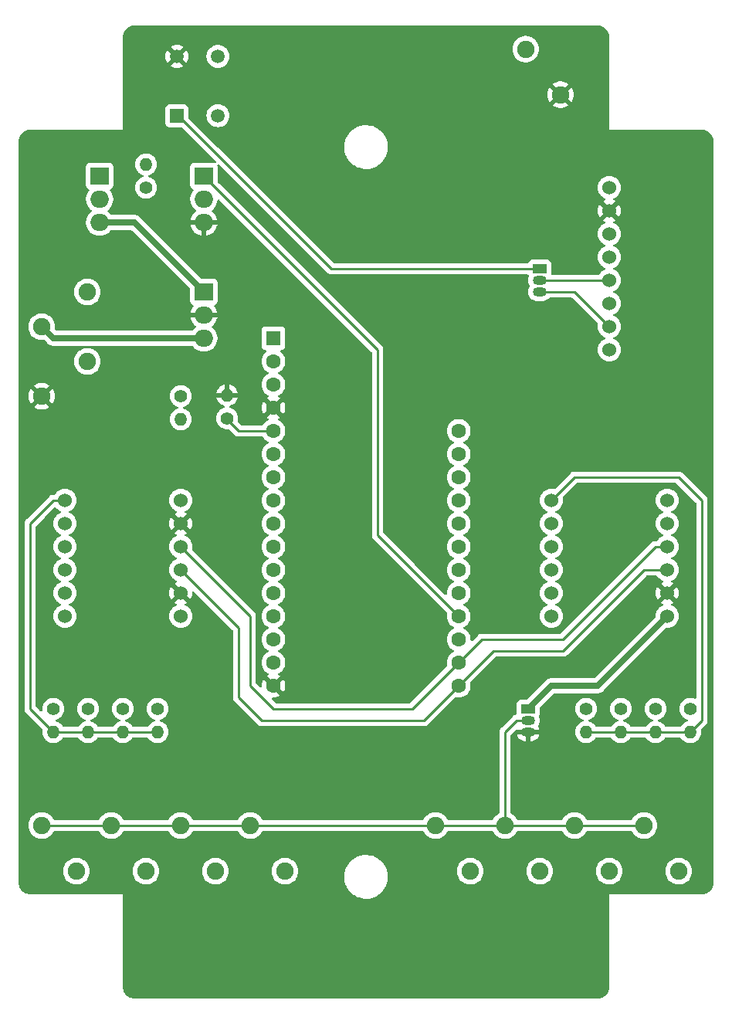
<source format=gbr>
%TF.GenerationSoftware,KiCad,Pcbnew,7.0.5*%
%TF.CreationDate,2023-06-12T13:55:42-04:00*%
%TF.ProjectId,Untitled,556e7469-746c-4656-942e-6b696361645f,rev?*%
%TF.SameCoordinates,Original*%
%TF.FileFunction,Copper,L2,Bot*%
%TF.FilePolarity,Positive*%
%FSLAX46Y46*%
G04 Gerber Fmt 4.6, Leading zero omitted, Abs format (unit mm)*
G04 Created by KiCad (PCBNEW 7.0.5) date 2023-06-12 13:55:42*
%MOMM*%
%LPD*%
G01*
G04 APERTURE LIST*
%TA.AperFunction,ComponentPad*%
%ADD10C,1.905000*%
%TD*%
%TA.AperFunction,ComponentPad*%
%ADD11C,1.400000*%
%TD*%
%TA.AperFunction,ComponentPad*%
%ADD12O,1.400000X1.400000*%
%TD*%
%TA.AperFunction,ComponentPad*%
%ADD13R,1.500000X1.050000*%
%TD*%
%TA.AperFunction,ComponentPad*%
%ADD14O,1.500000X1.050000*%
%TD*%
%TA.AperFunction,ComponentPad*%
%ADD15R,2.000000X1.905000*%
%TD*%
%TA.AperFunction,ComponentPad*%
%ADD16O,2.000000X1.905000*%
%TD*%
%TA.AperFunction,ComponentPad*%
%ADD17C,1.524000*%
%TD*%
%TA.AperFunction,ComponentPad*%
%ADD18R,1.600000X1.600000*%
%TD*%
%TA.AperFunction,ComponentPad*%
%ADD19C,1.600000*%
%TD*%
%TA.AperFunction,ComponentPad*%
%ADD20C,1.508000*%
%TD*%
%TA.AperFunction,ComponentPad*%
%ADD21R,1.508000X1.508000*%
%TD*%
%TA.AperFunction,Conductor*%
%ADD22C,0.250000*%
%TD*%
%TA.AperFunction,Conductor*%
%ADD23C,0.635000*%
%TD*%
G04 APERTURE END LIST*
D10*
%TO.P,J4,2,Pin_2*%
%TO.N,Net-(J4-Pin_2)*%
X105140000Y-52125000D03*
%TO.P,J4,1,Pin_1*%
%TO.N,GND*%
X108950000Y-57125000D03*
%TD*%
D11*
%TO.P,R11,1*%
%TO.N,Net-(J6-Pin_3)*%
X63500000Y-67310000D03*
D12*
%TO.P,R11,2*%
%TO.N,Net-(Q1-G)*%
X63500000Y-64770000D03*
%TD*%
D10*
%TO.P,J2,1,Pin_1*%
%TO.N,Net-(J1-Pin_1)*%
X95250000Y-137240000D03*
%TO.P,J2,2,Pin_2*%
%TO.N,Net-(J2-Pin_2)*%
X99060000Y-142240000D03*
%TO.P,J2,3,Pin_3*%
%TO.N,Net-(J1-Pin_1)*%
X102870000Y-137240000D03*
%TO.P,J2,4,Pin_4*%
%TO.N,Net-(J2-Pin_4)*%
X106680000Y-142240000D03*
%TO.P,J2,5,Pin_5*%
%TO.N,Net-(J1-Pin_1)*%
X110490000Y-137240000D03*
%TO.P,J2,6,Pin_6*%
%TO.N,Net-(J2-Pin_6)*%
X114300000Y-142240000D03*
%TO.P,J2,7,Pin_7*%
%TO.N,Net-(J1-Pin_1)*%
X118110000Y-137240000D03*
%TO.P,J2,8,Pin_8*%
%TO.N,Net-(J2-Pin_8)*%
X121920000Y-142240000D03*
%TD*%
D11*
%TO.P,R13,1*%
%TO.N,Net-(A1-DAC0{slash}A0)*%
X72390000Y-92600000D03*
D12*
%TO.P,R13,2*%
%TO.N,GND*%
X72390000Y-90060000D03*
%TD*%
D11*
%TO.P,R6,1*%
%TO.N,Net-(J2-Pin_6)*%
X119380000Y-124460000D03*
D12*
%TO.P,R6,2*%
%TO.N,Net-(U3-A-)*%
X119380000Y-127000000D03*
%TD*%
D13*
%TO.P,U7,1,Vin*%
%TO.N,+3V3*%
X105410000Y-124460000D03*
D14*
%TO.P,U7,2,Vout*%
%TO.N,Net-(J1-Pin_1)*%
X105410000Y-125730000D03*
%TO.P,U7,3,GND*%
%TO.N,GND*%
X105410000Y-127000000D03*
%TD*%
D15*
%TO.P,U6,1,IN*%
%TO.N,Net-(Q1-S)*%
X69850000Y-78740000D03*
D16*
%TO.P,U6,2,GND*%
%TO.N,GND*%
X69850000Y-81280000D03*
%TO.P,U6,3,OUT*%
%TO.N,Net-(J4-Pin_2)*%
X69850000Y-83820000D03*
%TD*%
D11*
%TO.P,R5,1*%
%TO.N,Net-(J2-Pin_8)*%
X123190000Y-124460000D03*
D12*
%TO.P,R5,2*%
%TO.N,Net-(U3-A-)*%
X123190000Y-127000000D03*
%TD*%
D11*
%TO.P,R2,1*%
%TO.N,Net-(J1-Pin_6)*%
X60960000Y-124460000D03*
D12*
%TO.P,R2,2*%
%TO.N,Net-(U2-A-)*%
X60960000Y-127000000D03*
%TD*%
D17*
%TO.P,U2,1,VIN*%
%TO.N,+3V3*%
X67310000Y-114300000D03*
%TO.P,U2,2,GND*%
%TO.N,GND*%
X67310000Y-111760000D03*
%TO.P,U2,3,SCL*%
%TO.N,SCL*%
X67310000Y-109220000D03*
%TO.P,U2,4,SDA*%
%TO.N,SDA*%
X67310000Y-106680000D03*
%TO.P,U2,5,ADDR*%
%TO.N,GND*%
X67310000Y-104140000D03*
%TO.P,U2,6,ALRT*%
%TO.N,unconnected-(U2-ALRT-Pad6)*%
X67310000Y-101600000D03*
%TO.P,U2,7,A-*%
%TO.N,Net-(U2-A-)*%
X54610000Y-101600000D03*
%TO.P,U2,8,A0*%
%TO.N,Net-(J1-Pin_8)*%
X54610000Y-104140000D03*
%TO.P,U2,9,A1*%
%TO.N,Net-(J1-Pin_6)*%
X54610000Y-106680000D03*
%TO.P,U2,10,A2*%
%TO.N,Net-(J1-Pin_4)*%
X54610000Y-109220000D03*
%TO.P,U2,11,A3*%
%TO.N,Net-(J1-Pin_2)*%
X54610000Y-111760000D03*
%TO.P,U2,12,A+*%
%TO.N,unconnected-(U2-A+-Pad12)*%
X54610000Y-114300000D03*
%TD*%
D11*
%TO.P,R3,1*%
%TO.N,Net-(J1-Pin_4)*%
X57150000Y-124460000D03*
D12*
%TO.P,R3,2*%
%TO.N,Net-(U2-A-)*%
X57150000Y-127000000D03*
%TD*%
D15*
%TO.P,Q1,1,G*%
%TO.N,Net-(Q1-G)*%
X58420000Y-66040000D03*
D16*
%TO.P,Q1,2,D*%
%TO.N,Net-(J6-Pin_3)*%
X58420000Y-68580000D03*
%TO.P,Q1,3,S*%
%TO.N,Net-(Q1-S)*%
X58420000Y-71120000D03*
%TD*%
D17*
%TO.P,U3,1,VIN*%
%TO.N,+3V3*%
X120650000Y-114300000D03*
%TO.P,U3,2,GND*%
%TO.N,GND*%
X120650000Y-111760000D03*
%TO.P,U3,3,SCL*%
%TO.N,SCL*%
X120650000Y-109220000D03*
%TO.P,U3,4,SDA*%
%TO.N,SDA*%
X120650000Y-106680000D03*
%TO.P,U3,5,ADDR*%
%TO.N,+3V3*%
X120650000Y-104140000D03*
%TO.P,U3,6,ALRT*%
%TO.N,unconnected-(U3-ALRT-Pad6)*%
X120650000Y-101600000D03*
%TO.P,U3,7,A-*%
%TO.N,Net-(U3-A-)*%
X107950000Y-101600000D03*
%TO.P,U3,8,A0*%
%TO.N,Net-(J2-Pin_8)*%
X107950000Y-104140000D03*
%TO.P,U3,9,A1*%
%TO.N,Net-(J2-Pin_6)*%
X107950000Y-106680000D03*
%TO.P,U3,10,A2*%
%TO.N,Net-(J2-Pin_4)*%
X107950000Y-109220000D03*
%TO.P,U3,11,A3*%
%TO.N,Net-(J2-Pin_2)*%
X107950000Y-111760000D03*
%TO.P,U3,12,A+*%
%TO.N,unconnected-(U3-A+-Pad12)*%
X107950000Y-114300000D03*
%TD*%
D18*
%TO.P,A1,1,~{RESET}*%
%TO.N,unconnected-(A1-~{RESET}-Pad1)*%
X77470000Y-83820000D03*
D19*
%TO.P,A1,2,3V3*%
%TO.N,+3V3*%
X77470000Y-86360000D03*
%TO.P,A1,3,AREF*%
%TO.N,unconnected-(A1-AREF-Pad3)*%
X77470000Y-88900000D03*
%TO.P,A1,4,GND*%
%TO.N,GND*%
X77470000Y-91440000D03*
%TO.P,A1,5,DAC0/A0*%
%TO.N,Net-(A1-DAC0{slash}A0)*%
X77470000Y-93980000D03*
%TO.P,A1,6,A1*%
%TO.N,unconnected-(A1-A1-Pad6)*%
X77470000Y-96520000D03*
%TO.P,A1,7,A2*%
%TO.N,unconnected-(A1-A2-Pad7)*%
X77470000Y-99060000D03*
%TO.P,A1,8,A3*%
%TO.N,unconnected-(A1-A3-Pad8)*%
X77470000Y-101600000D03*
%TO.P,A1,9,A4*%
%TO.N,unconnected-(A1-A4-Pad9)*%
X77470000Y-104140000D03*
%TO.P,A1,10,A5*%
%TO.N,unconnected-(A1-A5-Pad10)*%
X77470000Y-106680000D03*
%TO.P,A1,11,SCK/D24*%
%TO.N,unconnected-(A1-SCK{slash}D24-Pad11)*%
X77470000Y-109220000D03*
%TO.P,A1,12,MOSI/D23*%
%TO.N,unconnected-(A1-MOSI{slash}D23-Pad12)*%
X77470000Y-111760000D03*
%TO.P,A1,13,MISO/D22*%
%TO.N,unconnected-(A1-MISO{slash}D22-Pad13)*%
X77470000Y-114300000D03*
%TO.P,A1,14,RX/D0*%
%TO.N,unconnected-(A1-RX{slash}D0-Pad14)*%
X77470000Y-116840000D03*
%TO.P,A1,15,TX/D1*%
%TO.N,unconnected-(A1-TX{slash}D1-Pad15)*%
X77470000Y-119380000D03*
%TO.P,A1,16,GND*%
%TO.N,GND*%
X77470000Y-121920000D03*
%TO.P,A1,17,SDA/D20*%
%TO.N,SCL*%
X97790000Y-121920000D03*
%TO.P,A1,18,SCL/D21*%
%TO.N,SDA*%
X97790000Y-119380000D03*
%TO.P,A1,19,D5*%
%TO.N,unconnected-(A1-D5-Pad19)*%
X97790000Y-116840000D03*
%TO.P,A1,20,D6*%
%TO.N,HEAT*%
X97790000Y-114300000D03*
%TO.P,A1,21,D9*%
%TO.N,unconnected-(A1-D9-Pad21)*%
X97790000Y-111760000D03*
%TO.P,A1,22,D10*%
%TO.N,unconnected-(A1-D10-Pad22)*%
X97790000Y-109220000D03*
%TO.P,A1,23,D11*%
%TO.N,unconnected-(A1-D11-Pad23)*%
X97790000Y-106680000D03*
%TO.P,A1,24,D12*%
%TO.N,unconnected-(A1-D12-Pad24)*%
X97790000Y-104140000D03*
%TO.P,A1,25,D13*%
%TO.N,unconnected-(A1-D13-Pad25)*%
X97790000Y-101600000D03*
%TO.P,A1,26,USB*%
%TO.N,Net-(A1-USB)*%
X97790000Y-99060000D03*
%TO.P,A1,27,EN*%
%TO.N,unconnected-(A1-EN-Pad27)*%
X97790000Y-96520000D03*
%TO.P,A1,28,VBAT*%
%TO.N,unconnected-(A1-VBAT-Pad28)*%
X97790000Y-93980000D03*
%TD*%
D20*
%TO.P,SW1,4*%
%TO.N,N/C*%
X71390000Y-52920000D03*
%TO.P,SW1,3*%
X71390000Y-59420000D03*
%TO.P,SW1,2,2*%
%TO.N,GND*%
X66890000Y-52920000D03*
D21*
%TO.P,SW1,1,1*%
%TO.N,Net-(Q1-G)*%
X66890000Y-59420000D03*
%TD*%
D11*
%TO.P,R4,1*%
%TO.N,Net-(J1-Pin_2)*%
X53340000Y-124460000D03*
D12*
%TO.P,R4,2*%
%TO.N,Net-(U2-A-)*%
X53340000Y-127000000D03*
%TD*%
D10*
%TO.P,J1,1,Pin_1*%
%TO.N,Net-(J1-Pin_1)*%
X52070000Y-137240000D03*
%TO.P,J1,2,Pin_2*%
%TO.N,Net-(J1-Pin_2)*%
X55880000Y-142240000D03*
%TO.P,J1,3,Pin_3*%
%TO.N,Net-(J1-Pin_1)*%
X59690000Y-137240000D03*
%TO.P,J1,4,Pin_4*%
%TO.N,Net-(J1-Pin_4)*%
X63500000Y-142240000D03*
%TO.P,J1,5,Pin_5*%
%TO.N,Net-(J1-Pin_1)*%
X67310000Y-137240000D03*
%TO.P,J1,6,Pin_6*%
%TO.N,Net-(J1-Pin_6)*%
X71120000Y-142240000D03*
%TO.P,J1,7,Pin_7*%
%TO.N,Net-(J1-Pin_1)*%
X74930000Y-137240000D03*
%TO.P,J1,8,Pin_8*%
%TO.N,Net-(J1-Pin_8)*%
X78740000Y-142240000D03*
%TD*%
%TO.P,J6,1,Pin_1*%
%TO.N,Net-(J6-Pin_1)*%
X57070000Y-78740000D03*
%TO.P,J6,2,Pin_2*%
%TO.N,Net-(J4-Pin_2)*%
X52070000Y-82550000D03*
%TO.P,J6,3,Pin_3*%
%TO.N,Net-(J6-Pin_3)*%
X57070000Y-86360000D03*
%TO.P,J6,4,Pin_4*%
%TO.N,GND*%
X52070000Y-90170000D03*
%TD*%
D15*
%TO.P,Q2,1,G*%
%TO.N,HEAT*%
X69850000Y-66040000D03*
D16*
%TO.P,Q2,2,D*%
%TO.N,Net-(J6-Pin_1)*%
X69850000Y-68580000D03*
%TO.P,Q2,3,S*%
%TO.N,GND*%
X69850000Y-71120000D03*
%TD*%
D11*
%TO.P,R1,1*%
%TO.N,Net-(J1-Pin_8)*%
X64770000Y-124460000D03*
D12*
%TO.P,R1,2*%
%TO.N,Net-(U2-A-)*%
X64770000Y-127000000D03*
%TD*%
D17*
%TO.P,U4,1,Vin*%
%TO.N,+3V3*%
X114300000Y-67310000D03*
%TO.P,U4,2,GND*%
%TO.N,GND*%
X114300000Y-69850000D03*
%TO.P,U4,3,SCL*%
%TO.N,SCL*%
X114300000Y-72390000D03*
%TO.P,U4,4,SDA*%
%TO.N,SDA*%
X114300000Y-74930000D03*
%TO.P,U4,5,BAT*%
%TO.N,Net-(Q3-G)*%
X114300000Y-77470000D03*
%TO.P,U4,6,32K*%
%TO.N,unconnected-(U4-32K-Pad6)*%
X114300000Y-80010000D03*
%TO.P,U4,7,SQW*%
%TO.N,Net-(Q3-S)*%
X114300000Y-82550000D03*
%TO.P,U4,8,~{RST}*%
%TO.N,unconnected-(U4-~{RST}-Pad8)*%
X114300000Y-85090000D03*
%TD*%
D13*
%TO.P,Q3,1,D*%
%TO.N,Net-(Q1-G)*%
X106680000Y-76200000D03*
D14*
%TO.P,Q3,2,G*%
%TO.N,Net-(Q3-G)*%
X106680000Y-77470000D03*
%TO.P,Q3,3,S*%
%TO.N,Net-(Q3-S)*%
X106680000Y-78740000D03*
%TD*%
D11*
%TO.P,R7,1*%
%TO.N,Net-(J2-Pin_4)*%
X115570000Y-124460000D03*
D12*
%TO.P,R7,2*%
%TO.N,Net-(U3-A-)*%
X115570000Y-127000000D03*
%TD*%
D11*
%TO.P,R8,1*%
%TO.N,Net-(J2-Pin_2)*%
X111760000Y-124460000D03*
D12*
%TO.P,R8,2*%
%TO.N,Net-(U3-A-)*%
X111760000Y-127000000D03*
%TD*%
D11*
%TO.P,R12,1*%
%TO.N,Net-(J6-Pin_3)*%
X67310000Y-90170000D03*
D12*
%TO.P,R12,2*%
%TO.N,Net-(A1-DAC0{slash}A0)*%
X67310000Y-92710000D03*
%TD*%
D22*
%TO.N,Net-(Q3-S)*%
X110490000Y-78740000D02*
X106680000Y-78740000D01*
X110490000Y-78740000D02*
X114300000Y-82550000D01*
%TO.N,Net-(A1-DAC0{slash}A0)*%
X73660000Y-93980000D02*
X77470000Y-93980000D01*
X72390000Y-92710000D02*
X73660000Y-93980000D01*
%TO.N,Net-(J1-Pin_1)*%
X52070000Y-137240000D02*
X59690000Y-137240000D01*
X102870000Y-127000000D02*
X104140000Y-125730000D01*
X95250000Y-137240000D02*
X102870000Y-137240000D01*
X104140000Y-125730000D02*
X105410000Y-125730000D01*
X102870000Y-137240000D02*
X110490000Y-137240000D01*
X59690000Y-137240000D02*
X67310000Y-137240000D01*
X102870000Y-137240000D02*
X102870000Y-127000000D01*
X74930000Y-137240000D02*
X95250000Y-137240000D01*
X67310000Y-137240000D02*
X74930000Y-137240000D01*
X110490000Y-137240000D02*
X118110000Y-137240000D01*
%TO.N,Net-(Q1-G)*%
X83820000Y-76200000D02*
X67040000Y-59420000D01*
X106680000Y-76200000D02*
X83820000Y-76200000D01*
D23*
%TO.N,Net-(Q1-S)*%
X62230000Y-71120000D02*
X69850000Y-78740000D01*
X58420000Y-71120000D02*
X62230000Y-71120000D01*
D22*
%TO.N,Net-(U2-A-)*%
X53340000Y-127000000D02*
X60960000Y-127000000D01*
X53340000Y-101600000D02*
X54610000Y-101600000D01*
X50800000Y-104140000D02*
X53340000Y-101600000D01*
X64770000Y-127000000D02*
X60960000Y-127000000D01*
X50800000Y-124460000D02*
X50800000Y-104140000D01*
X53340000Y-127000000D02*
X50800000Y-124460000D01*
%TO.N,Net-(U3-A-)*%
X123190000Y-127000000D02*
X124460000Y-125730000D01*
X124460000Y-125730000D02*
X124460000Y-101600000D01*
X119380000Y-127000000D02*
X115570000Y-127000000D01*
X123190000Y-127000000D02*
X119380000Y-127000000D01*
X121920000Y-99060000D02*
X110490000Y-99060000D01*
X124460000Y-101600000D02*
X121920000Y-99060000D01*
X115570000Y-127000000D02*
X111760000Y-127000000D01*
X110490000Y-99060000D02*
X107950000Y-101600000D01*
D23*
%TO.N,+3V3*%
X105410000Y-124460000D02*
X107950000Y-121920000D01*
X113030000Y-121920000D02*
X120650000Y-114300000D01*
X107950000Y-121920000D02*
X113030000Y-121920000D01*
D22*
%TO.N,SCL*%
X73660000Y-123190000D02*
X73660000Y-115570000D01*
X101600000Y-118110000D02*
X109220000Y-118110000D01*
X93980000Y-125730000D02*
X76200000Y-125730000D01*
X118110000Y-109220000D02*
X120650000Y-109220000D01*
X76200000Y-125730000D02*
X73660000Y-123190000D01*
X97790000Y-121920000D02*
X93980000Y-125730000D01*
X97790000Y-121920000D02*
X101600000Y-118110000D01*
X73660000Y-115570000D02*
X67310000Y-109220000D01*
X109220000Y-118110000D02*
X118110000Y-109220000D01*
%TO.N,SDA*%
X74930000Y-121920000D02*
X74930000Y-114300000D01*
X119380000Y-106680000D02*
X120650000Y-106680000D01*
X97790000Y-119380000D02*
X100330000Y-116840000D01*
X97790000Y-119380000D02*
X92710000Y-124460000D01*
X100330000Y-116840000D02*
X109220000Y-116840000D01*
X77470000Y-124460000D02*
X74930000Y-121920000D01*
X74930000Y-114300000D02*
X67310000Y-106680000D01*
X109220000Y-116840000D02*
X119380000Y-106680000D01*
X92710000Y-124460000D02*
X77470000Y-124460000D01*
%TO.N,HEAT*%
X88900000Y-105410000D02*
X88900000Y-85090000D01*
X88900000Y-85090000D02*
X69850000Y-66040000D01*
X97790000Y-114300000D02*
X88900000Y-105410000D01*
D23*
%TO.N,Net-(J4-Pin_2)*%
X53340000Y-83820000D02*
X52070000Y-82550000D01*
X69850000Y-83820000D02*
X53340000Y-83820000D01*
D22*
%TO.N,Net-(Q3-G)*%
X106680000Y-77470000D02*
X114300000Y-77470000D01*
%TD*%
%TA.AperFunction,Conductor*%
%TO.N,GND*%
G36*
X113032426Y-49530691D02*
G01*
X113035040Y-49530896D01*
X113087011Y-49534986D01*
X113227579Y-49547285D01*
X113245698Y-49550236D01*
X113325242Y-49569333D01*
X113326699Y-49569702D01*
X113413318Y-49592912D01*
X113436714Y-49599181D01*
X113444400Y-49601790D01*
X113493484Y-49622120D01*
X113529737Y-49637136D01*
X113532156Y-49638201D01*
X113629970Y-49683813D01*
X113636140Y-49687128D01*
X113678965Y-49713371D01*
X113716767Y-49736537D01*
X113719927Y-49738608D01*
X113806606Y-49799302D01*
X113811285Y-49802924D01*
X113883840Y-49864892D01*
X113887389Y-49868173D01*
X113961824Y-49942608D01*
X113965109Y-49946162D01*
X114027070Y-50018708D01*
X114030707Y-50023406D01*
X114091385Y-50110064D01*
X114093461Y-50113231D01*
X114142863Y-50193845D01*
X114146193Y-50200043D01*
X114191780Y-50297804D01*
X114192870Y-50300281D01*
X114228208Y-50385598D01*
X114230817Y-50393284D01*
X114260277Y-50503226D01*
X114260676Y-50504800D01*
X114279760Y-50584290D01*
X114282714Y-50602430D01*
X114295014Y-50743024D01*
X114299309Y-50797572D01*
X114299500Y-50802440D01*
X114299500Y-60935467D01*
X114299416Y-60935889D01*
X114299459Y-60960001D01*
X114299544Y-60960206D01*
X114299616Y-60960382D01*
X114299618Y-60960384D01*
X114299808Y-60960462D01*
X114300000Y-60960541D01*
X114300002Y-60960539D01*
X114324616Y-60960524D01*
X114324616Y-60960528D01*
X114324760Y-60960500D01*
X124457560Y-60960500D01*
X124462426Y-60960691D01*
X124465040Y-60960896D01*
X124517011Y-60964986D01*
X124657579Y-60977285D01*
X124675698Y-60980236D01*
X124755242Y-60999333D01*
X124756699Y-60999702D01*
X124843318Y-61022912D01*
X124866714Y-61029181D01*
X124874400Y-61031790D01*
X124923484Y-61052120D01*
X124959737Y-61067136D01*
X124962156Y-61068201D01*
X125059970Y-61113813D01*
X125066140Y-61117128D01*
X125108965Y-61143371D01*
X125146767Y-61166537D01*
X125149927Y-61168608D01*
X125236606Y-61229302D01*
X125241285Y-61232924D01*
X125313840Y-61294892D01*
X125317389Y-61298173D01*
X125391824Y-61372608D01*
X125395109Y-61376162D01*
X125457070Y-61448708D01*
X125460707Y-61453406D01*
X125521385Y-61540064D01*
X125523461Y-61543231D01*
X125572863Y-61623845D01*
X125576193Y-61630043D01*
X125621780Y-61727804D01*
X125622870Y-61730281D01*
X125658208Y-61815598D01*
X125660817Y-61823284D01*
X125690277Y-61933226D01*
X125690676Y-61934800D01*
X125709760Y-62014290D01*
X125712714Y-62032430D01*
X125725014Y-62173024D01*
X125729309Y-62227572D01*
X125729500Y-62232440D01*
X125729500Y-143507559D01*
X125729309Y-143512427D01*
X125725014Y-143566974D01*
X125712714Y-143707568D01*
X125709760Y-143725708D01*
X125690676Y-143805198D01*
X125690277Y-143806772D01*
X125660817Y-143916714D01*
X125658208Y-143924400D01*
X125622870Y-144009717D01*
X125621780Y-144012194D01*
X125576193Y-144109955D01*
X125572863Y-144116153D01*
X125523461Y-144196767D01*
X125521385Y-144199934D01*
X125460707Y-144286592D01*
X125457062Y-144291300D01*
X125395118Y-144363827D01*
X125391812Y-144367403D01*
X125317403Y-144441812D01*
X125313827Y-144445118D01*
X125241300Y-144507062D01*
X125236592Y-144510707D01*
X125149934Y-144571385D01*
X125146767Y-144573461D01*
X125066153Y-144622863D01*
X125059955Y-144626193D01*
X124962194Y-144671780D01*
X124959717Y-144672870D01*
X124874400Y-144708208D01*
X124866714Y-144710817D01*
X124756772Y-144740277D01*
X124755198Y-144740676D01*
X124675708Y-144759760D01*
X124657568Y-144762714D01*
X124516974Y-144775014D01*
X124462427Y-144779309D01*
X124457559Y-144779500D01*
X114324760Y-144779500D01*
X114324554Y-144779459D01*
X114299998Y-144779459D01*
X114299909Y-144779496D01*
X114299619Y-144779615D01*
X114299615Y-144779618D01*
X114299459Y-144779999D01*
X114299476Y-144804616D01*
X114299471Y-144804616D01*
X114299500Y-144804759D01*
X114299499Y-154937558D01*
X114299308Y-154942425D01*
X114295014Y-154996973D01*
X114282714Y-155137568D01*
X114279760Y-155155708D01*
X114260676Y-155235198D01*
X114260277Y-155236772D01*
X114230817Y-155346714D01*
X114228208Y-155354400D01*
X114192870Y-155439717D01*
X114191780Y-155442194D01*
X114146193Y-155539955D01*
X114142863Y-155546153D01*
X114093461Y-155626767D01*
X114091385Y-155629934D01*
X114030707Y-155716592D01*
X114027062Y-155721300D01*
X113965118Y-155793827D01*
X113961812Y-155797403D01*
X113887403Y-155871812D01*
X113883827Y-155875118D01*
X113811300Y-155937062D01*
X113806592Y-155940707D01*
X113719934Y-156001385D01*
X113716767Y-156003461D01*
X113636153Y-156052863D01*
X113629955Y-156056193D01*
X113532194Y-156101780D01*
X113529717Y-156102870D01*
X113444400Y-156138208D01*
X113436714Y-156140817D01*
X113326772Y-156170277D01*
X113325198Y-156170676D01*
X113245708Y-156189760D01*
X113227568Y-156192714D01*
X113086974Y-156205014D01*
X113032427Y-156209309D01*
X113027559Y-156209500D01*
X62232441Y-156209500D01*
X62227573Y-156209309D01*
X62173024Y-156205014D01*
X62032430Y-156192714D01*
X62014290Y-156189760D01*
X61934800Y-156170676D01*
X61933226Y-156170277D01*
X61823284Y-156140817D01*
X61815598Y-156138208D01*
X61730281Y-156102870D01*
X61727804Y-156101780D01*
X61630043Y-156056193D01*
X61623845Y-156052863D01*
X61543231Y-156003461D01*
X61540064Y-156001385D01*
X61507182Y-155978361D01*
X61453399Y-155940702D01*
X61448708Y-155937070D01*
X61376162Y-155875109D01*
X61372608Y-155871824D01*
X61298173Y-155797389D01*
X61294892Y-155793840D01*
X61232924Y-155721285D01*
X61229302Y-155716606D01*
X61168608Y-155629927D01*
X61166537Y-155626767D01*
X61149182Y-155598448D01*
X61117128Y-155546140D01*
X61113813Y-155539970D01*
X61068201Y-155442156D01*
X61067136Y-155439737D01*
X61052120Y-155403484D01*
X61031790Y-155354400D01*
X61029181Y-155346714D01*
X61022912Y-155323318D01*
X60999702Y-155236699D01*
X60999333Y-155235242D01*
X60980236Y-155155698D01*
X60977285Y-155137579D01*
X60964984Y-154996973D01*
X60960691Y-154942425D01*
X60960500Y-154937560D01*
X60960500Y-144804759D01*
X60960528Y-144804616D01*
X60960524Y-144804616D01*
X60960539Y-144780002D01*
X60960541Y-144780000D01*
X60960462Y-144779808D01*
X60960384Y-144779618D01*
X60960383Y-144779617D01*
X60960381Y-144779616D01*
X60960090Y-144779496D01*
X60960001Y-144779459D01*
X60935446Y-144779459D01*
X60935240Y-144779500D01*
X50802441Y-144779500D01*
X50797573Y-144779309D01*
X50743024Y-144775014D01*
X50602430Y-144762714D01*
X50584290Y-144759760D01*
X50504800Y-144740676D01*
X50503226Y-144740277D01*
X50393284Y-144710817D01*
X50385598Y-144708208D01*
X50300281Y-144672870D01*
X50297804Y-144671780D01*
X50200043Y-144626193D01*
X50193845Y-144622863D01*
X50113231Y-144573461D01*
X50110064Y-144571385D01*
X50077182Y-144548361D01*
X50023399Y-144510702D01*
X50018708Y-144507070D01*
X49946162Y-144445109D01*
X49942608Y-144441824D01*
X49868173Y-144367389D01*
X49864892Y-144363840D01*
X49802924Y-144291285D01*
X49799302Y-144286606D01*
X49738608Y-144199927D01*
X49736537Y-144196767D01*
X49719182Y-144168448D01*
X49687128Y-144116140D01*
X49683813Y-144109970D01*
X49638201Y-144012156D01*
X49637136Y-144009737D01*
X49622120Y-143973484D01*
X49601790Y-143924400D01*
X49599181Y-143916714D01*
X49580949Y-143848673D01*
X49569702Y-143806699D01*
X49569333Y-143805242D01*
X49550236Y-143725698D01*
X49547285Y-143707579D01*
X49534984Y-143566974D01*
X49530691Y-143512426D01*
X49530500Y-143507560D01*
X49530500Y-142240005D01*
X54422020Y-142240005D01*
X54441904Y-142479972D01*
X54441904Y-142479975D01*
X54441905Y-142479976D01*
X54501017Y-142713405D01*
X54597745Y-142933922D01*
X54729449Y-143135510D01*
X54892537Y-143312671D01*
X55082561Y-143460572D01*
X55169387Y-143507560D01*
X55279174Y-143566974D01*
X55294336Y-143575179D01*
X55395740Y-143609991D01*
X55522083Y-143653365D01*
X55522085Y-143653365D01*
X55522087Y-143653366D01*
X55759601Y-143693000D01*
X55759602Y-143693000D01*
X56000398Y-143693000D01*
X56000399Y-143693000D01*
X56237913Y-143653366D01*
X56465664Y-143575179D01*
X56677439Y-143460572D01*
X56867463Y-143312671D01*
X57030551Y-143135510D01*
X57162255Y-142933922D01*
X57258983Y-142713405D01*
X57318095Y-142479976D01*
X57337980Y-142240005D01*
X62042020Y-142240005D01*
X62061904Y-142479972D01*
X62061904Y-142479975D01*
X62061905Y-142479976D01*
X62121017Y-142713405D01*
X62217745Y-142933922D01*
X62349449Y-143135510D01*
X62512537Y-143312671D01*
X62702561Y-143460572D01*
X62789387Y-143507560D01*
X62899174Y-143566974D01*
X62914336Y-143575179D01*
X63015740Y-143609991D01*
X63142083Y-143653365D01*
X63142085Y-143653365D01*
X63142087Y-143653366D01*
X63379601Y-143693000D01*
X63379602Y-143693000D01*
X63620398Y-143693000D01*
X63620399Y-143693000D01*
X63857913Y-143653366D01*
X64085664Y-143575179D01*
X64297439Y-143460572D01*
X64487463Y-143312671D01*
X64650551Y-143135510D01*
X64782255Y-142933922D01*
X64878983Y-142713405D01*
X64938095Y-142479976D01*
X64957980Y-142240005D01*
X69662020Y-142240005D01*
X69681904Y-142479972D01*
X69681904Y-142479975D01*
X69681905Y-142479976D01*
X69741017Y-142713405D01*
X69837745Y-142933922D01*
X69969449Y-143135510D01*
X70132537Y-143312671D01*
X70322561Y-143460572D01*
X70409387Y-143507560D01*
X70519174Y-143566974D01*
X70534336Y-143575179D01*
X70635740Y-143609991D01*
X70762083Y-143653365D01*
X70762085Y-143653365D01*
X70762087Y-143653366D01*
X70999601Y-143693000D01*
X70999602Y-143693000D01*
X71240398Y-143693000D01*
X71240399Y-143693000D01*
X71477913Y-143653366D01*
X71705664Y-143575179D01*
X71917439Y-143460572D01*
X72107463Y-143312671D01*
X72270551Y-143135510D01*
X72402255Y-142933922D01*
X72498983Y-142713405D01*
X72558095Y-142479976D01*
X72577980Y-142240005D01*
X77282020Y-142240005D01*
X77301904Y-142479972D01*
X77301904Y-142479975D01*
X77301905Y-142479976D01*
X77361017Y-142713405D01*
X77457745Y-142933922D01*
X77589449Y-143135510D01*
X77752537Y-143312671D01*
X77942561Y-143460572D01*
X78029387Y-143507560D01*
X78139174Y-143566974D01*
X78154336Y-143575179D01*
X78255740Y-143609991D01*
X78382083Y-143653365D01*
X78382085Y-143653365D01*
X78382087Y-143653366D01*
X78619601Y-143693000D01*
X78619602Y-143693000D01*
X78860398Y-143693000D01*
X78860399Y-143693000D01*
X79097913Y-143653366D01*
X79325664Y-143575179D01*
X79537439Y-143460572D01*
X79727463Y-143312671D01*
X79890551Y-143135510D01*
X80022255Y-142933922D01*
X80081919Y-142797903D01*
X85225793Y-142797903D01*
X85235672Y-143105970D01*
X85235672Y-143105975D01*
X85235673Y-143105978D01*
X85284867Y-143410261D01*
X85329137Y-143559419D01*
X85372571Y-143705763D01*
X85469356Y-143924400D01*
X85497337Y-143987609D01*
X85657123Y-144251193D01*
X85657127Y-144251198D01*
X85657133Y-144251207D01*
X85849297Y-144492174D01*
X85849299Y-144492176D01*
X85849303Y-144492180D01*
X85849304Y-144492181D01*
X86070724Y-144706614D01*
X86237862Y-144831352D01*
X86317741Y-144890968D01*
X86317743Y-144890969D01*
X86317747Y-144890972D01*
X86586318Y-145042228D01*
X86727057Y-145099207D01*
X86872018Y-145157897D01*
X86872023Y-145157898D01*
X86872025Y-145157899D01*
X87170179Y-145236084D01*
X87475883Y-145275500D01*
X87475890Y-145275500D01*
X87706971Y-145275500D01*
X87706974Y-145275500D01*
X87706978Y-145275499D01*
X87706996Y-145275499D01*
X87809700Y-145268904D01*
X87937601Y-145260693D01*
X88240151Y-145201772D01*
X88532683Y-145104644D01*
X88532689Y-145104640D01*
X88532693Y-145104640D01*
X88723571Y-145012717D01*
X88810393Y-144970907D01*
X89068720Y-144802754D01*
X89303424Y-144602948D01*
X89510650Y-144374769D01*
X89686996Y-144121963D01*
X89829567Y-143848683D01*
X89936020Y-143559415D01*
X90004609Y-143258908D01*
X90034206Y-142952098D01*
X90024327Y-142644022D01*
X89975133Y-142339739D01*
X89945532Y-142240005D01*
X97602020Y-142240005D01*
X97621904Y-142479972D01*
X97621904Y-142479975D01*
X97621905Y-142479976D01*
X97681017Y-142713405D01*
X97777745Y-142933922D01*
X97909449Y-143135510D01*
X98072537Y-143312671D01*
X98262561Y-143460572D01*
X98349387Y-143507560D01*
X98459174Y-143566974D01*
X98474336Y-143575179D01*
X98575740Y-143609991D01*
X98702083Y-143653365D01*
X98702085Y-143653365D01*
X98702087Y-143653366D01*
X98939601Y-143693000D01*
X98939602Y-143693000D01*
X99180398Y-143693000D01*
X99180399Y-143693000D01*
X99417913Y-143653366D01*
X99645664Y-143575179D01*
X99857439Y-143460572D01*
X100047463Y-143312671D01*
X100210551Y-143135510D01*
X100342255Y-142933922D01*
X100438983Y-142713405D01*
X100498095Y-142479976D01*
X100517980Y-142240005D01*
X105222020Y-142240005D01*
X105241904Y-142479972D01*
X105241904Y-142479975D01*
X105241905Y-142479976D01*
X105301017Y-142713405D01*
X105397745Y-142933922D01*
X105529449Y-143135510D01*
X105692537Y-143312671D01*
X105882561Y-143460572D01*
X105969387Y-143507560D01*
X106079174Y-143566974D01*
X106094336Y-143575179D01*
X106195740Y-143609991D01*
X106322083Y-143653365D01*
X106322085Y-143653365D01*
X106322087Y-143653366D01*
X106559601Y-143693000D01*
X106559602Y-143693000D01*
X106800398Y-143693000D01*
X106800399Y-143693000D01*
X107037913Y-143653366D01*
X107265664Y-143575179D01*
X107477439Y-143460572D01*
X107667463Y-143312671D01*
X107830551Y-143135510D01*
X107962255Y-142933922D01*
X108058983Y-142713405D01*
X108118095Y-142479976D01*
X108137980Y-142240005D01*
X112842020Y-142240005D01*
X112861904Y-142479972D01*
X112861904Y-142479975D01*
X112861905Y-142479976D01*
X112921017Y-142713405D01*
X113017745Y-142933922D01*
X113149449Y-143135510D01*
X113312537Y-143312671D01*
X113502561Y-143460572D01*
X113589387Y-143507560D01*
X113699174Y-143566974D01*
X113714336Y-143575179D01*
X113815740Y-143609991D01*
X113942083Y-143653365D01*
X113942085Y-143653365D01*
X113942087Y-143653366D01*
X114179601Y-143693000D01*
X114179602Y-143693000D01*
X114420398Y-143693000D01*
X114420399Y-143693000D01*
X114657913Y-143653366D01*
X114885664Y-143575179D01*
X115097439Y-143460572D01*
X115287463Y-143312671D01*
X115450551Y-143135510D01*
X115582255Y-142933922D01*
X115678983Y-142713405D01*
X115738095Y-142479976D01*
X115757980Y-142240005D01*
X120462020Y-142240005D01*
X120481904Y-142479972D01*
X120481904Y-142479975D01*
X120481905Y-142479976D01*
X120541017Y-142713405D01*
X120637745Y-142933922D01*
X120769449Y-143135510D01*
X120932537Y-143312671D01*
X121122561Y-143460572D01*
X121209387Y-143507560D01*
X121319174Y-143566974D01*
X121334336Y-143575179D01*
X121435740Y-143609991D01*
X121562083Y-143653365D01*
X121562085Y-143653365D01*
X121562087Y-143653366D01*
X121799601Y-143693000D01*
X121799602Y-143693000D01*
X122040398Y-143693000D01*
X122040399Y-143693000D01*
X122277913Y-143653366D01*
X122505664Y-143575179D01*
X122717439Y-143460572D01*
X122907463Y-143312671D01*
X123070551Y-143135510D01*
X123202255Y-142933922D01*
X123298983Y-142713405D01*
X123358095Y-142479976D01*
X123377980Y-142240000D01*
X123373885Y-142190585D01*
X123361759Y-142044244D01*
X123358095Y-142000024D01*
X123298983Y-141766595D01*
X123202255Y-141546078D01*
X123070551Y-141344490D01*
X122907463Y-141167329D01*
X122773358Y-141062951D01*
X122717441Y-141019429D01*
X122505665Y-140904821D01*
X122505656Y-140904818D01*
X122277916Y-140826634D01*
X122099777Y-140796908D01*
X122040399Y-140787000D01*
X121799601Y-140787000D01*
X121752098Y-140794926D01*
X121562083Y-140826634D01*
X121334343Y-140904818D01*
X121334334Y-140904821D01*
X121122558Y-141019429D01*
X120988456Y-141123805D01*
X120932537Y-141167329D01*
X120932534Y-141167331D01*
X120932534Y-141167332D01*
X120769449Y-141344490D01*
X120637743Y-141546081D01*
X120541017Y-141766594D01*
X120481904Y-142000027D01*
X120462020Y-142239994D01*
X120462020Y-142240005D01*
X115757980Y-142240005D01*
X115757980Y-142240000D01*
X115753885Y-142190585D01*
X115741759Y-142044244D01*
X115738095Y-142000024D01*
X115678983Y-141766595D01*
X115582255Y-141546078D01*
X115450551Y-141344490D01*
X115287463Y-141167329D01*
X115153358Y-141062951D01*
X115097441Y-141019429D01*
X114885665Y-140904821D01*
X114885656Y-140904818D01*
X114657916Y-140826634D01*
X114479777Y-140796908D01*
X114420399Y-140787000D01*
X114179601Y-140787000D01*
X114132098Y-140794926D01*
X113942083Y-140826634D01*
X113714343Y-140904818D01*
X113714334Y-140904821D01*
X113502558Y-141019429D01*
X113368456Y-141123805D01*
X113312537Y-141167329D01*
X113312534Y-141167331D01*
X113312534Y-141167332D01*
X113149449Y-141344490D01*
X113017743Y-141546081D01*
X112921017Y-141766594D01*
X112861904Y-142000027D01*
X112842020Y-142239994D01*
X112842020Y-142240005D01*
X108137980Y-142240005D01*
X108137980Y-142240000D01*
X108133885Y-142190585D01*
X108121759Y-142044244D01*
X108118095Y-142000024D01*
X108058983Y-141766595D01*
X107962255Y-141546078D01*
X107830551Y-141344490D01*
X107667463Y-141167329D01*
X107533358Y-141062951D01*
X107477441Y-141019429D01*
X107265665Y-140904821D01*
X107265656Y-140904818D01*
X107037916Y-140826634D01*
X106859777Y-140796908D01*
X106800399Y-140787000D01*
X106559601Y-140787000D01*
X106512098Y-140794926D01*
X106322083Y-140826634D01*
X106094343Y-140904818D01*
X106094334Y-140904821D01*
X105882558Y-141019429D01*
X105748456Y-141123805D01*
X105692537Y-141167329D01*
X105692534Y-141167331D01*
X105692534Y-141167332D01*
X105529449Y-141344490D01*
X105397743Y-141546081D01*
X105301017Y-141766594D01*
X105241904Y-142000027D01*
X105222020Y-142239994D01*
X105222020Y-142240005D01*
X100517980Y-142240005D01*
X100517980Y-142240000D01*
X100513885Y-142190585D01*
X100501759Y-142044244D01*
X100498095Y-142000024D01*
X100438983Y-141766595D01*
X100342255Y-141546078D01*
X100210551Y-141344490D01*
X100047463Y-141167329D01*
X99913358Y-141062951D01*
X99857441Y-141019429D01*
X99645665Y-140904821D01*
X99645656Y-140904818D01*
X99417916Y-140826634D01*
X99239777Y-140796908D01*
X99180399Y-140787000D01*
X98939601Y-140787000D01*
X98892098Y-140794926D01*
X98702083Y-140826634D01*
X98474343Y-140904818D01*
X98474334Y-140904821D01*
X98262558Y-141019429D01*
X98128456Y-141123805D01*
X98072537Y-141167329D01*
X98072534Y-141167331D01*
X98072534Y-141167332D01*
X97909449Y-141344490D01*
X97777743Y-141546081D01*
X97681017Y-141766594D01*
X97621904Y-142000027D01*
X97602020Y-142239994D01*
X97602020Y-142240005D01*
X89945532Y-142240005D01*
X89887431Y-142044244D01*
X89887429Y-142044239D01*
X89887428Y-142044236D01*
X89764524Y-141766595D01*
X89762663Y-141762391D01*
X89602877Y-141498807D01*
X89602870Y-141498799D01*
X89602866Y-141498792D01*
X89410702Y-141257825D01*
X89410700Y-141257823D01*
X89317260Y-141167332D01*
X89189276Y-141043386D01*
X89060450Y-140947241D01*
X88942258Y-140859031D01*
X88884734Y-140826634D01*
X88673682Y-140707772D01*
X88636383Y-140692671D01*
X88387981Y-140592102D01*
X88220660Y-140548226D01*
X88089821Y-140513916D01*
X87784117Y-140474500D01*
X87553026Y-140474500D01*
X87553003Y-140474500D01*
X87322406Y-140489306D01*
X87322389Y-140489308D01*
X87019854Y-140548226D01*
X87019849Y-140548228D01*
X86727310Y-140645358D01*
X86727306Y-140645359D01*
X86449613Y-140779089D01*
X86449605Y-140779094D01*
X86191286Y-140947241D01*
X86191276Y-140947248D01*
X85956581Y-141147046D01*
X85956571Y-141147056D01*
X85749354Y-141375225D01*
X85749350Y-141375229D01*
X85573005Y-141628033D01*
X85573003Y-141628037D01*
X85430432Y-141901319D01*
X85430429Y-141901326D01*
X85323981Y-142190580D01*
X85323979Y-142190590D01*
X85255391Y-142491089D01*
X85225794Y-142797902D01*
X85225793Y-142797903D01*
X80081919Y-142797903D01*
X80118983Y-142713405D01*
X80178095Y-142479976D01*
X80197980Y-142240000D01*
X80193885Y-142190585D01*
X80181759Y-142044244D01*
X80178095Y-142000024D01*
X80118983Y-141766595D01*
X80022255Y-141546078D01*
X79890551Y-141344490D01*
X79727463Y-141167329D01*
X79593358Y-141062951D01*
X79537441Y-141019429D01*
X79325665Y-140904821D01*
X79325656Y-140904818D01*
X79097916Y-140826634D01*
X78919777Y-140796908D01*
X78860399Y-140787000D01*
X78619601Y-140787000D01*
X78572098Y-140794926D01*
X78382083Y-140826634D01*
X78154343Y-140904818D01*
X78154334Y-140904821D01*
X77942558Y-141019429D01*
X77808456Y-141123805D01*
X77752537Y-141167329D01*
X77752534Y-141167331D01*
X77752534Y-141167332D01*
X77589449Y-141344490D01*
X77457743Y-141546081D01*
X77361017Y-141766594D01*
X77301904Y-142000027D01*
X77282020Y-142239994D01*
X77282020Y-142240005D01*
X72577980Y-142240005D01*
X72577980Y-142240000D01*
X72573885Y-142190585D01*
X72561759Y-142044244D01*
X72558095Y-142000024D01*
X72498983Y-141766595D01*
X72402255Y-141546078D01*
X72270551Y-141344490D01*
X72107463Y-141167329D01*
X71973358Y-141062951D01*
X71917441Y-141019429D01*
X71705665Y-140904821D01*
X71705656Y-140904818D01*
X71477916Y-140826634D01*
X71299777Y-140796908D01*
X71240399Y-140787000D01*
X70999601Y-140787000D01*
X70952098Y-140794926D01*
X70762083Y-140826634D01*
X70534343Y-140904818D01*
X70534334Y-140904821D01*
X70322558Y-141019429D01*
X70188456Y-141123805D01*
X70132537Y-141167329D01*
X70132534Y-141167331D01*
X70132534Y-141167332D01*
X69969449Y-141344490D01*
X69837743Y-141546081D01*
X69741017Y-141766594D01*
X69681904Y-142000027D01*
X69662020Y-142239994D01*
X69662020Y-142240005D01*
X64957980Y-142240005D01*
X64957980Y-142240000D01*
X64953885Y-142190585D01*
X64941759Y-142044244D01*
X64938095Y-142000024D01*
X64878983Y-141766595D01*
X64782255Y-141546078D01*
X64650551Y-141344490D01*
X64487463Y-141167329D01*
X64353358Y-141062951D01*
X64297441Y-141019429D01*
X64085665Y-140904821D01*
X64085656Y-140904818D01*
X63857916Y-140826634D01*
X63679777Y-140796908D01*
X63620399Y-140787000D01*
X63379601Y-140787000D01*
X63332098Y-140794926D01*
X63142083Y-140826634D01*
X62914343Y-140904818D01*
X62914334Y-140904821D01*
X62702558Y-141019429D01*
X62568456Y-141123805D01*
X62512537Y-141167329D01*
X62512534Y-141167331D01*
X62512534Y-141167332D01*
X62349449Y-141344490D01*
X62217743Y-141546081D01*
X62121017Y-141766594D01*
X62061904Y-142000027D01*
X62042020Y-142239994D01*
X62042020Y-142240005D01*
X57337980Y-142240005D01*
X57337980Y-142240000D01*
X57333885Y-142190585D01*
X57321759Y-142044244D01*
X57318095Y-142000024D01*
X57258983Y-141766595D01*
X57162255Y-141546078D01*
X57030551Y-141344490D01*
X56867463Y-141167329D01*
X56733358Y-141062951D01*
X56677441Y-141019429D01*
X56465665Y-140904821D01*
X56465656Y-140904818D01*
X56237916Y-140826634D01*
X56059777Y-140796908D01*
X56000399Y-140787000D01*
X55759601Y-140787000D01*
X55712098Y-140794926D01*
X55522083Y-140826634D01*
X55294343Y-140904818D01*
X55294334Y-140904821D01*
X55082558Y-141019429D01*
X54948456Y-141123805D01*
X54892537Y-141167329D01*
X54892534Y-141167331D01*
X54892534Y-141167332D01*
X54729449Y-141344490D01*
X54597743Y-141546081D01*
X54501017Y-141766594D01*
X54441904Y-142000027D01*
X54422020Y-142239994D01*
X54422020Y-142240005D01*
X49530500Y-142240005D01*
X49530500Y-137240005D01*
X50612020Y-137240005D01*
X50631904Y-137479972D01*
X50631904Y-137479975D01*
X50631905Y-137479976D01*
X50691017Y-137713405D01*
X50787745Y-137933922D01*
X50919449Y-138135510D01*
X51082537Y-138312671D01*
X51272561Y-138460572D01*
X51484336Y-138575179D01*
X51602598Y-138615778D01*
X51712083Y-138653365D01*
X51712085Y-138653365D01*
X51712087Y-138653366D01*
X51949601Y-138693000D01*
X51949602Y-138693000D01*
X52190398Y-138693000D01*
X52190399Y-138693000D01*
X52427913Y-138653366D01*
X52655664Y-138575179D01*
X52867439Y-138460572D01*
X53057463Y-138312671D01*
X53220551Y-138135510D01*
X53352255Y-137933922D01*
X53352257Y-137933916D01*
X53354114Y-137930486D01*
X53403332Y-137880894D01*
X53463171Y-137865500D01*
X58296829Y-137865500D01*
X58363868Y-137885185D01*
X58405886Y-137930486D01*
X58407744Y-137933921D01*
X58407745Y-137933922D01*
X58539449Y-138135510D01*
X58702537Y-138312671D01*
X58892561Y-138460572D01*
X59104336Y-138575179D01*
X59222598Y-138615778D01*
X59332083Y-138653365D01*
X59332085Y-138653365D01*
X59332087Y-138653366D01*
X59569601Y-138693000D01*
X59569602Y-138693000D01*
X59810398Y-138693000D01*
X59810399Y-138693000D01*
X60047913Y-138653366D01*
X60275664Y-138575179D01*
X60487439Y-138460572D01*
X60677463Y-138312671D01*
X60840551Y-138135510D01*
X60972255Y-137933922D01*
X60972257Y-137933916D01*
X60974114Y-137930486D01*
X61023332Y-137880894D01*
X61083171Y-137865500D01*
X65916829Y-137865500D01*
X65983868Y-137885185D01*
X66025886Y-137930486D01*
X66027744Y-137933921D01*
X66027745Y-137933922D01*
X66159449Y-138135510D01*
X66322537Y-138312671D01*
X66512561Y-138460572D01*
X66724336Y-138575179D01*
X66842598Y-138615778D01*
X66952083Y-138653365D01*
X66952085Y-138653365D01*
X66952087Y-138653366D01*
X67189601Y-138693000D01*
X67189602Y-138693000D01*
X67430398Y-138693000D01*
X67430399Y-138693000D01*
X67667913Y-138653366D01*
X67895664Y-138575179D01*
X68107439Y-138460572D01*
X68297463Y-138312671D01*
X68460551Y-138135510D01*
X68592255Y-137933922D01*
X68592257Y-137933916D01*
X68594114Y-137930486D01*
X68643332Y-137880894D01*
X68703171Y-137865500D01*
X73536829Y-137865500D01*
X73603868Y-137885185D01*
X73645886Y-137930486D01*
X73647744Y-137933921D01*
X73647745Y-137933922D01*
X73779449Y-138135510D01*
X73942537Y-138312671D01*
X74132561Y-138460572D01*
X74344336Y-138575179D01*
X74462598Y-138615778D01*
X74572083Y-138653365D01*
X74572085Y-138653365D01*
X74572087Y-138653366D01*
X74809601Y-138693000D01*
X74809602Y-138693000D01*
X75050398Y-138693000D01*
X75050399Y-138693000D01*
X75287913Y-138653366D01*
X75515664Y-138575179D01*
X75727439Y-138460572D01*
X75917463Y-138312671D01*
X76080551Y-138135510D01*
X76212255Y-137933922D01*
X76212257Y-137933916D01*
X76214114Y-137930486D01*
X76263332Y-137880894D01*
X76323171Y-137865500D01*
X93856829Y-137865500D01*
X93923868Y-137885185D01*
X93965886Y-137930486D01*
X93967744Y-137933921D01*
X93967745Y-137933922D01*
X94099449Y-138135510D01*
X94262537Y-138312671D01*
X94452561Y-138460572D01*
X94664336Y-138575179D01*
X94782598Y-138615778D01*
X94892083Y-138653365D01*
X94892085Y-138653365D01*
X94892087Y-138653366D01*
X95129601Y-138693000D01*
X95129602Y-138693000D01*
X95370398Y-138693000D01*
X95370399Y-138693000D01*
X95607913Y-138653366D01*
X95835664Y-138575179D01*
X96047439Y-138460572D01*
X96237463Y-138312671D01*
X96400551Y-138135510D01*
X96532255Y-137933922D01*
X96532257Y-137933916D01*
X96534114Y-137930486D01*
X96583332Y-137880894D01*
X96643171Y-137865500D01*
X101476829Y-137865500D01*
X101543868Y-137885185D01*
X101585886Y-137930486D01*
X101587744Y-137933921D01*
X101587745Y-137933922D01*
X101719449Y-138135510D01*
X101882537Y-138312671D01*
X102072561Y-138460572D01*
X102284336Y-138575179D01*
X102402598Y-138615778D01*
X102512083Y-138653365D01*
X102512085Y-138653365D01*
X102512087Y-138653366D01*
X102749601Y-138693000D01*
X102749602Y-138693000D01*
X102990398Y-138693000D01*
X102990399Y-138693000D01*
X103227913Y-138653366D01*
X103455664Y-138575179D01*
X103667439Y-138460572D01*
X103857463Y-138312671D01*
X104020551Y-138135510D01*
X104152255Y-137933922D01*
X104152257Y-137933916D01*
X104154114Y-137930486D01*
X104203332Y-137880894D01*
X104263171Y-137865500D01*
X109096829Y-137865500D01*
X109163868Y-137885185D01*
X109205886Y-137930486D01*
X109207744Y-137933921D01*
X109207745Y-137933922D01*
X109339449Y-138135510D01*
X109502537Y-138312671D01*
X109692561Y-138460572D01*
X109904336Y-138575179D01*
X110022598Y-138615778D01*
X110132083Y-138653365D01*
X110132085Y-138653365D01*
X110132087Y-138653366D01*
X110369601Y-138693000D01*
X110369602Y-138693000D01*
X110610398Y-138693000D01*
X110610399Y-138693000D01*
X110847913Y-138653366D01*
X111075664Y-138575179D01*
X111287439Y-138460572D01*
X111477463Y-138312671D01*
X111640551Y-138135510D01*
X111772255Y-137933922D01*
X111772257Y-137933916D01*
X111774114Y-137930486D01*
X111823332Y-137880894D01*
X111883171Y-137865500D01*
X116716829Y-137865500D01*
X116783868Y-137885185D01*
X116825886Y-137930486D01*
X116827744Y-137933921D01*
X116827745Y-137933922D01*
X116959449Y-138135510D01*
X117122537Y-138312671D01*
X117312561Y-138460572D01*
X117524336Y-138575179D01*
X117642598Y-138615778D01*
X117752083Y-138653365D01*
X117752085Y-138653365D01*
X117752087Y-138653366D01*
X117989601Y-138693000D01*
X117989602Y-138693000D01*
X118230398Y-138693000D01*
X118230399Y-138693000D01*
X118467913Y-138653366D01*
X118695664Y-138575179D01*
X118907439Y-138460572D01*
X119097463Y-138312671D01*
X119260551Y-138135510D01*
X119392255Y-137933922D01*
X119488983Y-137713405D01*
X119548095Y-137479976D01*
X119567980Y-137240000D01*
X119548095Y-137000024D01*
X119488983Y-136766595D01*
X119392255Y-136546078D01*
X119260551Y-136344490D01*
X119097463Y-136167329D01*
X118963358Y-136062951D01*
X118907441Y-136019429D01*
X118695665Y-135904821D01*
X118695656Y-135904818D01*
X118467916Y-135826634D01*
X118289777Y-135796908D01*
X118230399Y-135787000D01*
X117989601Y-135787000D01*
X117942098Y-135794926D01*
X117752083Y-135826634D01*
X117524343Y-135904818D01*
X117524334Y-135904821D01*
X117312558Y-136019429D01*
X117178456Y-136123805D01*
X117122537Y-136167329D01*
X117122534Y-136167331D01*
X117122534Y-136167332D01*
X116959449Y-136344490D01*
X116827744Y-136546078D01*
X116825886Y-136549514D01*
X116776668Y-136599106D01*
X116716829Y-136614500D01*
X111883171Y-136614500D01*
X111816132Y-136594815D01*
X111774114Y-136549514D01*
X111772255Y-136546078D01*
X111772254Y-136546077D01*
X111640551Y-136344490D01*
X111477463Y-136167329D01*
X111343358Y-136062951D01*
X111287441Y-136019429D01*
X111075665Y-135904821D01*
X111075656Y-135904818D01*
X110847916Y-135826634D01*
X110669777Y-135796908D01*
X110610399Y-135787000D01*
X110369601Y-135787000D01*
X110322098Y-135794926D01*
X110132083Y-135826634D01*
X109904343Y-135904818D01*
X109904334Y-135904821D01*
X109692558Y-136019429D01*
X109558456Y-136123805D01*
X109502537Y-136167329D01*
X109502534Y-136167331D01*
X109502534Y-136167332D01*
X109339449Y-136344490D01*
X109207744Y-136546078D01*
X109205886Y-136549514D01*
X109156668Y-136599106D01*
X109096829Y-136614500D01*
X104263171Y-136614500D01*
X104196132Y-136594815D01*
X104154114Y-136549514D01*
X104152255Y-136546078D01*
X104152254Y-136546077D01*
X104020551Y-136344490D01*
X103857463Y-136167329D01*
X103723358Y-136062951D01*
X103667441Y-136019429D01*
X103667432Y-136019423D01*
X103560482Y-135961544D01*
X103510891Y-135912325D01*
X103495500Y-135852490D01*
X103495500Y-127310451D01*
X103515185Y-127243412D01*
X103531814Y-127222775D01*
X104009237Y-126745352D01*
X104070558Y-126711869D01*
X104140250Y-126716853D01*
X104184528Y-126750000D01*
X105075729Y-126750000D01*
X105081809Y-126750299D01*
X105117776Y-126753841D01*
X105126145Y-126754665D01*
X105091722Y-126792059D01*
X105041449Y-126906670D01*
X105031114Y-127031395D01*
X105061837Y-127152719D01*
X105125394Y-127250000D01*
X104189715Y-127250000D01*
X104233442Y-127394153D01*
X104328615Y-127572209D01*
X104328620Y-127572215D01*
X104456707Y-127728292D01*
X104612784Y-127856379D01*
X104612790Y-127856384D01*
X104790845Y-127951556D01*
X104984067Y-128010170D01*
X105134642Y-128025000D01*
X105159999Y-128025000D01*
X105159999Y-127280617D01*
X105229052Y-127334363D01*
X105347424Y-127375000D01*
X105441073Y-127375000D01*
X105533446Y-127359586D01*
X105643514Y-127300019D01*
X105660000Y-127282110D01*
X105660000Y-128025000D01*
X105685358Y-128025000D01*
X105835932Y-128010170D01*
X106029154Y-127951556D01*
X106207209Y-127856384D01*
X106207215Y-127856379D01*
X106363292Y-127728292D01*
X106491379Y-127572215D01*
X106491384Y-127572209D01*
X106586557Y-127394153D01*
X106630285Y-127250000D01*
X105689560Y-127250000D01*
X105728278Y-127207941D01*
X105778551Y-127093330D01*
X105788886Y-126968605D01*
X105758163Y-126847281D01*
X105697424Y-126754313D01*
X105702223Y-126753841D01*
X105738191Y-126750299D01*
X105744271Y-126750000D01*
X106630285Y-126750000D01*
X106586557Y-126605848D01*
X106489348Y-126423985D01*
X106475106Y-126355582D01*
X106489348Y-126307078D01*
X106587021Y-126124345D01*
X106587021Y-126124344D01*
X106587023Y-126124341D01*
X106645662Y-125931033D01*
X106665462Y-125730000D01*
X106645662Y-125528967D01*
X106587023Y-125335659D01*
X106587021Y-125335656D01*
X106586694Y-125334576D01*
X106586070Y-125264709D01*
X106600469Y-125235623D01*
X106599544Y-125235118D01*
X106603793Y-125227335D01*
X106603792Y-125227335D01*
X106603796Y-125227331D01*
X106654091Y-125092483D01*
X106660500Y-125032873D01*
X106660499Y-124417686D01*
X106680183Y-124350648D01*
X106696813Y-124330011D01*
X108252507Y-122774319D01*
X108313831Y-122740834D01*
X108340189Y-122738000D01*
X113122162Y-122738000D01*
X113122166Y-122738000D01*
X113163861Y-122728482D01*
X113170683Y-122727323D01*
X113213174Y-122722537D01*
X113239600Y-122713289D01*
X113253516Y-122708420D01*
X113260205Y-122706493D01*
X113277457Y-122702555D01*
X113301878Y-122696982D01*
X113340392Y-122678433D01*
X113346798Y-122675779D01*
X113387163Y-122661656D01*
X113423369Y-122638905D01*
X113429427Y-122635556D01*
X113467956Y-122617003D01*
X113501374Y-122590351D01*
X113507040Y-122586331D01*
X113543242Y-122563585D01*
X113673585Y-122433242D01*
X113673585Y-122433240D01*
X113683793Y-122423033D01*
X113683794Y-122423030D01*
X120507508Y-115599317D01*
X120568829Y-115565834D01*
X120605990Y-115563472D01*
X120650000Y-115567323D01*
X120650000Y-115567322D01*
X120650001Y-115567323D01*
X120694018Y-115563472D01*
X120870068Y-115548070D01*
X121083450Y-115490894D01*
X121283662Y-115397534D01*
X121464620Y-115270826D01*
X121620826Y-115114620D01*
X121747534Y-114933662D01*
X121840894Y-114733450D01*
X121898070Y-114520068D01*
X121917323Y-114300000D01*
X121913880Y-114260651D01*
X121903606Y-114143208D01*
X121898070Y-114079932D01*
X121840894Y-113866550D01*
X121747534Y-113666339D01*
X121620826Y-113485380D01*
X121464620Y-113329174D01*
X121464616Y-113329171D01*
X121464615Y-113329170D01*
X121283666Y-113202468D01*
X121283658Y-113202464D01*
X121154219Y-113142106D01*
X121101779Y-113095934D01*
X121082627Y-113028741D01*
X121102843Y-112961859D01*
X121154219Y-112917342D01*
X121283408Y-112857100D01*
X121283420Y-112857093D01*
X121348186Y-112811742D01*
X121348187Y-112811740D01*
X120677448Y-112141000D01*
X120681569Y-112141000D01*
X120775421Y-112125339D01*
X120887251Y-112064820D01*
X120973371Y-111971269D01*
X121024448Y-111854823D01*
X121030105Y-111786552D01*
X121701740Y-112458187D01*
X121701742Y-112458186D01*
X121747093Y-112393420D01*
X121747100Y-112393408D01*
X121840419Y-112193284D01*
X121840424Y-112193270D01*
X121897573Y-111979986D01*
X121897575Y-111979976D01*
X121916821Y-111760000D01*
X121916821Y-111759999D01*
X121897575Y-111540023D01*
X121897573Y-111540013D01*
X121840424Y-111326729D01*
X121840420Y-111326720D01*
X121747098Y-111126590D01*
X121701740Y-111061811D01*
X121034903Y-111728648D01*
X121034949Y-111728102D01*
X121003734Y-111604838D01*
X120934187Y-111498388D01*
X120833843Y-111420287D01*
X120713578Y-111379000D01*
X120677447Y-111379000D01*
X121348187Y-110708258D01*
X121283409Y-110662900D01*
X121283407Y-110662899D01*
X121154219Y-110602658D01*
X121101779Y-110556486D01*
X121082627Y-110489293D01*
X121102843Y-110422411D01*
X121154219Y-110377894D01*
X121154811Y-110377618D01*
X121283662Y-110317534D01*
X121464620Y-110190826D01*
X121620826Y-110034620D01*
X121747534Y-109853662D01*
X121840894Y-109653450D01*
X121898070Y-109440068D01*
X121917323Y-109220000D01*
X121898070Y-108999932D01*
X121840894Y-108786550D01*
X121747534Y-108586339D01*
X121620826Y-108405380D01*
X121464620Y-108249174D01*
X121464616Y-108249171D01*
X121464615Y-108249170D01*
X121283666Y-108122468D01*
X121283658Y-108122464D01*
X121154811Y-108062382D01*
X121102371Y-108016210D01*
X121083219Y-107949017D01*
X121103435Y-107882135D01*
X121154811Y-107837618D01*
X121160802Y-107834824D01*
X121283662Y-107777534D01*
X121464620Y-107650826D01*
X121620826Y-107494620D01*
X121747534Y-107313662D01*
X121840894Y-107113450D01*
X121898070Y-106900068D01*
X121917323Y-106680000D01*
X121898070Y-106459932D01*
X121840894Y-106246550D01*
X121747534Y-106046339D01*
X121620826Y-105865380D01*
X121464620Y-105709174D01*
X121464616Y-105709171D01*
X121464615Y-105709170D01*
X121283666Y-105582468D01*
X121283658Y-105582464D01*
X121154811Y-105522382D01*
X121102371Y-105476210D01*
X121083219Y-105409017D01*
X121103435Y-105342135D01*
X121154811Y-105297618D01*
X121160802Y-105294824D01*
X121283662Y-105237534D01*
X121464620Y-105110826D01*
X121620826Y-104954620D01*
X121747534Y-104773662D01*
X121840894Y-104573450D01*
X121898070Y-104360068D01*
X121917323Y-104140000D01*
X121915590Y-104120196D01*
X121903748Y-103984838D01*
X121898070Y-103919932D01*
X121840894Y-103706550D01*
X121747534Y-103506339D01*
X121620826Y-103325380D01*
X121464620Y-103169174D01*
X121464616Y-103169171D01*
X121464615Y-103169170D01*
X121283666Y-103042468D01*
X121283658Y-103042464D01*
X121154811Y-102982382D01*
X121102371Y-102936210D01*
X121083219Y-102869017D01*
X121103435Y-102802135D01*
X121154811Y-102757618D01*
X121160802Y-102754824D01*
X121283662Y-102697534D01*
X121464620Y-102570826D01*
X121620826Y-102414620D01*
X121747534Y-102233662D01*
X121840894Y-102033450D01*
X121898070Y-101820068D01*
X121917323Y-101600000D01*
X121916550Y-101591170D01*
X121910103Y-101517474D01*
X121898070Y-101379932D01*
X121840894Y-101166550D01*
X121747534Y-100966339D01*
X121620826Y-100785380D01*
X121464620Y-100629174D01*
X121464616Y-100629171D01*
X121464615Y-100629170D01*
X121283666Y-100502468D01*
X121283662Y-100502466D01*
X121212818Y-100469431D01*
X121083450Y-100409106D01*
X121083447Y-100409105D01*
X121083445Y-100409104D01*
X120870070Y-100351930D01*
X120870062Y-100351929D01*
X120650002Y-100332677D01*
X120649998Y-100332677D01*
X120429937Y-100351929D01*
X120429929Y-100351930D01*
X120216554Y-100409104D01*
X120216548Y-100409107D01*
X120016340Y-100502465D01*
X120016338Y-100502466D01*
X119835377Y-100629175D01*
X119679175Y-100785377D01*
X119552466Y-100966338D01*
X119552465Y-100966340D01*
X119459107Y-101166548D01*
X119459104Y-101166554D01*
X119401930Y-101379929D01*
X119401929Y-101379937D01*
X119382677Y-101599997D01*
X119382677Y-101600002D01*
X119401929Y-101820062D01*
X119401930Y-101820070D01*
X119459104Y-102033445D01*
X119459105Y-102033447D01*
X119459106Y-102033450D01*
X119465190Y-102046497D01*
X119552466Y-102233662D01*
X119552468Y-102233666D01*
X119679170Y-102414615D01*
X119679175Y-102414621D01*
X119835378Y-102570824D01*
X119835384Y-102570829D01*
X120016333Y-102697531D01*
X120016335Y-102697532D01*
X120016338Y-102697534D01*
X120135748Y-102753215D01*
X120145189Y-102757618D01*
X120197628Y-102803790D01*
X120216780Y-102870984D01*
X120196564Y-102937865D01*
X120145189Y-102982382D01*
X120016340Y-103042465D01*
X120016338Y-103042466D01*
X119835377Y-103169175D01*
X119679175Y-103325377D01*
X119552466Y-103506338D01*
X119552465Y-103506340D01*
X119459107Y-103706548D01*
X119459104Y-103706554D01*
X119401930Y-103919929D01*
X119401929Y-103919937D01*
X119382677Y-104139997D01*
X119382677Y-104140002D01*
X119401929Y-104360062D01*
X119401930Y-104360070D01*
X119459104Y-104573445D01*
X119459105Y-104573447D01*
X119459106Y-104573450D01*
X119465190Y-104586497D01*
X119552466Y-104773662D01*
X119552468Y-104773666D01*
X119679170Y-104954615D01*
X119679175Y-104954621D01*
X119835378Y-105110824D01*
X119835384Y-105110829D01*
X120016333Y-105237531D01*
X120016335Y-105237532D01*
X120016338Y-105237534D01*
X120135748Y-105293215D01*
X120145189Y-105297618D01*
X120197628Y-105343790D01*
X120216780Y-105410984D01*
X120196564Y-105477865D01*
X120145189Y-105522382D01*
X120016340Y-105582465D01*
X120016338Y-105582466D01*
X119835377Y-105709175D01*
X119679175Y-105865377D01*
X119583776Y-106001623D01*
X119529199Y-106045248D01*
X119482201Y-106054500D01*
X119462743Y-106054500D01*
X119447122Y-106052775D01*
X119447096Y-106053061D01*
X119439333Y-106052326D01*
X119371153Y-106054469D01*
X119369206Y-106054500D01*
X119340649Y-106054500D01*
X119333766Y-106055369D01*
X119327949Y-106055826D01*
X119281373Y-106057290D01*
X119262129Y-106062881D01*
X119243079Y-106066825D01*
X119223211Y-106069334D01*
X119179884Y-106086488D01*
X119174358Y-106088379D01*
X119129614Y-106101379D01*
X119129610Y-106101381D01*
X119112366Y-106111579D01*
X119094905Y-106120133D01*
X119076274Y-106127510D01*
X119076262Y-106127517D01*
X119038570Y-106154902D01*
X119033687Y-106158109D01*
X118993580Y-106181829D01*
X118979414Y-106195995D01*
X118964624Y-106208627D01*
X118948414Y-106220404D01*
X118948411Y-106220407D01*
X118918710Y-106256309D01*
X118914777Y-106260631D01*
X108997228Y-116178181D01*
X108935905Y-116211666D01*
X108909547Y-116214500D01*
X100412737Y-116214500D01*
X100397120Y-116212776D01*
X100397093Y-116213062D01*
X100389331Y-116212327D01*
X100321171Y-116214469D01*
X100319224Y-116214500D01*
X100290650Y-116214500D01*
X100289929Y-116214590D01*
X100283757Y-116215369D01*
X100277945Y-116215826D01*
X100231372Y-116217290D01*
X100231369Y-116217291D01*
X100212126Y-116222881D01*
X100193083Y-116226825D01*
X100173204Y-116229336D01*
X100173203Y-116229337D01*
X100129878Y-116246490D01*
X100124352Y-116248382D01*
X100079608Y-116261383D01*
X100079604Y-116261385D01*
X100062365Y-116271580D01*
X100044898Y-116280137D01*
X100026269Y-116287512D01*
X100026267Y-116287513D01*
X99988564Y-116314906D01*
X99983682Y-116318112D01*
X99943580Y-116341828D01*
X99929408Y-116356000D01*
X99914623Y-116368628D01*
X99898412Y-116380407D01*
X99868709Y-116416310D01*
X99864777Y-116420631D01*
X99302818Y-116982589D01*
X99241495Y-117016074D01*
X99171803Y-117011090D01*
X99115870Y-116969218D01*
X99091453Y-116903754D01*
X99091608Y-116884109D01*
X99095468Y-116840000D01*
X99075635Y-116613308D01*
X99016739Y-116393504D01*
X98920568Y-116187266D01*
X98790047Y-116000861D01*
X98790045Y-116000858D01*
X98629141Y-115839954D01*
X98442734Y-115709432D01*
X98442728Y-115709429D01*
X98384725Y-115682382D01*
X98332285Y-115636210D01*
X98313133Y-115569017D01*
X98333348Y-115502135D01*
X98384725Y-115457618D01*
X98442734Y-115430568D01*
X98629139Y-115300047D01*
X98790047Y-115139139D01*
X98920568Y-114952734D01*
X99016739Y-114746496D01*
X99075635Y-114526692D01*
X99095468Y-114300002D01*
X106682677Y-114300002D01*
X106701929Y-114520062D01*
X106701930Y-114520070D01*
X106759104Y-114733445D01*
X106759105Y-114733447D01*
X106759106Y-114733450D01*
X106765190Y-114746497D01*
X106852466Y-114933662D01*
X106852468Y-114933666D01*
X106979170Y-115114615D01*
X106979175Y-115114621D01*
X107135378Y-115270824D01*
X107135384Y-115270829D01*
X107316333Y-115397531D01*
X107316335Y-115397532D01*
X107316338Y-115397534D01*
X107516550Y-115490894D01*
X107729932Y-115548070D01*
X107887123Y-115561822D01*
X107949998Y-115567323D01*
X107950000Y-115567323D01*
X107950002Y-115567323D01*
X108005016Y-115562509D01*
X108170068Y-115548070D01*
X108383450Y-115490894D01*
X108583662Y-115397534D01*
X108764620Y-115270826D01*
X108920826Y-115114620D01*
X109047534Y-114933662D01*
X109140894Y-114733450D01*
X109198070Y-114520068D01*
X109217323Y-114300000D01*
X109213880Y-114260651D01*
X109203606Y-114143208D01*
X109198070Y-114079932D01*
X109140894Y-113866550D01*
X109047534Y-113666339D01*
X108920826Y-113485380D01*
X108764620Y-113329174D01*
X108764616Y-113329171D01*
X108764615Y-113329170D01*
X108583666Y-113202468D01*
X108583658Y-113202464D01*
X108454811Y-113142382D01*
X108402371Y-113096210D01*
X108383219Y-113029017D01*
X108403435Y-112962135D01*
X108454811Y-112917618D01*
X108460802Y-112914824D01*
X108583662Y-112857534D01*
X108764620Y-112730826D01*
X108920826Y-112574620D01*
X109047534Y-112393662D01*
X109140894Y-112193450D01*
X109198070Y-111980068D01*
X109212509Y-111815016D01*
X109217323Y-111760002D01*
X109217323Y-111759997D01*
X109209027Y-111665177D01*
X109198070Y-111539932D01*
X109140894Y-111326550D01*
X109047534Y-111126339D01*
X108920826Y-110945380D01*
X108764620Y-110789174D01*
X108764616Y-110789171D01*
X108764615Y-110789170D01*
X108583666Y-110662468D01*
X108583658Y-110662464D01*
X108454811Y-110602382D01*
X108402371Y-110556210D01*
X108383219Y-110489017D01*
X108403435Y-110422135D01*
X108454811Y-110377618D01*
X108460802Y-110374824D01*
X108583662Y-110317534D01*
X108764620Y-110190826D01*
X108920826Y-110034620D01*
X109047534Y-109853662D01*
X109140894Y-109653450D01*
X109198070Y-109440068D01*
X109217323Y-109220000D01*
X109198070Y-108999932D01*
X109140894Y-108786550D01*
X109047534Y-108586339D01*
X108920826Y-108405380D01*
X108764620Y-108249174D01*
X108764616Y-108249171D01*
X108764615Y-108249170D01*
X108583666Y-108122468D01*
X108583658Y-108122464D01*
X108454811Y-108062382D01*
X108402371Y-108016210D01*
X108383219Y-107949017D01*
X108403435Y-107882135D01*
X108454811Y-107837618D01*
X108460802Y-107834824D01*
X108583662Y-107777534D01*
X108764620Y-107650826D01*
X108920826Y-107494620D01*
X109047534Y-107313662D01*
X109140894Y-107113450D01*
X109198070Y-106900068D01*
X109217323Y-106680000D01*
X109198070Y-106459932D01*
X109140894Y-106246550D01*
X109047534Y-106046339D01*
X108920826Y-105865380D01*
X108764620Y-105709174D01*
X108764616Y-105709171D01*
X108764615Y-105709170D01*
X108583666Y-105582468D01*
X108583658Y-105582464D01*
X108454811Y-105522382D01*
X108402371Y-105476210D01*
X108383219Y-105409017D01*
X108403435Y-105342135D01*
X108454811Y-105297618D01*
X108460802Y-105294824D01*
X108583662Y-105237534D01*
X108764620Y-105110826D01*
X108920826Y-104954620D01*
X109047534Y-104773662D01*
X109140894Y-104573450D01*
X109198070Y-104360068D01*
X109217323Y-104140000D01*
X109215590Y-104120196D01*
X109203748Y-103984838D01*
X109198070Y-103919932D01*
X109140894Y-103706550D01*
X109047534Y-103506339D01*
X108920826Y-103325380D01*
X108764620Y-103169174D01*
X108764616Y-103169171D01*
X108764615Y-103169170D01*
X108583666Y-103042468D01*
X108583658Y-103042464D01*
X108454811Y-102982382D01*
X108402371Y-102936210D01*
X108383219Y-102869017D01*
X108403435Y-102802135D01*
X108454811Y-102757618D01*
X108460802Y-102754824D01*
X108583662Y-102697534D01*
X108764620Y-102570826D01*
X108920826Y-102414620D01*
X109047534Y-102233662D01*
X109140894Y-102033450D01*
X109198070Y-101820068D01*
X109217323Y-101600000D01*
X109216550Y-101591170D01*
X109210103Y-101517474D01*
X109198070Y-101379932D01*
X109186291Y-101335976D01*
X109187955Y-101266126D01*
X109218384Y-101216204D01*
X110712771Y-99721819D01*
X110774095Y-99688334D01*
X110800453Y-99685500D01*
X121609548Y-99685500D01*
X121676587Y-99705185D01*
X121697229Y-99721819D01*
X123798181Y-101822771D01*
X123831666Y-101884094D01*
X123834500Y-101910452D01*
X123834500Y-123241225D01*
X123814815Y-123308264D01*
X123762011Y-123354019D01*
X123692853Y-123363963D01*
X123665707Y-123356852D01*
X123561566Y-123316508D01*
X123519940Y-123300382D01*
X123301243Y-123259500D01*
X123078757Y-123259500D01*
X122860060Y-123300382D01*
X122816563Y-123317233D01*
X122652601Y-123380752D01*
X122652595Y-123380754D01*
X122463439Y-123497874D01*
X122463437Y-123497876D01*
X122299020Y-123647761D01*
X122164943Y-123825308D01*
X122164938Y-123825316D01*
X122065775Y-124024461D01*
X122065769Y-124024476D01*
X122004885Y-124238462D01*
X122004884Y-124238464D01*
X121984357Y-124459999D01*
X121984357Y-124460000D01*
X122004884Y-124681535D01*
X122004885Y-124681537D01*
X122065769Y-124895523D01*
X122065775Y-124895538D01*
X122164938Y-125094683D01*
X122164943Y-125094691D01*
X122299020Y-125272238D01*
X122463437Y-125422123D01*
X122463439Y-125422125D01*
X122652595Y-125539245D01*
X122652596Y-125539245D01*
X122652599Y-125539247D01*
X122846524Y-125614374D01*
X122901924Y-125656946D01*
X122925515Y-125722713D01*
X122909804Y-125790793D01*
X122859780Y-125839572D01*
X122846533Y-125845622D01*
X122698488Y-125902975D01*
X122652601Y-125920752D01*
X122652595Y-125920754D01*
X122463439Y-126037874D01*
X122463437Y-126037876D01*
X122299020Y-126187761D01*
X122195212Y-126325227D01*
X122139103Y-126366863D01*
X122096258Y-126374500D01*
X120473742Y-126374500D01*
X120406703Y-126354815D01*
X120374788Y-126325227D01*
X120270979Y-126187761D01*
X120106562Y-126037876D01*
X120106560Y-126037874D01*
X119917404Y-125920754D01*
X119917395Y-125920750D01*
X119823956Y-125884552D01*
X119723475Y-125845625D01*
X119668075Y-125803054D01*
X119644484Y-125737288D01*
X119660195Y-125669207D01*
X119710219Y-125620428D01*
X119723466Y-125614377D01*
X119917401Y-125539247D01*
X120106562Y-125422124D01*
X120270981Y-125272236D01*
X120405058Y-125094689D01*
X120418258Y-125068181D01*
X120504224Y-124895538D01*
X120504223Y-124895538D01*
X120504229Y-124895528D01*
X120565115Y-124681536D01*
X120585643Y-124460000D01*
X120573597Y-124330006D01*
X120565115Y-124238464D01*
X120565114Y-124238462D01*
X120539815Y-124149546D01*
X120504229Y-124024472D01*
X120435839Y-123887127D01*
X120405061Y-123825316D01*
X120405056Y-123825308D01*
X120270979Y-123647761D01*
X120106562Y-123497876D01*
X120106560Y-123497874D01*
X119917404Y-123380754D01*
X119917398Y-123380752D01*
X119709940Y-123300382D01*
X119491243Y-123259500D01*
X119268757Y-123259500D01*
X119050060Y-123300382D01*
X119006563Y-123317233D01*
X118842601Y-123380752D01*
X118842595Y-123380754D01*
X118653439Y-123497874D01*
X118653437Y-123497876D01*
X118489020Y-123647761D01*
X118354943Y-123825308D01*
X118354938Y-123825316D01*
X118255775Y-124024461D01*
X118255769Y-124024476D01*
X118194885Y-124238462D01*
X118194884Y-124238464D01*
X118174357Y-124459999D01*
X118174357Y-124460000D01*
X118194884Y-124681535D01*
X118194885Y-124681537D01*
X118255769Y-124895523D01*
X118255775Y-124895538D01*
X118354938Y-125094683D01*
X118354943Y-125094691D01*
X118489020Y-125272238D01*
X118653437Y-125422123D01*
X118653439Y-125422125D01*
X118842595Y-125539245D01*
X118842596Y-125539245D01*
X118842599Y-125539247D01*
X119036524Y-125614374D01*
X119091924Y-125656946D01*
X119115515Y-125722713D01*
X119099804Y-125790793D01*
X119049780Y-125839572D01*
X119036533Y-125845622D01*
X118888488Y-125902975D01*
X118842601Y-125920752D01*
X118842595Y-125920754D01*
X118653439Y-126037874D01*
X118653437Y-126037876D01*
X118489020Y-126187761D01*
X118385212Y-126325227D01*
X118329103Y-126366863D01*
X118286258Y-126374500D01*
X116663742Y-126374500D01*
X116596703Y-126354815D01*
X116564788Y-126325227D01*
X116460979Y-126187761D01*
X116296562Y-126037876D01*
X116296560Y-126037874D01*
X116107404Y-125920754D01*
X116107395Y-125920750D01*
X116013956Y-125884552D01*
X115913475Y-125845625D01*
X115858075Y-125803054D01*
X115834484Y-125737288D01*
X115850195Y-125669207D01*
X115900219Y-125620428D01*
X115913466Y-125614377D01*
X116107401Y-125539247D01*
X116296562Y-125422124D01*
X116460981Y-125272236D01*
X116595058Y-125094689D01*
X116608258Y-125068181D01*
X116694224Y-124895538D01*
X116694223Y-124895538D01*
X116694229Y-124895528D01*
X116755115Y-124681536D01*
X116775643Y-124460000D01*
X116763597Y-124330006D01*
X116755115Y-124238464D01*
X116755114Y-124238462D01*
X116729815Y-124149546D01*
X116694229Y-124024472D01*
X116625839Y-123887127D01*
X116595061Y-123825316D01*
X116595056Y-123825308D01*
X116460979Y-123647761D01*
X116296562Y-123497876D01*
X116296560Y-123497874D01*
X116107404Y-123380754D01*
X116107398Y-123380752D01*
X115899940Y-123300382D01*
X115681243Y-123259500D01*
X115458757Y-123259500D01*
X115240060Y-123300382D01*
X115196563Y-123317233D01*
X115032601Y-123380752D01*
X115032595Y-123380754D01*
X114843439Y-123497874D01*
X114843437Y-123497876D01*
X114679020Y-123647761D01*
X114544943Y-123825308D01*
X114544938Y-123825316D01*
X114445775Y-124024461D01*
X114445769Y-124024476D01*
X114384885Y-124238462D01*
X114384884Y-124238464D01*
X114364357Y-124459999D01*
X114364357Y-124460000D01*
X114384884Y-124681535D01*
X114384885Y-124681537D01*
X114445769Y-124895523D01*
X114445775Y-124895538D01*
X114544938Y-125094683D01*
X114544943Y-125094691D01*
X114679020Y-125272238D01*
X114843437Y-125422123D01*
X114843439Y-125422125D01*
X115032595Y-125539245D01*
X115032596Y-125539245D01*
X115032599Y-125539247D01*
X115226524Y-125614374D01*
X115281924Y-125656946D01*
X115305515Y-125722713D01*
X115289804Y-125790793D01*
X115239780Y-125839572D01*
X115226533Y-125845622D01*
X115078488Y-125902975D01*
X115032601Y-125920752D01*
X115032595Y-125920754D01*
X114843439Y-126037874D01*
X114843437Y-126037876D01*
X114679020Y-126187761D01*
X114575212Y-126325227D01*
X114519103Y-126366863D01*
X114476258Y-126374500D01*
X112853742Y-126374500D01*
X112786703Y-126354815D01*
X112754788Y-126325227D01*
X112650979Y-126187761D01*
X112486562Y-126037876D01*
X112486560Y-126037874D01*
X112297404Y-125920754D01*
X112297395Y-125920750D01*
X112203956Y-125884552D01*
X112103475Y-125845625D01*
X112048075Y-125803054D01*
X112024484Y-125737288D01*
X112040195Y-125669207D01*
X112090219Y-125620428D01*
X112103466Y-125614377D01*
X112297401Y-125539247D01*
X112486562Y-125422124D01*
X112650981Y-125272236D01*
X112785058Y-125094689D01*
X112798258Y-125068181D01*
X112884224Y-124895538D01*
X112884223Y-124895538D01*
X112884229Y-124895528D01*
X112945115Y-124681536D01*
X112965643Y-124460000D01*
X112953597Y-124330006D01*
X112945115Y-124238464D01*
X112945114Y-124238462D01*
X112919815Y-124149546D01*
X112884229Y-124024472D01*
X112815839Y-123887127D01*
X112785061Y-123825316D01*
X112785056Y-123825308D01*
X112650979Y-123647761D01*
X112486562Y-123497876D01*
X112486560Y-123497874D01*
X112297404Y-123380754D01*
X112297398Y-123380752D01*
X112089940Y-123300382D01*
X111871243Y-123259500D01*
X111648757Y-123259500D01*
X111430060Y-123300382D01*
X111386563Y-123317233D01*
X111222601Y-123380752D01*
X111222595Y-123380754D01*
X111033439Y-123497874D01*
X111033437Y-123497876D01*
X110869020Y-123647761D01*
X110734943Y-123825308D01*
X110734938Y-123825316D01*
X110635775Y-124024461D01*
X110635769Y-124024476D01*
X110574885Y-124238462D01*
X110574884Y-124238464D01*
X110554357Y-124459999D01*
X110554357Y-124460000D01*
X110574884Y-124681535D01*
X110574885Y-124681537D01*
X110635769Y-124895523D01*
X110635775Y-124895538D01*
X110734938Y-125094683D01*
X110734943Y-125094691D01*
X110869020Y-125272238D01*
X111033437Y-125422123D01*
X111033439Y-125422125D01*
X111222595Y-125539245D01*
X111222596Y-125539245D01*
X111222599Y-125539247D01*
X111416524Y-125614374D01*
X111471924Y-125656946D01*
X111495515Y-125722713D01*
X111479804Y-125790793D01*
X111429780Y-125839572D01*
X111416533Y-125845622D01*
X111268488Y-125902975D01*
X111222601Y-125920752D01*
X111222595Y-125920754D01*
X111033439Y-126037874D01*
X111033437Y-126037876D01*
X110869020Y-126187761D01*
X110734943Y-126365308D01*
X110734938Y-126365316D01*
X110635775Y-126564461D01*
X110635769Y-126564476D01*
X110574885Y-126778462D01*
X110574884Y-126778464D01*
X110554357Y-126999999D01*
X110554357Y-127000000D01*
X110574884Y-127221535D01*
X110574885Y-127221537D01*
X110635769Y-127435523D01*
X110635775Y-127435538D01*
X110734938Y-127634683D01*
X110734943Y-127634691D01*
X110869020Y-127812238D01*
X111033437Y-127962123D01*
X111033439Y-127962125D01*
X111222595Y-128079245D01*
X111222596Y-128079245D01*
X111222599Y-128079247D01*
X111430060Y-128159618D01*
X111648757Y-128200500D01*
X111648759Y-128200500D01*
X111871241Y-128200500D01*
X111871243Y-128200500D01*
X112089940Y-128159618D01*
X112297401Y-128079247D01*
X112486562Y-127962124D01*
X112650981Y-127812236D01*
X112754788Y-127674772D01*
X112810897Y-127633137D01*
X112853742Y-127625500D01*
X114476258Y-127625500D01*
X114543297Y-127645185D01*
X114575212Y-127674773D01*
X114679020Y-127812238D01*
X114843437Y-127962123D01*
X114843439Y-127962125D01*
X115032595Y-128079245D01*
X115032596Y-128079245D01*
X115032599Y-128079247D01*
X115240060Y-128159618D01*
X115458757Y-128200500D01*
X115458759Y-128200500D01*
X115681241Y-128200500D01*
X115681243Y-128200500D01*
X115899940Y-128159618D01*
X116107401Y-128079247D01*
X116296562Y-127962124D01*
X116460981Y-127812236D01*
X116564788Y-127674772D01*
X116620897Y-127633137D01*
X116663742Y-127625500D01*
X118286258Y-127625500D01*
X118353297Y-127645185D01*
X118385212Y-127674773D01*
X118489020Y-127812238D01*
X118653437Y-127962123D01*
X118653439Y-127962125D01*
X118842595Y-128079245D01*
X118842596Y-128079245D01*
X118842599Y-128079247D01*
X119050060Y-128159618D01*
X119268757Y-128200500D01*
X119268759Y-128200500D01*
X119491241Y-128200500D01*
X119491243Y-128200500D01*
X119709940Y-128159618D01*
X119917401Y-128079247D01*
X120106562Y-127962124D01*
X120270981Y-127812236D01*
X120374788Y-127674772D01*
X120430897Y-127633137D01*
X120473742Y-127625500D01*
X122096258Y-127625500D01*
X122163297Y-127645185D01*
X122195212Y-127674773D01*
X122299020Y-127812238D01*
X122463437Y-127962123D01*
X122463439Y-127962125D01*
X122652595Y-128079245D01*
X122652596Y-128079245D01*
X122652599Y-128079247D01*
X122860060Y-128159618D01*
X123078757Y-128200500D01*
X123078759Y-128200500D01*
X123301241Y-128200500D01*
X123301243Y-128200500D01*
X123519940Y-128159618D01*
X123727401Y-128079247D01*
X123916562Y-127962124D01*
X124080981Y-127812236D01*
X124215058Y-127634689D01*
X124314229Y-127435528D01*
X124375115Y-127221536D01*
X124395643Y-127000000D01*
X124375115Y-126778464D01*
X124375112Y-126778454D01*
X124374685Y-126776167D01*
X124374798Y-126775046D01*
X124374586Y-126772755D01*
X124375034Y-126772713D01*
X124381713Y-126706651D01*
X124408889Y-126665699D01*
X124843787Y-126230802D01*
X124856042Y-126220986D01*
X124855859Y-126220764D01*
X124861868Y-126215791D01*
X124861877Y-126215786D01*
X124908607Y-126166022D01*
X124909846Y-126164743D01*
X124930120Y-126144471D01*
X124934379Y-126138978D01*
X124938152Y-126134561D01*
X124970062Y-126100582D01*
X124979713Y-126083024D01*
X124990396Y-126066761D01*
X125002673Y-126050936D01*
X125021185Y-126008153D01*
X125023738Y-126002941D01*
X125046197Y-125962092D01*
X125051180Y-125942680D01*
X125057481Y-125924280D01*
X125065437Y-125905896D01*
X125072729Y-125859852D01*
X125073906Y-125854171D01*
X125085500Y-125809019D01*
X125085500Y-125788982D01*
X125087027Y-125769582D01*
X125090160Y-125749804D01*
X125085775Y-125703415D01*
X125085500Y-125697577D01*
X125085500Y-101682737D01*
X125087224Y-101667123D01*
X125086938Y-101667096D01*
X125087672Y-101659333D01*
X125085531Y-101591170D01*
X125085500Y-101589223D01*
X125085500Y-101560651D01*
X125085500Y-101560650D01*
X125084629Y-101553759D01*
X125084172Y-101547945D01*
X125082709Y-101501374D01*
X125082709Y-101501372D01*
X125077120Y-101482137D01*
X125073174Y-101463084D01*
X125070664Y-101443208D01*
X125053501Y-101399859D01*
X125051614Y-101394346D01*
X125047426Y-101379932D01*
X125038617Y-101349610D01*
X125028421Y-101332369D01*
X125019860Y-101314893D01*
X125012486Y-101296269D01*
X125012486Y-101296267D01*
X125002474Y-101282488D01*
X124985083Y-101258550D01*
X124981900Y-101253705D01*
X124958170Y-101213579D01*
X124958165Y-101213573D01*
X124944005Y-101199413D01*
X124931370Y-101184620D01*
X124919593Y-101168412D01*
X124883693Y-101138713D01*
X124879381Y-101134790D01*
X122420803Y-98676212D01*
X122410980Y-98663950D01*
X122410759Y-98664134D01*
X122405786Y-98658122D01*
X122356066Y-98611432D01*
X122354666Y-98610075D01*
X122334476Y-98589884D01*
X122328986Y-98585625D01*
X122324561Y-98581847D01*
X122290582Y-98549938D01*
X122290580Y-98549936D01*
X122290577Y-98549935D01*
X122273029Y-98540288D01*
X122256763Y-98529604D01*
X122240933Y-98517325D01*
X122198168Y-98498818D01*
X122192922Y-98496248D01*
X122152093Y-98473803D01*
X122152092Y-98473802D01*
X122132693Y-98468822D01*
X122114281Y-98462518D01*
X122095898Y-98454562D01*
X122095892Y-98454560D01*
X122049874Y-98447272D01*
X122044152Y-98446087D01*
X121999021Y-98434500D01*
X121999019Y-98434500D01*
X121978984Y-98434500D01*
X121959586Y-98432973D01*
X121952162Y-98431797D01*
X121939805Y-98429840D01*
X121939804Y-98429840D01*
X121893416Y-98434225D01*
X121887578Y-98434500D01*
X110572737Y-98434500D01*
X110557120Y-98432776D01*
X110557093Y-98433062D01*
X110549331Y-98432327D01*
X110481171Y-98434469D01*
X110479224Y-98434500D01*
X110450650Y-98434500D01*
X110449929Y-98434590D01*
X110443757Y-98435369D01*
X110437945Y-98435826D01*
X110391372Y-98437290D01*
X110391369Y-98437291D01*
X110372126Y-98442881D01*
X110353083Y-98446825D01*
X110333204Y-98449336D01*
X110333203Y-98449337D01*
X110289878Y-98466490D01*
X110284352Y-98468382D01*
X110239608Y-98481383D01*
X110239604Y-98481385D01*
X110222365Y-98491580D01*
X110204898Y-98500137D01*
X110186269Y-98507512D01*
X110186267Y-98507513D01*
X110148564Y-98534906D01*
X110143682Y-98538112D01*
X110103580Y-98561828D01*
X110089408Y-98576000D01*
X110074623Y-98588628D01*
X110058412Y-98600407D01*
X110028709Y-98636310D01*
X110024777Y-98640631D01*
X108333794Y-100331613D01*
X108272471Y-100365098D01*
X108214020Y-100363707D01*
X108170068Y-100351930D01*
X108060034Y-100342303D01*
X107950002Y-100332677D01*
X107949998Y-100332677D01*
X107729937Y-100351929D01*
X107729929Y-100351930D01*
X107516554Y-100409104D01*
X107516548Y-100409107D01*
X107316340Y-100502465D01*
X107316338Y-100502466D01*
X107135377Y-100629175D01*
X106979175Y-100785377D01*
X106852466Y-100966338D01*
X106852465Y-100966340D01*
X106759107Y-101166548D01*
X106759104Y-101166554D01*
X106701930Y-101379929D01*
X106701929Y-101379937D01*
X106682677Y-101599997D01*
X106682677Y-101600002D01*
X106701929Y-101820062D01*
X106701930Y-101820070D01*
X106759104Y-102033445D01*
X106759105Y-102033447D01*
X106759106Y-102033450D01*
X106765190Y-102046497D01*
X106852466Y-102233662D01*
X106852468Y-102233666D01*
X106979170Y-102414615D01*
X106979175Y-102414621D01*
X107135378Y-102570824D01*
X107135384Y-102570829D01*
X107316333Y-102697531D01*
X107316335Y-102697532D01*
X107316338Y-102697534D01*
X107435748Y-102753215D01*
X107445189Y-102757618D01*
X107497628Y-102803790D01*
X107516780Y-102870984D01*
X107496564Y-102937865D01*
X107445189Y-102982382D01*
X107316340Y-103042465D01*
X107316338Y-103042466D01*
X107135377Y-103169175D01*
X106979175Y-103325377D01*
X106852466Y-103506338D01*
X106852465Y-103506340D01*
X106759107Y-103706548D01*
X106759104Y-103706554D01*
X106701930Y-103919929D01*
X106701929Y-103919937D01*
X106682677Y-104139997D01*
X106682677Y-104140002D01*
X106701929Y-104360062D01*
X106701930Y-104360070D01*
X106759104Y-104573445D01*
X106759105Y-104573447D01*
X106759106Y-104573450D01*
X106765190Y-104586497D01*
X106852466Y-104773662D01*
X106852468Y-104773666D01*
X106979170Y-104954615D01*
X106979175Y-104954621D01*
X107135378Y-105110824D01*
X107135384Y-105110829D01*
X107316333Y-105237531D01*
X107316335Y-105237532D01*
X107316338Y-105237534D01*
X107435748Y-105293215D01*
X107445189Y-105297618D01*
X107497628Y-105343790D01*
X107516780Y-105410984D01*
X107496564Y-105477865D01*
X107445189Y-105522382D01*
X107316340Y-105582465D01*
X107316338Y-105582466D01*
X107135377Y-105709175D01*
X106979175Y-105865377D01*
X106852466Y-106046338D01*
X106852465Y-106046340D01*
X106759107Y-106246548D01*
X106759104Y-106246554D01*
X106701930Y-106459929D01*
X106701929Y-106459937D01*
X106682677Y-106679997D01*
X106682677Y-106680002D01*
X106701929Y-106900062D01*
X106701930Y-106900070D01*
X106759104Y-107113445D01*
X106759105Y-107113447D01*
X106759106Y-107113450D01*
X106765190Y-107126497D01*
X106852466Y-107313662D01*
X106852468Y-107313666D01*
X106979170Y-107494615D01*
X106979175Y-107494621D01*
X107135378Y-107650824D01*
X107135384Y-107650829D01*
X107316333Y-107777531D01*
X107316335Y-107777532D01*
X107316338Y-107777534D01*
X107387176Y-107810566D01*
X107445189Y-107837618D01*
X107497628Y-107883790D01*
X107516780Y-107950984D01*
X107496564Y-108017865D01*
X107445189Y-108062382D01*
X107316340Y-108122465D01*
X107316338Y-108122466D01*
X107135377Y-108249175D01*
X106979175Y-108405377D01*
X106852466Y-108586338D01*
X106852465Y-108586340D01*
X106759107Y-108786548D01*
X106759104Y-108786554D01*
X106701930Y-108999929D01*
X106701929Y-108999937D01*
X106682677Y-109219997D01*
X106682677Y-109220002D01*
X106701929Y-109440062D01*
X106701930Y-109440070D01*
X106759104Y-109653445D01*
X106759105Y-109653447D01*
X106759106Y-109653450D01*
X106765190Y-109666497D01*
X106852466Y-109853662D01*
X106852468Y-109853666D01*
X106979170Y-110034615D01*
X106979175Y-110034621D01*
X107135378Y-110190824D01*
X107135384Y-110190829D01*
X107316333Y-110317531D01*
X107316335Y-110317532D01*
X107316338Y-110317534D01*
X107435748Y-110373215D01*
X107445189Y-110377618D01*
X107497628Y-110423790D01*
X107516780Y-110490984D01*
X107496564Y-110557865D01*
X107445189Y-110602382D01*
X107316340Y-110662465D01*
X107316338Y-110662466D01*
X107135377Y-110789175D01*
X106979175Y-110945377D01*
X106852466Y-111126338D01*
X106852465Y-111126340D01*
X106759107Y-111326548D01*
X106759104Y-111326554D01*
X106701930Y-111539929D01*
X106701929Y-111539937D01*
X106682677Y-111759997D01*
X106682677Y-111760002D01*
X106701929Y-111980062D01*
X106701930Y-111980070D01*
X106759104Y-112193445D01*
X106759105Y-112193447D01*
X106759106Y-112193450D01*
X106765190Y-112206497D01*
X106852466Y-112393662D01*
X106852468Y-112393666D01*
X106979170Y-112574615D01*
X106979175Y-112574621D01*
X107135378Y-112730824D01*
X107135384Y-112730829D01*
X107316333Y-112857531D01*
X107316335Y-112857532D01*
X107316338Y-112857534D01*
X107435748Y-112913215D01*
X107445189Y-112917618D01*
X107497628Y-112963790D01*
X107516780Y-113030984D01*
X107496564Y-113097865D01*
X107445189Y-113142382D01*
X107316340Y-113202465D01*
X107316338Y-113202466D01*
X107135377Y-113329175D01*
X106979175Y-113485377D01*
X106852466Y-113666338D01*
X106852465Y-113666340D01*
X106759107Y-113866548D01*
X106759104Y-113866554D01*
X106701930Y-114079929D01*
X106701929Y-114079937D01*
X106682677Y-114299997D01*
X106682677Y-114300002D01*
X99095468Y-114300002D01*
X99095468Y-114300000D01*
X99075635Y-114073308D01*
X99025225Y-113885176D01*
X99016741Y-113853511D01*
X99016738Y-113853502D01*
X99009842Y-113838713D01*
X98920568Y-113647266D01*
X98790047Y-113460861D01*
X98790045Y-113460858D01*
X98629141Y-113299954D01*
X98442734Y-113169432D01*
X98442728Y-113169429D01*
X98384725Y-113142382D01*
X98332285Y-113096210D01*
X98313133Y-113029017D01*
X98333348Y-112962135D01*
X98384725Y-112917618D01*
X98385317Y-112917342D01*
X98442734Y-112890568D01*
X98629139Y-112760047D01*
X98790047Y-112599139D01*
X98920568Y-112412734D01*
X99016739Y-112206496D01*
X99075635Y-111986692D01*
X99095468Y-111760000D01*
X99075635Y-111533308D01*
X99016739Y-111313504D01*
X98920568Y-111107266D01*
X98790047Y-110920861D01*
X98790045Y-110920858D01*
X98629141Y-110759954D01*
X98442734Y-110629432D01*
X98442728Y-110629429D01*
X98384725Y-110602382D01*
X98332285Y-110556210D01*
X98313133Y-110489017D01*
X98333348Y-110422135D01*
X98384725Y-110377618D01*
X98442734Y-110350568D01*
X98629139Y-110220047D01*
X98790047Y-110059139D01*
X98920568Y-109872734D01*
X99016739Y-109666496D01*
X99075635Y-109446692D01*
X99095468Y-109220000D01*
X99075635Y-108993308D01*
X99016739Y-108773504D01*
X98920568Y-108567266D01*
X98790047Y-108380861D01*
X98790045Y-108380858D01*
X98629141Y-108219954D01*
X98442735Y-108089433D01*
X98442736Y-108089433D01*
X98442734Y-108089432D01*
X98384722Y-108062380D01*
X98332284Y-108016208D01*
X98313133Y-107949014D01*
X98333349Y-107882133D01*
X98384721Y-107837619D01*
X98442734Y-107810568D01*
X98629139Y-107680047D01*
X98790047Y-107519139D01*
X98920568Y-107332734D01*
X99016739Y-107126496D01*
X99075635Y-106906692D01*
X99095468Y-106680000D01*
X99075635Y-106453308D01*
X99016739Y-106233504D01*
X98920568Y-106027266D01*
X98790047Y-105840861D01*
X98790045Y-105840858D01*
X98629141Y-105679954D01*
X98442735Y-105549433D01*
X98442736Y-105549433D01*
X98442734Y-105549432D01*
X98384722Y-105522380D01*
X98332284Y-105476208D01*
X98313133Y-105409014D01*
X98333349Y-105342133D01*
X98384721Y-105297619D01*
X98442734Y-105270568D01*
X98629139Y-105140047D01*
X98790047Y-104979139D01*
X98920568Y-104792734D01*
X99016739Y-104586496D01*
X99075635Y-104366692D01*
X99095468Y-104140000D01*
X99075635Y-103913308D01*
X99020234Y-103706548D01*
X99016741Y-103693511D01*
X99016738Y-103693502D01*
X98996099Y-103649241D01*
X98920568Y-103487266D01*
X98790047Y-103300861D01*
X98790045Y-103300858D01*
X98629141Y-103139954D01*
X98442735Y-103009433D01*
X98442736Y-103009433D01*
X98442734Y-103009432D01*
X98384722Y-102982380D01*
X98332284Y-102936208D01*
X98313133Y-102869014D01*
X98333349Y-102802133D01*
X98384721Y-102757619D01*
X98442734Y-102730568D01*
X98629139Y-102600047D01*
X98790047Y-102439139D01*
X98920568Y-102252734D01*
X99016739Y-102046496D01*
X99075635Y-101826692D01*
X99095468Y-101600000D01*
X99094695Y-101591170D01*
X99083489Y-101463084D01*
X99075635Y-101373308D01*
X99027191Y-101192511D01*
X99016741Y-101153511D01*
X99016738Y-101153502D01*
X99009842Y-101138713D01*
X98920568Y-100947266D01*
X98790047Y-100760861D01*
X98790045Y-100760858D01*
X98629141Y-100599954D01*
X98442735Y-100469433D01*
X98442736Y-100469433D01*
X98442734Y-100469432D01*
X98384722Y-100442380D01*
X98332284Y-100396208D01*
X98313133Y-100329014D01*
X98333349Y-100262133D01*
X98384721Y-100217619D01*
X98442734Y-100190568D01*
X98629139Y-100060047D01*
X98790047Y-99899139D01*
X98920568Y-99712734D01*
X99016739Y-99506496D01*
X99075635Y-99286692D01*
X99095468Y-99060000D01*
X99075635Y-98833308D01*
X99016739Y-98613504D01*
X98920568Y-98407266D01*
X98790047Y-98220861D01*
X98790045Y-98220858D01*
X98629141Y-98059954D01*
X98442734Y-97929432D01*
X98442728Y-97929429D01*
X98384725Y-97902382D01*
X98332285Y-97856210D01*
X98313133Y-97789017D01*
X98333348Y-97722135D01*
X98384725Y-97677618D01*
X98442734Y-97650568D01*
X98629139Y-97520047D01*
X98790047Y-97359139D01*
X98920568Y-97172734D01*
X99016739Y-96966496D01*
X99075635Y-96746692D01*
X99095468Y-96520000D01*
X99075635Y-96293308D01*
X99016739Y-96073504D01*
X98920568Y-95867266D01*
X98790047Y-95680861D01*
X98790045Y-95680858D01*
X98629141Y-95519954D01*
X98442734Y-95389432D01*
X98442728Y-95389429D01*
X98384725Y-95362382D01*
X98332285Y-95316210D01*
X98313133Y-95249017D01*
X98333348Y-95182135D01*
X98384725Y-95137618D01*
X98442734Y-95110568D01*
X98629139Y-94980047D01*
X98790047Y-94819139D01*
X98920568Y-94632734D01*
X99016739Y-94426496D01*
X99075635Y-94206692D01*
X99095468Y-93980000D01*
X99075635Y-93753308D01*
X99016739Y-93533504D01*
X98920568Y-93327266D01*
X98790047Y-93140861D01*
X98790045Y-93140858D01*
X98629141Y-92979954D01*
X98442734Y-92849432D01*
X98442732Y-92849431D01*
X98236497Y-92753261D01*
X98236488Y-92753258D01*
X98016697Y-92694366D01*
X98016693Y-92694365D01*
X98016692Y-92694365D01*
X98016691Y-92694364D01*
X98016686Y-92694364D01*
X97790002Y-92674532D01*
X97789998Y-92674532D01*
X97563313Y-92694364D01*
X97563302Y-92694366D01*
X97343511Y-92753258D01*
X97343502Y-92753261D01*
X97137267Y-92849431D01*
X97137265Y-92849432D01*
X96950858Y-92979954D01*
X96789954Y-93140858D01*
X96659432Y-93327265D01*
X96659431Y-93327267D01*
X96563261Y-93533502D01*
X96563258Y-93533511D01*
X96504366Y-93753302D01*
X96504364Y-93753313D01*
X96484532Y-93979998D01*
X96484532Y-93980001D01*
X96504364Y-94206686D01*
X96504366Y-94206697D01*
X96563258Y-94426488D01*
X96563261Y-94426497D01*
X96659431Y-94632732D01*
X96659432Y-94632734D01*
X96789954Y-94819141D01*
X96950858Y-94980045D01*
X96950861Y-94980047D01*
X97137266Y-95110568D01*
X97195275Y-95137618D01*
X97247714Y-95183791D01*
X97266866Y-95250984D01*
X97246650Y-95317865D01*
X97195275Y-95362382D01*
X97137267Y-95389431D01*
X97137265Y-95389432D01*
X96950858Y-95519954D01*
X96789954Y-95680858D01*
X96659432Y-95867265D01*
X96659431Y-95867267D01*
X96563261Y-96073502D01*
X96563258Y-96073511D01*
X96504366Y-96293302D01*
X96504364Y-96293313D01*
X96484532Y-96519998D01*
X96484532Y-96520001D01*
X96504364Y-96746686D01*
X96504366Y-96746697D01*
X96563258Y-96966488D01*
X96563261Y-96966497D01*
X96659431Y-97172732D01*
X96659432Y-97172734D01*
X96789954Y-97359141D01*
X96950858Y-97520045D01*
X96950861Y-97520047D01*
X97137266Y-97650568D01*
X97195275Y-97677618D01*
X97247714Y-97723791D01*
X97266866Y-97790984D01*
X97246650Y-97857865D01*
X97195275Y-97902382D01*
X97137267Y-97929431D01*
X97137265Y-97929432D01*
X96950858Y-98059954D01*
X96789954Y-98220858D01*
X96659432Y-98407265D01*
X96659431Y-98407267D01*
X96563261Y-98613502D01*
X96563258Y-98613511D01*
X96504366Y-98833302D01*
X96504364Y-98833313D01*
X96484532Y-99059998D01*
X96484532Y-99060001D01*
X96504364Y-99286686D01*
X96504366Y-99286697D01*
X96563258Y-99506488D01*
X96563261Y-99506497D01*
X96659431Y-99712732D01*
X96659432Y-99712734D01*
X96789954Y-99899141D01*
X96950858Y-100060045D01*
X96950861Y-100060047D01*
X97137266Y-100190568D01*
X97195275Y-100217618D01*
X97247714Y-100263791D01*
X97266866Y-100330984D01*
X97246650Y-100397865D01*
X97195275Y-100442382D01*
X97137267Y-100469431D01*
X97137265Y-100469432D01*
X96950858Y-100599954D01*
X96789954Y-100760858D01*
X96659432Y-100947265D01*
X96659431Y-100947267D01*
X96563261Y-101153502D01*
X96563258Y-101153511D01*
X96504366Y-101373302D01*
X96504364Y-101373313D01*
X96484532Y-101599998D01*
X96484532Y-101600001D01*
X96504364Y-101826686D01*
X96504366Y-101826697D01*
X96563258Y-102046488D01*
X96563261Y-102046497D01*
X96659431Y-102252732D01*
X96659432Y-102252734D01*
X96789954Y-102439141D01*
X96950858Y-102600045D01*
X97090090Y-102697535D01*
X97137266Y-102730568D01*
X97195278Y-102757619D01*
X97247713Y-102803788D01*
X97266866Y-102870982D01*
X97246651Y-102937863D01*
X97195277Y-102982380D01*
X97137268Y-103009430D01*
X97137265Y-103009432D01*
X96950858Y-103139954D01*
X96789954Y-103300858D01*
X96659432Y-103487265D01*
X96659431Y-103487267D01*
X96563261Y-103693502D01*
X96563258Y-103693511D01*
X96504366Y-103913302D01*
X96504364Y-103913313D01*
X96484532Y-104139998D01*
X96484532Y-104140001D01*
X96504364Y-104366686D01*
X96504366Y-104366697D01*
X96563258Y-104586488D01*
X96563261Y-104586497D01*
X96659431Y-104792732D01*
X96659432Y-104792734D01*
X96789954Y-104979141D01*
X96950858Y-105140045D01*
X97090090Y-105237535D01*
X97137266Y-105270568D01*
X97195278Y-105297619D01*
X97247713Y-105343788D01*
X97266866Y-105410982D01*
X97246651Y-105477863D01*
X97195277Y-105522380D01*
X97137268Y-105549430D01*
X97137265Y-105549432D01*
X96950858Y-105679954D01*
X96789954Y-105840858D01*
X96659432Y-106027265D01*
X96659431Y-106027267D01*
X96563261Y-106233502D01*
X96563258Y-106233511D01*
X96504366Y-106453302D01*
X96504364Y-106453313D01*
X96484532Y-106679998D01*
X96484532Y-106680001D01*
X96504364Y-106906686D01*
X96504366Y-106906697D01*
X96563258Y-107126488D01*
X96563261Y-107126497D01*
X96659431Y-107332732D01*
X96659432Y-107332734D01*
X96789954Y-107519141D01*
X96950858Y-107680045D01*
X97090090Y-107777535D01*
X97137266Y-107810568D01*
X97195278Y-107837619D01*
X97247713Y-107883788D01*
X97266866Y-107950982D01*
X97246651Y-108017863D01*
X97195277Y-108062380D01*
X97137268Y-108089430D01*
X97137265Y-108089432D01*
X96950858Y-108219954D01*
X96789954Y-108380858D01*
X96659432Y-108567265D01*
X96659431Y-108567267D01*
X96563261Y-108773502D01*
X96563258Y-108773511D01*
X96504366Y-108993302D01*
X96504364Y-108993313D01*
X96484532Y-109219998D01*
X96484532Y-109220001D01*
X96504364Y-109446686D01*
X96504366Y-109446697D01*
X96563258Y-109666488D01*
X96563261Y-109666497D01*
X96659431Y-109872732D01*
X96659432Y-109872734D01*
X96789954Y-110059141D01*
X96950858Y-110220045D01*
X96950861Y-110220047D01*
X97137266Y-110350568D01*
X97195275Y-110377618D01*
X97247714Y-110423791D01*
X97266866Y-110490984D01*
X97246650Y-110557865D01*
X97195275Y-110602382D01*
X97137267Y-110629431D01*
X97137265Y-110629432D01*
X96950858Y-110759954D01*
X96789954Y-110920858D01*
X96659432Y-111107265D01*
X96659431Y-111107267D01*
X96563261Y-111313502D01*
X96563258Y-111313511D01*
X96504366Y-111533302D01*
X96504364Y-111533313D01*
X96484532Y-111759998D01*
X96484532Y-111760003D01*
X96488390Y-111804104D01*
X96474623Y-111872603D01*
X96426007Y-111922786D01*
X96357979Y-111938719D01*
X96292135Y-111915343D01*
X96277181Y-111902591D01*
X92969090Y-108594500D01*
X89561819Y-105187228D01*
X89528334Y-105125905D01*
X89525500Y-105099547D01*
X89525500Y-85172737D01*
X89527224Y-85157123D01*
X89526938Y-85157096D01*
X89527672Y-85149333D01*
X89525531Y-85081170D01*
X89525500Y-85079223D01*
X89525500Y-85050651D01*
X89525500Y-85050650D01*
X89524629Y-85043759D01*
X89524172Y-85037945D01*
X89522709Y-84991374D01*
X89522709Y-84991372D01*
X89517120Y-84972137D01*
X89513174Y-84953084D01*
X89510664Y-84933208D01*
X89493501Y-84889859D01*
X89491614Y-84884346D01*
X89487426Y-84869932D01*
X89478617Y-84839610D01*
X89468421Y-84822369D01*
X89459860Y-84804893D01*
X89452486Y-84786269D01*
X89452486Y-84786267D01*
X89442474Y-84772488D01*
X89425083Y-84748550D01*
X89421900Y-84743705D01*
X89398170Y-84703579D01*
X89398165Y-84703573D01*
X89384005Y-84689413D01*
X89371370Y-84674620D01*
X89359593Y-84658412D01*
X89323693Y-84628713D01*
X89319381Y-84624790D01*
X71386818Y-66692227D01*
X71353333Y-66630904D01*
X71350499Y-66604546D01*
X71350499Y-65039629D01*
X71350498Y-65039623D01*
X71350497Y-65039616D01*
X71344091Y-64980017D01*
X71336963Y-64960907D01*
X71322404Y-64921871D01*
X71317420Y-64852180D01*
X71350905Y-64790857D01*
X71412228Y-64757372D01*
X71481920Y-64762356D01*
X71526267Y-64790857D01*
X83319194Y-76583784D01*
X83329019Y-76596048D01*
X83329240Y-76595866D01*
X83334210Y-76601874D01*
X83383949Y-76648582D01*
X83385316Y-76649906D01*
X83405530Y-76670120D01*
X83411004Y-76674366D01*
X83415442Y-76678156D01*
X83449418Y-76710062D01*
X83449422Y-76710064D01*
X83466973Y-76719713D01*
X83483231Y-76730392D01*
X83499064Y-76742674D01*
X83521015Y-76752172D01*
X83541837Y-76761183D01*
X83547081Y-76763752D01*
X83587908Y-76786197D01*
X83607312Y-76791179D01*
X83625710Y-76797478D01*
X83644105Y-76805438D01*
X83690129Y-76812726D01*
X83695832Y-76813907D01*
X83740981Y-76825500D01*
X83761016Y-76825500D01*
X83780413Y-76827026D01*
X83800196Y-76830160D01*
X83846583Y-76825775D01*
X83852422Y-76825500D01*
X105347209Y-76825500D01*
X105414248Y-76845185D01*
X105460003Y-76897989D01*
X105463391Y-76906167D01*
X105486202Y-76967328D01*
X105490454Y-76975114D01*
X105488378Y-76976247D01*
X105508329Y-77029730D01*
X105503306Y-77074575D01*
X105444337Y-77268968D01*
X105424538Y-77470000D01*
X105444337Y-77671031D01*
X105502978Y-77864345D01*
X105600367Y-78046547D01*
X105614609Y-78114950D01*
X105600367Y-78163453D01*
X105502978Y-78345654D01*
X105444337Y-78538968D01*
X105424538Y-78739999D01*
X105424538Y-78740000D01*
X105424635Y-78740984D01*
X105444337Y-78941031D01*
X105502978Y-79134345D01*
X105598198Y-79312488D01*
X105598203Y-79312495D01*
X105726352Y-79468647D01*
X105835016Y-79557824D01*
X105882506Y-79596798D01*
X105882509Y-79596799D01*
X105882511Y-79596801D01*
X106060654Y-79692021D01*
X106060656Y-79692021D01*
X106060659Y-79692023D01*
X106253967Y-79750662D01*
X106404620Y-79765500D01*
X106404623Y-79765500D01*
X106955377Y-79765500D01*
X106955380Y-79765500D01*
X107106033Y-79750662D01*
X107299341Y-79692023D01*
X107477494Y-79596798D01*
X107633647Y-79468647D01*
X107681090Y-79410836D01*
X107738837Y-79371501D01*
X107776945Y-79365500D01*
X110179548Y-79365500D01*
X110246587Y-79385185D01*
X110267229Y-79401819D01*
X113031613Y-82166203D01*
X113065098Y-82227526D01*
X113063707Y-82285976D01*
X113051931Y-82329926D01*
X113051930Y-82329933D01*
X113032677Y-82549997D01*
X113032677Y-82550002D01*
X113051929Y-82770062D01*
X113051930Y-82770070D01*
X113109104Y-82983445D01*
X113109105Y-82983447D01*
X113109106Y-82983450D01*
X113202466Y-83183662D01*
X113202468Y-83183666D01*
X113329170Y-83364615D01*
X113329175Y-83364621D01*
X113485378Y-83520824D01*
X113485384Y-83520829D01*
X113666333Y-83647531D01*
X113666335Y-83647532D01*
X113666338Y-83647534D01*
X113777997Y-83699601D01*
X113795189Y-83707618D01*
X113847628Y-83753790D01*
X113866780Y-83820984D01*
X113846564Y-83887865D01*
X113795189Y-83932382D01*
X113666340Y-83992465D01*
X113666338Y-83992466D01*
X113485377Y-84119175D01*
X113329175Y-84275377D01*
X113202466Y-84456338D01*
X113202465Y-84456340D01*
X113109107Y-84656548D01*
X113109104Y-84656554D01*
X113051930Y-84869929D01*
X113051929Y-84869937D01*
X113032677Y-85089997D01*
X113032677Y-85090002D01*
X113051929Y-85310062D01*
X113051930Y-85310070D01*
X113109104Y-85523445D01*
X113109105Y-85523447D01*
X113109106Y-85523450D01*
X113175614Y-85666078D01*
X113202466Y-85723662D01*
X113202468Y-85723666D01*
X113329170Y-85904615D01*
X113329175Y-85904621D01*
X113485378Y-86060824D01*
X113485384Y-86060829D01*
X113666333Y-86187531D01*
X113666335Y-86187532D01*
X113666338Y-86187534D01*
X113866550Y-86280894D01*
X114079932Y-86338070D01*
X114237123Y-86351822D01*
X114299998Y-86357323D01*
X114300000Y-86357323D01*
X114300002Y-86357323D01*
X114355016Y-86352509D01*
X114520068Y-86338070D01*
X114733450Y-86280894D01*
X114933662Y-86187534D01*
X115114620Y-86060826D01*
X115270826Y-85904620D01*
X115397534Y-85723662D01*
X115490894Y-85523450D01*
X115548070Y-85310068D01*
X115567323Y-85090000D01*
X115566550Y-85081170D01*
X115560103Y-85007474D01*
X115548070Y-84869932D01*
X115490894Y-84656550D01*
X115397534Y-84456339D01*
X115270826Y-84275380D01*
X115114620Y-84119174D01*
X115114616Y-84119171D01*
X115114615Y-84119170D01*
X114933666Y-83992468D01*
X114933658Y-83992464D01*
X114804811Y-83932382D01*
X114752371Y-83886210D01*
X114733219Y-83819017D01*
X114753435Y-83752135D01*
X114804811Y-83707618D01*
X114822003Y-83699601D01*
X114933662Y-83647534D01*
X115114620Y-83520826D01*
X115270826Y-83364620D01*
X115397534Y-83183662D01*
X115490894Y-82983450D01*
X115548070Y-82770068D01*
X115567323Y-82550000D01*
X115567322Y-82549994D01*
X115548070Y-82329937D01*
X115548070Y-82329933D01*
X115548070Y-82329932D01*
X115490894Y-82116550D01*
X115397534Y-81916339D01*
X115270826Y-81735380D01*
X115114620Y-81579174D01*
X115114616Y-81579171D01*
X115114615Y-81579170D01*
X114933666Y-81452468D01*
X114933658Y-81452464D01*
X114804811Y-81392382D01*
X114752371Y-81346210D01*
X114733219Y-81279017D01*
X114753435Y-81212135D01*
X114804811Y-81167618D01*
X114810802Y-81164824D01*
X114933662Y-81107534D01*
X115114620Y-80980826D01*
X115270826Y-80824620D01*
X115397534Y-80643662D01*
X115490894Y-80443450D01*
X115548070Y-80230068D01*
X115567323Y-80010000D01*
X115548070Y-79789932D01*
X115490894Y-79576550D01*
X115397534Y-79376339D01*
X115270826Y-79195380D01*
X115114620Y-79039174D01*
X115114616Y-79039171D01*
X115114615Y-79039170D01*
X114933666Y-78912468D01*
X114933658Y-78912464D01*
X114804811Y-78852382D01*
X114752371Y-78806210D01*
X114733219Y-78739017D01*
X114753435Y-78672135D01*
X114804811Y-78627618D01*
X114810802Y-78624824D01*
X114933662Y-78567534D01*
X115114620Y-78440826D01*
X115270826Y-78284620D01*
X115397534Y-78103662D01*
X115490894Y-77903450D01*
X115548070Y-77690068D01*
X115567323Y-77470000D01*
X115561620Y-77404818D01*
X115556274Y-77343704D01*
X115548070Y-77249932D01*
X115490894Y-77036550D01*
X115397534Y-76836339D01*
X115309116Y-76710064D01*
X115270827Y-76655381D01*
X115199230Y-76583784D01*
X115114620Y-76499174D01*
X115114616Y-76499171D01*
X115114615Y-76499170D01*
X114933666Y-76372468D01*
X114933658Y-76372464D01*
X114804811Y-76312382D01*
X114752371Y-76266210D01*
X114733219Y-76199017D01*
X114753435Y-76132135D01*
X114804811Y-76087618D01*
X114810802Y-76084824D01*
X114933662Y-76027534D01*
X115114620Y-75900826D01*
X115270826Y-75744620D01*
X115397534Y-75563662D01*
X115490894Y-75363450D01*
X115548070Y-75150068D01*
X115567323Y-74930000D01*
X115548070Y-74709932D01*
X115490894Y-74496550D01*
X115397534Y-74296339D01*
X115270826Y-74115380D01*
X115114620Y-73959174D01*
X115114616Y-73959171D01*
X115114615Y-73959170D01*
X114933666Y-73832468D01*
X114933658Y-73832464D01*
X114804811Y-73772382D01*
X114752371Y-73726210D01*
X114733219Y-73659017D01*
X114753435Y-73592135D01*
X114804811Y-73547618D01*
X114810802Y-73544824D01*
X114933662Y-73487534D01*
X115114620Y-73360826D01*
X115270826Y-73204620D01*
X115397534Y-73023662D01*
X115490894Y-72823450D01*
X115548070Y-72610068D01*
X115567323Y-72390000D01*
X115548070Y-72169932D01*
X115490894Y-71956550D01*
X115397534Y-71756339D01*
X115270826Y-71575380D01*
X115114620Y-71419174D01*
X115114616Y-71419171D01*
X115114615Y-71419170D01*
X114933666Y-71292468D01*
X114933658Y-71292464D01*
X114804219Y-71232106D01*
X114751779Y-71185934D01*
X114732627Y-71118741D01*
X114752843Y-71051859D01*
X114804219Y-71007342D01*
X114933408Y-70947100D01*
X114933420Y-70947093D01*
X114998186Y-70901742D01*
X114998187Y-70901740D01*
X114327448Y-70231000D01*
X114331569Y-70231000D01*
X114425421Y-70215339D01*
X114537251Y-70154820D01*
X114623371Y-70061269D01*
X114674448Y-69944823D01*
X114680105Y-69876552D01*
X115351740Y-70548187D01*
X115351742Y-70548186D01*
X115397093Y-70483420D01*
X115397100Y-70483408D01*
X115490419Y-70283284D01*
X115490424Y-70283270D01*
X115547573Y-70069986D01*
X115547575Y-70069976D01*
X115566821Y-69850000D01*
X115566821Y-69849999D01*
X115547575Y-69630023D01*
X115547573Y-69630013D01*
X115490424Y-69416729D01*
X115490420Y-69416720D01*
X115397098Y-69216590D01*
X115351740Y-69151811D01*
X114684903Y-69818648D01*
X114684949Y-69818102D01*
X114653734Y-69694838D01*
X114584187Y-69588388D01*
X114483843Y-69510287D01*
X114363578Y-69469000D01*
X114327447Y-69469000D01*
X114998187Y-68798258D01*
X114933409Y-68752900D01*
X114933407Y-68752899D01*
X114804219Y-68692658D01*
X114751779Y-68646486D01*
X114732627Y-68579293D01*
X114752843Y-68512411D01*
X114804219Y-68467894D01*
X114822003Y-68459601D01*
X114933662Y-68407534D01*
X115114620Y-68280826D01*
X115270826Y-68124620D01*
X115397534Y-67943662D01*
X115490894Y-67743450D01*
X115548070Y-67530068D01*
X115567323Y-67310000D01*
X115548070Y-67089932D01*
X115490894Y-66876550D01*
X115397534Y-66676339D01*
X115334179Y-66585859D01*
X115270827Y-66495381D01*
X115270823Y-66495377D01*
X115114620Y-66339174D01*
X115114616Y-66339171D01*
X115114615Y-66339170D01*
X114933666Y-66212468D01*
X114933662Y-66212466D01*
X114933662Y-66212465D01*
X114733450Y-66119106D01*
X114733447Y-66119105D01*
X114733445Y-66119104D01*
X114520070Y-66061930D01*
X114520062Y-66061929D01*
X114300002Y-66042677D01*
X114299998Y-66042677D01*
X114079937Y-66061929D01*
X114079929Y-66061930D01*
X113866554Y-66119104D01*
X113866548Y-66119107D01*
X113666340Y-66212465D01*
X113666338Y-66212466D01*
X113485377Y-66339175D01*
X113329175Y-66495377D01*
X113202466Y-66676338D01*
X113202465Y-66676340D01*
X113109107Y-66876548D01*
X113109104Y-66876554D01*
X113051930Y-67089929D01*
X113051929Y-67089937D01*
X113032677Y-67309997D01*
X113032677Y-67310002D01*
X113051929Y-67530062D01*
X113051930Y-67530070D01*
X113109104Y-67743445D01*
X113109105Y-67743447D01*
X113109106Y-67743450D01*
X113127343Y-67782559D01*
X113202466Y-67943662D01*
X113202468Y-67943666D01*
X113329170Y-68124615D01*
X113329175Y-68124621D01*
X113485378Y-68280824D01*
X113485384Y-68280829D01*
X113666333Y-68407531D01*
X113666335Y-68407532D01*
X113666338Y-68407534D01*
X113777997Y-68459601D01*
X113795781Y-68467894D01*
X113848220Y-68514066D01*
X113867372Y-68581260D01*
X113847156Y-68648141D01*
X113795781Y-68692658D01*
X113666586Y-68752903D01*
X113601812Y-68798257D01*
X113601811Y-68798258D01*
X114272554Y-69469000D01*
X114268431Y-69469000D01*
X114174579Y-69484661D01*
X114062749Y-69545180D01*
X113976629Y-69638731D01*
X113925552Y-69755177D01*
X113919894Y-69823447D01*
X113248258Y-69151811D01*
X113248257Y-69151812D01*
X113202903Y-69216586D01*
X113109579Y-69416720D01*
X113109575Y-69416729D01*
X113052426Y-69630013D01*
X113052424Y-69630023D01*
X113033179Y-69849999D01*
X113033179Y-69850000D01*
X113052424Y-70069976D01*
X113052426Y-70069986D01*
X113109575Y-70283270D01*
X113109580Y-70283284D01*
X113202899Y-70483407D01*
X113202900Y-70483409D01*
X113248258Y-70548187D01*
X113915096Y-69881349D01*
X113915051Y-69881898D01*
X113946266Y-70005162D01*
X114015813Y-70111612D01*
X114116157Y-70189713D01*
X114236422Y-70231000D01*
X114272553Y-70231000D01*
X113601811Y-70901741D01*
X113666582Y-70947094D01*
X113666588Y-70947098D01*
X113795781Y-71007342D01*
X113848220Y-71053514D01*
X113867372Y-71120708D01*
X113847156Y-71187589D01*
X113795781Y-71232106D01*
X113666340Y-71292465D01*
X113666338Y-71292466D01*
X113485377Y-71419175D01*
X113329175Y-71575377D01*
X113202466Y-71756338D01*
X113202465Y-71756340D01*
X113109107Y-71956548D01*
X113109104Y-71956554D01*
X113051930Y-72169929D01*
X113051929Y-72169937D01*
X113032677Y-72389997D01*
X113032677Y-72390002D01*
X113051929Y-72610062D01*
X113051930Y-72610070D01*
X113109104Y-72823445D01*
X113109105Y-72823447D01*
X113109106Y-72823450D01*
X113202466Y-73023662D01*
X113202468Y-73023666D01*
X113329170Y-73204615D01*
X113329175Y-73204621D01*
X113485378Y-73360824D01*
X113485384Y-73360829D01*
X113666333Y-73487531D01*
X113666335Y-73487532D01*
X113666338Y-73487534D01*
X113785748Y-73543215D01*
X113795189Y-73547618D01*
X113847628Y-73593790D01*
X113866780Y-73660984D01*
X113846564Y-73727865D01*
X113795189Y-73772382D01*
X113666340Y-73832465D01*
X113666338Y-73832466D01*
X113485377Y-73959175D01*
X113329175Y-74115377D01*
X113202466Y-74296338D01*
X113202465Y-74296340D01*
X113109107Y-74496548D01*
X113109104Y-74496554D01*
X113051930Y-74709929D01*
X113051929Y-74709937D01*
X113032677Y-74929997D01*
X113032677Y-74930002D01*
X113051929Y-75150062D01*
X113051930Y-75150070D01*
X113109104Y-75363445D01*
X113109105Y-75363447D01*
X113109106Y-75363450D01*
X113190584Y-75538181D01*
X113202466Y-75563662D01*
X113202468Y-75563666D01*
X113329170Y-75744615D01*
X113329175Y-75744621D01*
X113485378Y-75900824D01*
X113485384Y-75900829D01*
X113666333Y-76027531D01*
X113666335Y-76027532D01*
X113666338Y-76027534D01*
X113785748Y-76083215D01*
X113795189Y-76087618D01*
X113847628Y-76133790D01*
X113866780Y-76200984D01*
X113846564Y-76267865D01*
X113795189Y-76312382D01*
X113666340Y-76372465D01*
X113666338Y-76372466D01*
X113485377Y-76499175D01*
X113329175Y-76655377D01*
X113233776Y-76791623D01*
X113179199Y-76835248D01*
X113132201Y-76844500D01*
X108054500Y-76844500D01*
X107987461Y-76824815D01*
X107941706Y-76772011D01*
X107930500Y-76720500D01*
X107930499Y-75627129D01*
X107930498Y-75627123D01*
X107924091Y-75567516D01*
X107873797Y-75432671D01*
X107873793Y-75432664D01*
X107787547Y-75317455D01*
X107787544Y-75317452D01*
X107672335Y-75231206D01*
X107672328Y-75231202D01*
X107537482Y-75180908D01*
X107537483Y-75180908D01*
X107477883Y-75174501D01*
X107477881Y-75174500D01*
X107477873Y-75174500D01*
X107477864Y-75174500D01*
X105882129Y-75174500D01*
X105882123Y-75174501D01*
X105822516Y-75180908D01*
X105687671Y-75231202D01*
X105687664Y-75231206D01*
X105572455Y-75317452D01*
X105572452Y-75317455D01*
X105486206Y-75432664D01*
X105486202Y-75432671D01*
X105463391Y-75493833D01*
X105421520Y-75549767D01*
X105356056Y-75574184D01*
X105347209Y-75574500D01*
X84130452Y-75574500D01*
X84063413Y-75554815D01*
X84042771Y-75538181D01*
X71292494Y-62787903D01*
X85225793Y-62787903D01*
X85235672Y-63095970D01*
X85235672Y-63095975D01*
X85235673Y-63095978D01*
X85284867Y-63400261D01*
X85329137Y-63549419D01*
X85372571Y-63695763D01*
X85488552Y-63957764D01*
X85497337Y-63977609D01*
X85657123Y-64241193D01*
X85657127Y-64241198D01*
X85657133Y-64241207D01*
X85849297Y-64482174D01*
X85849299Y-64482176D01*
X85849303Y-64482180D01*
X85849304Y-64482181D01*
X86070724Y-64696614D01*
X86237862Y-64821352D01*
X86317741Y-64880968D01*
X86317743Y-64880969D01*
X86317747Y-64880972D01*
X86586318Y-65032228D01*
X86727057Y-65089207D01*
X86872018Y-65147897D01*
X86872023Y-65147898D01*
X86872025Y-65147899D01*
X87170179Y-65226084D01*
X87475883Y-65265500D01*
X87475890Y-65265500D01*
X87706971Y-65265500D01*
X87706974Y-65265500D01*
X87706978Y-65265499D01*
X87706996Y-65265499D01*
X87809700Y-65258904D01*
X87937601Y-65250693D01*
X88240151Y-65191772D01*
X88532683Y-65094644D01*
X88532689Y-65094640D01*
X88532693Y-65094640D01*
X88723571Y-65002717D01*
X88810393Y-64960907D01*
X89068720Y-64792754D01*
X89303424Y-64592948D01*
X89510650Y-64364769D01*
X89670706Y-64135316D01*
X89686994Y-64111966D01*
X89686996Y-64111963D01*
X89829567Y-63838683D01*
X89936020Y-63549415D01*
X90004609Y-63248908D01*
X90034206Y-62942098D01*
X90024327Y-62634022D01*
X89975133Y-62329739D01*
X89887431Y-62034244D01*
X89887429Y-62034239D01*
X89887428Y-62034236D01*
X89762666Y-61752398D01*
X89762663Y-61752391D01*
X89602877Y-61488807D01*
X89602870Y-61488799D01*
X89602866Y-61488792D01*
X89410702Y-61247825D01*
X89410700Y-61247823D01*
X89326765Y-61166537D01*
X89189276Y-61033386D01*
X89058073Y-60935467D01*
X88942258Y-60849031D01*
X88942253Y-60849028D01*
X88673682Y-60697772D01*
X88636383Y-60682671D01*
X88387981Y-60582102D01*
X88195186Y-60531546D01*
X88089821Y-60503916D01*
X87784117Y-60464500D01*
X87553026Y-60464500D01*
X87553003Y-60464500D01*
X87322406Y-60479306D01*
X87322389Y-60479308D01*
X87019854Y-60538226D01*
X87019849Y-60538228D01*
X86727310Y-60635358D01*
X86727306Y-60635359D01*
X86449613Y-60769089D01*
X86449605Y-60769094D01*
X86191286Y-60937241D01*
X86191276Y-60937248D01*
X85956581Y-61137046D01*
X85956571Y-61137056D01*
X85749354Y-61365225D01*
X85749350Y-61365229D01*
X85573005Y-61618033D01*
X85573003Y-61618037D01*
X85430432Y-61891319D01*
X85430429Y-61891326D01*
X85323981Y-62180580D01*
X85323979Y-62180590D01*
X85255391Y-62481089D01*
X85225794Y-62787902D01*
X85225793Y-62787903D01*
X71292494Y-62787903D01*
X68180818Y-59676227D01*
X68147333Y-59614904D01*
X68144499Y-59588546D01*
X68144499Y-59420002D01*
X70130708Y-59420002D01*
X70149838Y-59638668D01*
X70149839Y-59638675D01*
X70159901Y-59676227D01*
X70206653Y-59850703D01*
X70206654Y-59850706D01*
X70206655Y-59850708D01*
X70299419Y-60049642D01*
X70299423Y-60049650D01*
X70425322Y-60229452D01*
X70425327Y-60229458D01*
X70580541Y-60384672D01*
X70580547Y-60384677D01*
X70760349Y-60510576D01*
X70760351Y-60510577D01*
X70760354Y-60510579D01*
X70959297Y-60603347D01*
X71171326Y-60660161D01*
X71327521Y-60673826D01*
X71389998Y-60679292D01*
X71390000Y-60679292D01*
X71390002Y-60679292D01*
X71444797Y-60674498D01*
X71608674Y-60660161D01*
X71820703Y-60603347D01*
X72019646Y-60510579D01*
X72199457Y-60384674D01*
X72354674Y-60229457D01*
X72480579Y-60049646D01*
X72573347Y-59850703D01*
X72630161Y-59638674D01*
X72649292Y-59420000D01*
X72630161Y-59201326D01*
X72573347Y-58989297D01*
X72480579Y-58790354D01*
X72480577Y-58790351D01*
X72480576Y-58790349D01*
X72354677Y-58610547D01*
X72354672Y-58610541D01*
X72199458Y-58455327D01*
X72199452Y-58455322D01*
X72019650Y-58329423D01*
X72019642Y-58329419D01*
X71820708Y-58236655D01*
X71820706Y-58236654D01*
X71820703Y-58236653D01*
X71669885Y-58196240D01*
X71608675Y-58179839D01*
X71608668Y-58179838D01*
X71390002Y-58160708D01*
X71389998Y-58160708D01*
X71171331Y-58179838D01*
X71171324Y-58179839D01*
X71048902Y-58212642D01*
X70959297Y-58236653D01*
X70959295Y-58236653D01*
X70959291Y-58236655D01*
X70760357Y-58329419D01*
X70760349Y-58329423D01*
X70580547Y-58455322D01*
X70580541Y-58455327D01*
X70425327Y-58610541D01*
X70425322Y-58610547D01*
X70299423Y-58790349D01*
X70299419Y-58790357D01*
X70206655Y-58989291D01*
X70149839Y-59201324D01*
X70149838Y-59201331D01*
X70130708Y-59419997D01*
X70130708Y-59420002D01*
X68144499Y-59420002D01*
X68144499Y-58618129D01*
X68144498Y-58618123D01*
X68144497Y-58618116D01*
X68138091Y-58558517D01*
X68101240Y-58459715D01*
X68087797Y-58423671D01*
X68087793Y-58423664D01*
X68001547Y-58308455D01*
X68001544Y-58308452D01*
X67886335Y-58222206D01*
X67886328Y-58222202D01*
X67751482Y-58171908D01*
X67751483Y-58171908D01*
X67691883Y-58165501D01*
X67691881Y-58165500D01*
X67691873Y-58165500D01*
X67691864Y-58165500D01*
X66088129Y-58165500D01*
X66088123Y-58165501D01*
X66028516Y-58171908D01*
X65893671Y-58222202D01*
X65893664Y-58222206D01*
X65778455Y-58308452D01*
X65778452Y-58308455D01*
X65692206Y-58423664D01*
X65692202Y-58423671D01*
X65641908Y-58558517D01*
X65636315Y-58610543D01*
X65635501Y-58618123D01*
X65635500Y-58618135D01*
X65635500Y-60221870D01*
X65635501Y-60221876D01*
X65641908Y-60281483D01*
X65692202Y-60416328D01*
X65692206Y-60416335D01*
X65778452Y-60531544D01*
X65778455Y-60531547D01*
X65893664Y-60617793D01*
X65893671Y-60617797D01*
X66028517Y-60668091D01*
X66028516Y-60668091D01*
X66035444Y-60668835D01*
X66088127Y-60674500D01*
X67358547Y-60674499D01*
X67425586Y-60694184D01*
X67446228Y-60710818D01*
X71146642Y-64411232D01*
X71180127Y-64472555D01*
X71175143Y-64542247D01*
X71133271Y-64598180D01*
X71067807Y-64622597D01*
X71015629Y-64615095D01*
X70957485Y-64593409D01*
X70957483Y-64593408D01*
X70897883Y-64587001D01*
X70897881Y-64587000D01*
X70897873Y-64587000D01*
X70897864Y-64587000D01*
X68802129Y-64587000D01*
X68802123Y-64587001D01*
X68742516Y-64593408D01*
X68607671Y-64643702D01*
X68607664Y-64643706D01*
X68492455Y-64729952D01*
X68492452Y-64729955D01*
X68406206Y-64845164D01*
X68406202Y-64845171D01*
X68355908Y-64980017D01*
X68349501Y-65039616D01*
X68349501Y-65039623D01*
X68349500Y-65039635D01*
X68349500Y-67040370D01*
X68349501Y-67040376D01*
X68355908Y-67099983D01*
X68406202Y-67234828D01*
X68406206Y-67234835D01*
X68492452Y-67350044D01*
X68492455Y-67350047D01*
X68607664Y-67436293D01*
X68607673Y-67436298D01*
X68638311Y-67447725D01*
X68694245Y-67489595D01*
X68718663Y-67555059D01*
X68703812Y-67623332D01*
X68692833Y-67640069D01*
X68581929Y-67782559D01*
X68467321Y-67994334D01*
X68467318Y-67994343D01*
X68389134Y-68222083D01*
X68361240Y-68389245D01*
X68349500Y-68459601D01*
X68349500Y-68700399D01*
X68365353Y-68795404D01*
X68389134Y-68937916D01*
X68467318Y-69165656D01*
X68467321Y-69165665D01*
X68581929Y-69377441D01*
X68625451Y-69433358D01*
X68729829Y-69567463D01*
X68807247Y-69638731D01*
X68906994Y-69730555D01*
X68931384Y-69746489D01*
X68976742Y-69799634D01*
X68986166Y-69868866D01*
X68956665Y-69932202D01*
X68931390Y-69954104D01*
X68907297Y-69969846D01*
X68907289Y-69969851D01*
X68730202Y-70132873D01*
X68730193Y-70132883D01*
X68582350Y-70322831D01*
X68582344Y-70322840D01*
X68467784Y-70534531D01*
X68467778Y-70534545D01*
X68389619Y-70762208D01*
X68371633Y-70869999D01*
X68371634Y-70870000D01*
X69355148Y-70870000D01*
X69306441Y-71007047D01*
X69296123Y-71157886D01*
X69326884Y-71305915D01*
X69360090Y-71370000D01*
X68371633Y-71370000D01*
X68389619Y-71477791D01*
X68467778Y-71705454D01*
X68467784Y-71705468D01*
X68582344Y-71917159D01*
X68582350Y-71917168D01*
X68730193Y-72107116D01*
X68730202Y-72107126D01*
X68907289Y-72270148D01*
X68907300Y-72270156D01*
X69108815Y-72401813D01*
X69329260Y-72498508D01*
X69329259Y-72498508D01*
X69562604Y-72557599D01*
X69600000Y-72560697D01*
X69600000Y-71611683D01*
X69628819Y-71629209D01*
X69774404Y-71670000D01*
X69887622Y-71670000D01*
X69999783Y-71654584D01*
X70100000Y-71611053D01*
X70100000Y-72560696D01*
X70137394Y-72557599D01*
X70137395Y-72557599D01*
X70370740Y-72498508D01*
X70591184Y-72401813D01*
X70792699Y-72270156D01*
X70792710Y-72270148D01*
X70969797Y-72107126D01*
X70969806Y-72107116D01*
X71117649Y-71917168D01*
X71117655Y-71917159D01*
X71232215Y-71705468D01*
X71232221Y-71705454D01*
X71310380Y-71477791D01*
X71328367Y-71370000D01*
X70344852Y-71370000D01*
X70393559Y-71232953D01*
X70403877Y-71082114D01*
X70373116Y-70934085D01*
X70339910Y-70870000D01*
X71328366Y-70870000D01*
X71328366Y-70869999D01*
X71310380Y-70762208D01*
X71232221Y-70534545D01*
X71232215Y-70534531D01*
X71117655Y-70322840D01*
X71117649Y-70322831D01*
X70969806Y-70132883D01*
X70969797Y-70132873D01*
X70792710Y-69969851D01*
X70792704Y-69969847D01*
X70768611Y-69954106D01*
X70723255Y-69900959D01*
X70713832Y-69831728D01*
X70743335Y-69768392D01*
X70768608Y-69746493D01*
X70793010Y-69730551D01*
X70970171Y-69567463D01*
X71118072Y-69377439D01*
X71232679Y-69165664D01*
X71310866Y-68937913D01*
X71350221Y-68702069D01*
X71380670Y-68639187D01*
X71440285Y-68602747D01*
X71510137Y-68604322D01*
X71560210Y-68634800D01*
X88238181Y-85312771D01*
X88271666Y-85374094D01*
X88274500Y-85400452D01*
X88274500Y-105327255D01*
X88272775Y-105342872D01*
X88273061Y-105342899D01*
X88272326Y-105350666D01*
X88274469Y-105418846D01*
X88274500Y-105420793D01*
X88274500Y-105449343D01*
X88274501Y-105449360D01*
X88275368Y-105456231D01*
X88275826Y-105462050D01*
X88277290Y-105508624D01*
X88277291Y-105508627D01*
X88282880Y-105527867D01*
X88286824Y-105546911D01*
X88289336Y-105566792D01*
X88306490Y-105610119D01*
X88308382Y-105615647D01*
X88321381Y-105660388D01*
X88331580Y-105677634D01*
X88340138Y-105695103D01*
X88347514Y-105713732D01*
X88374898Y-105751423D01*
X88378106Y-105756307D01*
X88401827Y-105796416D01*
X88401833Y-105796424D01*
X88415990Y-105810580D01*
X88428628Y-105825376D01*
X88439878Y-105840861D01*
X88440406Y-105841587D01*
X88469168Y-105865381D01*
X88476309Y-105871288D01*
X88480620Y-105875210D01*
X92487229Y-109881819D01*
X96490586Y-113885176D01*
X96524071Y-113946499D01*
X96522681Y-114004948D01*
X96504365Y-114073307D01*
X96504364Y-114073313D01*
X96484532Y-114299999D01*
X96484532Y-114300001D01*
X96504364Y-114526686D01*
X96504366Y-114526697D01*
X96563258Y-114746488D01*
X96563261Y-114746497D01*
X96659431Y-114952732D01*
X96659432Y-114952734D01*
X96789954Y-115139141D01*
X96950858Y-115300045D01*
X96950861Y-115300047D01*
X97137266Y-115430568D01*
X97163425Y-115442766D01*
X97195275Y-115457618D01*
X97247714Y-115503791D01*
X97266866Y-115570984D01*
X97246650Y-115637865D01*
X97195275Y-115682382D01*
X97137267Y-115709431D01*
X97137265Y-115709432D01*
X96950858Y-115839954D01*
X96789954Y-116000858D01*
X96659432Y-116187265D01*
X96659431Y-116187267D01*
X96563261Y-116393502D01*
X96563258Y-116393511D01*
X96504366Y-116613302D01*
X96504364Y-116613313D01*
X96484532Y-116839998D01*
X96484532Y-116840001D01*
X96504364Y-117066686D01*
X96504366Y-117066697D01*
X96563258Y-117286488D01*
X96563261Y-117286497D01*
X96659431Y-117492732D01*
X96659432Y-117492734D01*
X96789954Y-117679141D01*
X96950858Y-117840045D01*
X96950861Y-117840047D01*
X97137266Y-117970568D01*
X97195275Y-117997618D01*
X97247714Y-118043791D01*
X97266866Y-118110984D01*
X97246650Y-118177865D01*
X97195275Y-118222382D01*
X97137267Y-118249431D01*
X97137265Y-118249432D01*
X96950858Y-118379954D01*
X96789954Y-118540858D01*
X96659432Y-118727265D01*
X96659431Y-118727267D01*
X96563261Y-118933502D01*
X96563258Y-118933511D01*
X96504366Y-119153302D01*
X96504364Y-119153313D01*
X96484532Y-119379998D01*
X96484532Y-119380000D01*
X96504364Y-119606686D01*
X96504365Y-119606691D01*
X96504366Y-119606697D01*
X96522680Y-119675048D01*
X96521017Y-119744897D01*
X96490586Y-119794821D01*
X92487228Y-123798181D01*
X92425905Y-123831666D01*
X92399547Y-123834500D01*
X77780453Y-123834500D01*
X77713414Y-123814815D01*
X77692772Y-123798181D01*
X77326859Y-123432268D01*
X77293374Y-123370945D01*
X77298358Y-123301253D01*
X77340230Y-123245320D01*
X77405694Y-123220903D01*
X77425349Y-123221059D01*
X77470001Y-123224966D01*
X77470002Y-123224966D01*
X77696599Y-123205141D01*
X77696610Y-123205139D01*
X77916317Y-123146269D01*
X77916331Y-123146264D01*
X78122478Y-123050136D01*
X78195472Y-122999025D01*
X77514400Y-122317953D01*
X77595148Y-122305165D01*
X77708045Y-122247641D01*
X77797641Y-122158045D01*
X77855165Y-122045148D01*
X77867953Y-121964400D01*
X78549025Y-122645472D01*
X78600136Y-122572478D01*
X78696264Y-122366331D01*
X78696269Y-122366317D01*
X78755139Y-122146610D01*
X78755141Y-122146599D01*
X78774966Y-121920002D01*
X78774966Y-121919997D01*
X78755141Y-121693400D01*
X78755139Y-121693389D01*
X78696269Y-121473682D01*
X78696265Y-121473673D01*
X78600133Y-121267516D01*
X78600131Y-121267512D01*
X78549026Y-121194526D01*
X78549025Y-121194526D01*
X77867953Y-121875598D01*
X77855165Y-121794852D01*
X77797641Y-121681955D01*
X77708045Y-121592359D01*
X77595148Y-121534835D01*
X77514399Y-121522045D01*
X78195472Y-120840973D01*
X78122483Y-120789866D01*
X78122481Y-120789865D01*
X78064133Y-120762657D01*
X78011694Y-120716484D01*
X77992542Y-120649291D01*
X78012758Y-120582410D01*
X78064129Y-120537895D01*
X78122734Y-120510568D01*
X78309139Y-120380047D01*
X78470047Y-120219139D01*
X78600568Y-120032734D01*
X78696739Y-119826496D01*
X78755635Y-119606692D01*
X78775468Y-119380000D01*
X78755635Y-119153308D01*
X78696739Y-118933504D01*
X78600568Y-118727266D01*
X78470047Y-118540861D01*
X78470045Y-118540858D01*
X78309141Y-118379954D01*
X78122734Y-118249432D01*
X78122728Y-118249429D01*
X78064725Y-118222382D01*
X78012285Y-118176210D01*
X77993133Y-118109017D01*
X78013348Y-118042135D01*
X78064725Y-117997618D01*
X78122734Y-117970568D01*
X78309139Y-117840047D01*
X78470047Y-117679139D01*
X78600568Y-117492734D01*
X78696739Y-117286496D01*
X78755635Y-117066692D01*
X78775468Y-116840000D01*
X78755635Y-116613308D01*
X78696739Y-116393504D01*
X78600568Y-116187266D01*
X78470047Y-116000861D01*
X78470045Y-116000858D01*
X78309141Y-115839954D01*
X78122734Y-115709432D01*
X78122728Y-115709429D01*
X78064725Y-115682382D01*
X78012285Y-115636210D01*
X77993133Y-115569017D01*
X78013348Y-115502135D01*
X78064725Y-115457618D01*
X78122734Y-115430568D01*
X78309139Y-115300047D01*
X78470047Y-115139139D01*
X78600568Y-114952734D01*
X78696739Y-114746496D01*
X78755635Y-114526692D01*
X78775468Y-114300000D01*
X78755635Y-114073308D01*
X78705225Y-113885176D01*
X78696741Y-113853511D01*
X78696738Y-113853502D01*
X78689842Y-113838713D01*
X78600568Y-113647266D01*
X78470047Y-113460861D01*
X78470045Y-113460858D01*
X78309141Y-113299954D01*
X78122734Y-113169432D01*
X78122728Y-113169429D01*
X78064725Y-113142382D01*
X78012285Y-113096210D01*
X77993133Y-113029017D01*
X78013348Y-112962135D01*
X78064725Y-112917618D01*
X78065317Y-112917342D01*
X78122734Y-112890568D01*
X78309139Y-112760047D01*
X78470047Y-112599139D01*
X78600568Y-112412734D01*
X78696739Y-112206496D01*
X78755635Y-111986692D01*
X78775468Y-111760000D01*
X78755635Y-111533308D01*
X78696739Y-111313504D01*
X78600568Y-111107266D01*
X78470047Y-110920861D01*
X78470045Y-110920858D01*
X78309141Y-110759954D01*
X78122734Y-110629432D01*
X78122728Y-110629429D01*
X78064725Y-110602382D01*
X78012285Y-110556210D01*
X77993133Y-110489017D01*
X78013348Y-110422135D01*
X78064725Y-110377618D01*
X78122734Y-110350568D01*
X78309139Y-110220047D01*
X78470047Y-110059139D01*
X78600568Y-109872734D01*
X78696739Y-109666496D01*
X78755635Y-109446692D01*
X78775468Y-109220000D01*
X78755635Y-108993308D01*
X78696739Y-108773504D01*
X78600568Y-108567266D01*
X78470047Y-108380861D01*
X78470045Y-108380858D01*
X78309141Y-108219954D01*
X78122735Y-108089433D01*
X78122736Y-108089433D01*
X78122734Y-108089432D01*
X78064722Y-108062380D01*
X78012284Y-108016208D01*
X77993133Y-107949014D01*
X78013349Y-107882133D01*
X78064721Y-107837619D01*
X78122734Y-107810568D01*
X78309139Y-107680047D01*
X78470047Y-107519139D01*
X78600568Y-107332734D01*
X78696739Y-107126496D01*
X78755635Y-106906692D01*
X78775468Y-106680000D01*
X78755635Y-106453308D01*
X78696739Y-106233504D01*
X78600568Y-106027266D01*
X78470047Y-105840861D01*
X78470045Y-105840858D01*
X78309141Y-105679954D01*
X78122734Y-105549432D01*
X78122728Y-105549429D01*
X78095038Y-105536517D01*
X78064724Y-105522381D01*
X78012285Y-105476210D01*
X77993133Y-105409017D01*
X78013348Y-105342135D01*
X78064725Y-105297618D01*
X78122734Y-105270568D01*
X78309139Y-105140047D01*
X78470047Y-104979139D01*
X78600568Y-104792734D01*
X78696739Y-104586496D01*
X78755635Y-104366692D01*
X78775468Y-104140000D01*
X78755635Y-103913308D01*
X78700234Y-103706548D01*
X78696741Y-103693511D01*
X78696738Y-103693502D01*
X78676099Y-103649241D01*
X78600568Y-103487266D01*
X78470047Y-103300861D01*
X78470045Y-103300858D01*
X78309141Y-103139954D01*
X78122734Y-103009432D01*
X78122728Y-103009429D01*
X78064725Y-102982382D01*
X78012285Y-102936210D01*
X77993133Y-102869017D01*
X78013348Y-102802135D01*
X78064725Y-102757618D01*
X78122734Y-102730568D01*
X78309139Y-102600047D01*
X78470047Y-102439139D01*
X78600568Y-102252734D01*
X78696739Y-102046496D01*
X78755635Y-101826692D01*
X78775468Y-101600000D01*
X78774695Y-101591170D01*
X78763489Y-101463084D01*
X78755635Y-101373308D01*
X78707191Y-101192511D01*
X78696741Y-101153511D01*
X78696738Y-101153502D01*
X78689842Y-101138713D01*
X78600568Y-100947266D01*
X78470047Y-100760861D01*
X78470045Y-100760858D01*
X78309141Y-100599954D01*
X78122734Y-100469432D01*
X78122728Y-100469429D01*
X78064725Y-100442382D01*
X78012285Y-100396210D01*
X77993133Y-100329017D01*
X78013348Y-100262135D01*
X78064725Y-100217618D01*
X78122734Y-100190568D01*
X78309139Y-100060047D01*
X78470047Y-99899139D01*
X78600568Y-99712734D01*
X78696739Y-99506496D01*
X78755635Y-99286692D01*
X78775468Y-99060000D01*
X78755635Y-98833308D01*
X78696739Y-98613504D01*
X78600568Y-98407266D01*
X78470047Y-98220861D01*
X78470045Y-98220858D01*
X78309141Y-98059954D01*
X78122734Y-97929432D01*
X78122728Y-97929429D01*
X78064725Y-97902382D01*
X78012285Y-97856210D01*
X77993133Y-97789017D01*
X78013348Y-97722135D01*
X78064725Y-97677618D01*
X78122734Y-97650568D01*
X78309139Y-97520047D01*
X78470047Y-97359139D01*
X78600568Y-97172734D01*
X78696739Y-96966496D01*
X78755635Y-96746692D01*
X78775468Y-96520000D01*
X78755635Y-96293308D01*
X78696739Y-96073504D01*
X78600568Y-95867266D01*
X78470047Y-95680861D01*
X78470045Y-95680858D01*
X78309141Y-95519954D01*
X78122734Y-95389432D01*
X78122728Y-95389429D01*
X78064725Y-95362382D01*
X78012285Y-95316210D01*
X77993133Y-95249017D01*
X78013348Y-95182135D01*
X78064725Y-95137618D01*
X78122734Y-95110568D01*
X78309139Y-94980047D01*
X78470047Y-94819139D01*
X78600568Y-94632734D01*
X78696739Y-94426496D01*
X78755635Y-94206692D01*
X78775468Y-93980000D01*
X78755635Y-93753308D01*
X78696739Y-93533504D01*
X78600568Y-93327266D01*
X78470047Y-93140861D01*
X78470045Y-93140858D01*
X78309141Y-92979954D01*
X78122735Y-92849433D01*
X78122736Y-92849433D01*
X78122734Y-92849432D01*
X78064132Y-92822105D01*
X78011694Y-92775933D01*
X77992543Y-92708739D01*
X78012759Y-92641858D01*
X78064135Y-92597341D01*
X78122482Y-92570133D01*
X78195472Y-92519025D01*
X77514401Y-91837953D01*
X77595148Y-91825165D01*
X77708045Y-91767641D01*
X77797641Y-91678045D01*
X77855165Y-91565148D01*
X77867953Y-91484399D01*
X78549025Y-92165472D01*
X78600136Y-92092478D01*
X78696264Y-91886331D01*
X78696269Y-91886317D01*
X78755139Y-91666610D01*
X78755141Y-91666599D01*
X78774966Y-91440002D01*
X78774966Y-91439997D01*
X78755141Y-91213400D01*
X78755139Y-91213389D01*
X78696269Y-90993682D01*
X78696265Y-90993673D01*
X78600133Y-90787516D01*
X78600131Y-90787512D01*
X78549026Y-90714526D01*
X78549025Y-90714526D01*
X77867953Y-91395597D01*
X77855165Y-91314852D01*
X77797641Y-91201955D01*
X77708045Y-91112359D01*
X77595148Y-91054835D01*
X77514399Y-91042045D01*
X78195472Y-90360973D01*
X78122483Y-90309866D01*
X78122481Y-90309865D01*
X78064133Y-90282657D01*
X78011694Y-90236484D01*
X77992542Y-90169291D01*
X78012758Y-90102410D01*
X78064129Y-90057895D01*
X78122734Y-90030568D01*
X78309139Y-89900047D01*
X78470047Y-89739139D01*
X78600568Y-89552734D01*
X78696739Y-89346496D01*
X78755635Y-89126692D01*
X78775468Y-88900000D01*
X78774238Y-88885946D01*
X78769801Y-88835230D01*
X78755635Y-88673308D01*
X78696739Y-88453504D01*
X78600568Y-88247266D01*
X78470047Y-88060861D01*
X78470045Y-88060858D01*
X78309141Y-87899954D01*
X78122734Y-87769432D01*
X78122728Y-87769429D01*
X78064725Y-87742382D01*
X78012285Y-87696210D01*
X77993133Y-87629017D01*
X78013348Y-87562135D01*
X78064725Y-87517618D01*
X78122734Y-87490568D01*
X78309139Y-87360047D01*
X78470047Y-87199139D01*
X78600568Y-87012734D01*
X78696739Y-86806496D01*
X78755635Y-86586692D01*
X78775468Y-86360000D01*
X78775467Y-86359994D01*
X78755635Y-86133313D01*
X78755635Y-86133308D01*
X78696739Y-85913504D01*
X78600568Y-85707266D01*
X78470047Y-85520861D01*
X78470045Y-85520858D01*
X78309143Y-85359956D01*
X78284536Y-85342726D01*
X78240912Y-85288149D01*
X78233719Y-85218650D01*
X78265241Y-85156296D01*
X78325471Y-85120882D01*
X78342404Y-85117861D01*
X78377483Y-85114091D01*
X78512331Y-85063796D01*
X78627546Y-84977546D01*
X78713796Y-84862331D01*
X78764091Y-84727483D01*
X78770500Y-84667873D01*
X78770499Y-82972128D01*
X78764091Y-82912517D01*
X78734260Y-82832537D01*
X78713797Y-82777671D01*
X78713793Y-82777664D01*
X78627547Y-82662455D01*
X78627544Y-82662452D01*
X78512335Y-82576206D01*
X78512328Y-82576202D01*
X78377482Y-82525908D01*
X78377483Y-82525908D01*
X78317883Y-82519501D01*
X78317881Y-82519500D01*
X78317873Y-82519500D01*
X78317864Y-82519500D01*
X76622129Y-82519500D01*
X76622123Y-82519501D01*
X76562516Y-82525908D01*
X76427671Y-82576202D01*
X76427664Y-82576206D01*
X76312455Y-82662452D01*
X76312452Y-82662455D01*
X76226206Y-82777664D01*
X76226202Y-82777671D01*
X76175908Y-82912517D01*
X76170193Y-82965681D01*
X76169501Y-82972123D01*
X76169500Y-82972135D01*
X76169500Y-84667870D01*
X76169501Y-84667876D01*
X76175908Y-84727483D01*
X76226202Y-84862328D01*
X76226206Y-84862335D01*
X76312452Y-84977544D01*
X76312455Y-84977547D01*
X76427664Y-85063793D01*
X76427671Y-85063797D01*
X76469031Y-85079223D01*
X76562517Y-85114091D01*
X76597596Y-85117862D01*
X76662144Y-85144599D01*
X76701993Y-85201991D01*
X76704488Y-85271816D01*
X76668836Y-85331905D01*
X76655464Y-85342725D01*
X76630858Y-85359954D01*
X76469954Y-85520858D01*
X76339432Y-85707265D01*
X76339431Y-85707267D01*
X76243261Y-85913502D01*
X76243258Y-85913511D01*
X76184366Y-86133302D01*
X76184364Y-86133313D01*
X76164532Y-86359998D01*
X76164532Y-86360001D01*
X76184364Y-86586686D01*
X76184366Y-86586697D01*
X76243258Y-86806488D01*
X76243261Y-86806497D01*
X76339431Y-87012732D01*
X76339432Y-87012734D01*
X76469954Y-87199141D01*
X76630858Y-87360045D01*
X76630861Y-87360047D01*
X76817266Y-87490568D01*
X76875275Y-87517618D01*
X76927714Y-87563791D01*
X76946866Y-87630984D01*
X76926650Y-87697865D01*
X76875275Y-87742382D01*
X76817267Y-87769431D01*
X76817265Y-87769432D01*
X76630858Y-87899954D01*
X76469954Y-88060858D01*
X76339432Y-88247265D01*
X76339431Y-88247267D01*
X76243261Y-88453502D01*
X76243258Y-88453511D01*
X76184366Y-88673302D01*
X76184364Y-88673313D01*
X76164532Y-88899998D01*
X76164532Y-88900001D01*
X76184364Y-89126686D01*
X76184366Y-89126697D01*
X76243258Y-89346488D01*
X76243261Y-89346497D01*
X76339431Y-89552732D01*
X76339432Y-89552734D01*
X76469954Y-89739141D01*
X76630858Y-89900045D01*
X76630861Y-89900047D01*
X76817266Y-90030568D01*
X76875865Y-90057893D01*
X76928305Y-90104065D01*
X76947457Y-90171258D01*
X76927242Y-90238139D01*
X76875867Y-90282657D01*
X76817511Y-90309869D01*
X76744526Y-90360973D01*
X77425598Y-91042046D01*
X77344852Y-91054835D01*
X77231955Y-91112359D01*
X77142359Y-91201955D01*
X77084835Y-91314852D01*
X77072046Y-91395599D01*
X76390973Y-90714526D01*
X76390972Y-90714527D01*
X76339868Y-90787513D01*
X76243734Y-90993673D01*
X76243730Y-90993682D01*
X76184860Y-91213389D01*
X76184858Y-91213400D01*
X76165034Y-91439997D01*
X76165034Y-91440002D01*
X76184858Y-91666599D01*
X76184860Y-91666610D01*
X76243730Y-91886317D01*
X76243734Y-91886326D01*
X76339865Y-92092481D01*
X76339866Y-92092483D01*
X76390973Y-92165471D01*
X76390974Y-92165472D01*
X77072046Y-91484399D01*
X77084835Y-91565148D01*
X77142359Y-91678045D01*
X77231955Y-91767641D01*
X77344852Y-91825165D01*
X77425599Y-91837953D01*
X76744526Y-92519025D01*
X76744526Y-92519026D01*
X76817512Y-92570131D01*
X76817520Y-92570135D01*
X76875865Y-92597342D01*
X76928305Y-92643514D01*
X76947457Y-92710707D01*
X76927242Y-92777589D01*
X76875867Y-92822105D01*
X76817268Y-92849431D01*
X76817264Y-92849433D01*
X76630858Y-92979954D01*
X76469954Y-93140858D01*
X76357387Y-93301623D01*
X76302811Y-93345248D01*
X76255812Y-93354500D01*
X73970453Y-93354500D01*
X73903414Y-93334815D01*
X73882772Y-93318181D01*
X73584780Y-93020189D01*
X73551295Y-92958866D01*
X73553194Y-92898575D01*
X73575115Y-92821536D01*
X73595643Y-92600000D01*
X73592875Y-92570133D01*
X73575115Y-92378464D01*
X73575114Y-92378462D01*
X73545526Y-92274472D01*
X73514229Y-92164472D01*
X73478382Y-92092481D01*
X73415061Y-91965316D01*
X73415056Y-91965308D01*
X73280979Y-91787761D01*
X73116562Y-91637876D01*
X73116560Y-91637874D01*
X72927404Y-91520754D01*
X72927398Y-91520751D01*
X72797967Y-91470610D01*
X72732784Y-91445358D01*
X72677385Y-91402786D01*
X72653794Y-91337019D01*
X72669505Y-91268939D01*
X72719529Y-91220160D01*
X72732786Y-91214105D01*
X72927177Y-91138798D01*
X72927179Y-91138797D01*
X73116261Y-91021721D01*
X73280608Y-90871900D01*
X73414631Y-90694425D01*
X73513760Y-90495349D01*
X73566495Y-90310000D01*
X72635581Y-90310000D01*
X72687060Y-90254079D01*
X72733982Y-90147108D01*
X72743628Y-90030698D01*
X72714953Y-89917462D01*
X72651064Y-89819673D01*
X72558885Y-89747928D01*
X72448405Y-89710000D01*
X72360995Y-89710000D01*
X72274784Y-89724386D01*
X72172053Y-89779981D01*
X72092940Y-89865921D01*
X72046018Y-89972892D01*
X72036372Y-90089302D01*
X72065047Y-90202538D01*
X72128936Y-90300327D01*
X72141364Y-90310000D01*
X71213505Y-90310000D01*
X71266239Y-90495349D01*
X71365368Y-90694425D01*
X71499391Y-90871900D01*
X71663738Y-91021721D01*
X71852820Y-91138797D01*
X71852822Y-91138798D01*
X72047213Y-91214105D01*
X72102614Y-91256678D01*
X72126205Y-91322445D01*
X72110494Y-91390525D01*
X72060470Y-91439304D01*
X72047213Y-91445359D01*
X71852601Y-91520751D01*
X71852595Y-91520754D01*
X71663439Y-91637874D01*
X71663437Y-91637876D01*
X71499020Y-91787761D01*
X71364943Y-91965308D01*
X71364938Y-91965316D01*
X71265775Y-92164461D01*
X71265769Y-92164476D01*
X71204885Y-92378462D01*
X71204884Y-92378464D01*
X71184357Y-92599999D01*
X71184357Y-92600000D01*
X71204884Y-92821535D01*
X71204885Y-92821537D01*
X71265769Y-93035523D01*
X71265775Y-93035538D01*
X71364938Y-93234683D01*
X71364943Y-93234691D01*
X71499020Y-93412238D01*
X71663437Y-93562123D01*
X71663439Y-93562125D01*
X71852595Y-93679245D01*
X71852596Y-93679245D01*
X71852599Y-93679247D01*
X72060060Y-93759618D01*
X72278757Y-93800500D01*
X72278759Y-93800500D01*
X72501242Y-93800500D01*
X72501243Y-93800500D01*
X72516749Y-93797601D01*
X72586263Y-93804630D01*
X72627218Y-93831808D01*
X73159197Y-94363788D01*
X73169022Y-94376051D01*
X73169243Y-94375869D01*
X73174211Y-94381874D01*
X73223932Y-94428566D01*
X73225332Y-94429923D01*
X73245523Y-94450115D01*
X73245527Y-94450118D01*
X73245529Y-94450120D01*
X73251011Y-94454373D01*
X73255443Y-94458157D01*
X73289418Y-94490062D01*
X73306976Y-94499714D01*
X73323235Y-94510395D01*
X73339064Y-94522673D01*
X73381838Y-94541182D01*
X73387056Y-94543738D01*
X73427908Y-94566197D01*
X73447316Y-94571180D01*
X73465717Y-94577480D01*
X73484104Y-94585437D01*
X73527488Y-94592308D01*
X73530119Y-94592725D01*
X73535839Y-94593909D01*
X73580981Y-94605500D01*
X73601016Y-94605500D01*
X73620414Y-94607026D01*
X73640194Y-94610159D01*
X73640195Y-94610160D01*
X73640195Y-94610159D01*
X73640196Y-94610160D01*
X73686583Y-94605775D01*
X73692422Y-94605500D01*
X76255812Y-94605500D01*
X76322851Y-94625185D01*
X76357387Y-94658377D01*
X76469954Y-94819141D01*
X76630858Y-94980045D01*
X76630861Y-94980047D01*
X76817266Y-95110568D01*
X76875275Y-95137618D01*
X76927714Y-95183791D01*
X76946866Y-95250984D01*
X76926650Y-95317865D01*
X76875275Y-95362382D01*
X76817267Y-95389431D01*
X76817265Y-95389432D01*
X76630858Y-95519954D01*
X76469954Y-95680858D01*
X76339432Y-95867265D01*
X76339431Y-95867267D01*
X76243261Y-96073502D01*
X76243258Y-96073511D01*
X76184366Y-96293302D01*
X76184364Y-96293313D01*
X76164532Y-96519998D01*
X76164532Y-96520001D01*
X76184364Y-96746686D01*
X76184366Y-96746697D01*
X76243258Y-96966488D01*
X76243261Y-96966497D01*
X76339431Y-97172732D01*
X76339432Y-97172734D01*
X76469954Y-97359141D01*
X76630858Y-97520045D01*
X76630861Y-97520047D01*
X76817266Y-97650568D01*
X76875275Y-97677618D01*
X76927714Y-97723791D01*
X76946866Y-97790984D01*
X76926650Y-97857865D01*
X76875275Y-97902382D01*
X76817267Y-97929431D01*
X76817265Y-97929432D01*
X76630858Y-98059954D01*
X76469954Y-98220858D01*
X76339432Y-98407265D01*
X76339431Y-98407267D01*
X76243261Y-98613502D01*
X76243258Y-98613511D01*
X76184366Y-98833302D01*
X76184364Y-98833313D01*
X76164532Y-99059998D01*
X76164532Y-99060001D01*
X76184364Y-99286686D01*
X76184366Y-99286697D01*
X76243258Y-99506488D01*
X76243261Y-99506497D01*
X76339431Y-99712732D01*
X76339432Y-99712734D01*
X76469954Y-99899141D01*
X76630858Y-100060045D01*
X76630861Y-100060047D01*
X76817266Y-100190568D01*
X76875275Y-100217618D01*
X76927714Y-100263791D01*
X76946866Y-100330984D01*
X76926650Y-100397865D01*
X76875275Y-100442382D01*
X76817267Y-100469431D01*
X76817265Y-100469432D01*
X76630858Y-100599954D01*
X76469954Y-100760858D01*
X76339432Y-100947265D01*
X76339431Y-100947267D01*
X76243261Y-101153502D01*
X76243258Y-101153511D01*
X76184366Y-101373302D01*
X76184364Y-101373313D01*
X76164532Y-101599998D01*
X76164532Y-101600001D01*
X76184364Y-101826686D01*
X76184366Y-101826697D01*
X76243258Y-102046488D01*
X76243261Y-102046497D01*
X76339431Y-102252732D01*
X76339432Y-102252734D01*
X76469954Y-102439141D01*
X76630858Y-102600045D01*
X76630861Y-102600047D01*
X76817266Y-102730568D01*
X76875275Y-102757618D01*
X76927714Y-102803791D01*
X76946866Y-102870984D01*
X76926650Y-102937865D01*
X76875275Y-102982382D01*
X76817267Y-103009431D01*
X76817265Y-103009432D01*
X76630858Y-103139954D01*
X76469954Y-103300858D01*
X76339432Y-103487265D01*
X76339431Y-103487267D01*
X76243261Y-103693502D01*
X76243258Y-103693511D01*
X76184366Y-103913302D01*
X76184364Y-103913313D01*
X76164532Y-104139998D01*
X76164532Y-104140001D01*
X76184364Y-104366686D01*
X76184366Y-104366697D01*
X76243258Y-104586488D01*
X76243261Y-104586497D01*
X76339431Y-104792732D01*
X76339432Y-104792734D01*
X76469954Y-104979141D01*
X76630858Y-105140045D01*
X76630861Y-105140047D01*
X76817266Y-105270568D01*
X76875275Y-105297618D01*
X76927714Y-105343791D01*
X76946866Y-105410984D01*
X76926650Y-105477865D01*
X76875275Y-105522382D01*
X76817267Y-105549431D01*
X76817265Y-105549432D01*
X76630858Y-105679954D01*
X76469954Y-105840858D01*
X76339432Y-106027265D01*
X76339431Y-106027267D01*
X76243261Y-106233502D01*
X76243258Y-106233511D01*
X76184366Y-106453302D01*
X76184364Y-106453313D01*
X76164532Y-106679998D01*
X76164532Y-106680001D01*
X76184364Y-106906686D01*
X76184366Y-106906697D01*
X76243258Y-107126488D01*
X76243261Y-107126497D01*
X76339431Y-107332732D01*
X76339432Y-107332734D01*
X76469954Y-107519141D01*
X76630858Y-107680045D01*
X76770090Y-107777535D01*
X76817266Y-107810568D01*
X76875278Y-107837619D01*
X76927713Y-107883788D01*
X76946866Y-107950982D01*
X76926651Y-108017863D01*
X76875277Y-108062380D01*
X76817268Y-108089430D01*
X76817265Y-108089432D01*
X76630858Y-108219954D01*
X76469954Y-108380858D01*
X76339432Y-108567265D01*
X76339431Y-108567267D01*
X76243261Y-108773502D01*
X76243258Y-108773511D01*
X76184366Y-108993302D01*
X76184364Y-108993313D01*
X76164532Y-109219998D01*
X76164532Y-109220001D01*
X76184364Y-109446686D01*
X76184366Y-109446697D01*
X76243258Y-109666488D01*
X76243261Y-109666497D01*
X76339431Y-109872732D01*
X76339432Y-109872734D01*
X76469954Y-110059141D01*
X76630858Y-110220045D01*
X76630861Y-110220047D01*
X76817266Y-110350568D01*
X76875275Y-110377618D01*
X76927714Y-110423791D01*
X76946866Y-110490984D01*
X76926650Y-110557865D01*
X76875275Y-110602382D01*
X76817267Y-110629431D01*
X76817265Y-110629432D01*
X76630858Y-110759954D01*
X76469954Y-110920858D01*
X76339432Y-111107265D01*
X76339431Y-111107267D01*
X76243261Y-111313502D01*
X76243258Y-111313511D01*
X76184366Y-111533302D01*
X76184364Y-111533313D01*
X76164532Y-111759998D01*
X76164532Y-111760001D01*
X76184364Y-111986686D01*
X76184366Y-111986697D01*
X76243258Y-112206488D01*
X76243261Y-112206497D01*
X76339431Y-112412732D01*
X76339432Y-112412734D01*
X76469954Y-112599141D01*
X76630858Y-112760045D01*
X76630861Y-112760047D01*
X76817266Y-112890568D01*
X76874683Y-112917342D01*
X76875275Y-112917618D01*
X76927714Y-112963791D01*
X76946866Y-113030984D01*
X76926650Y-113097865D01*
X76875275Y-113142382D01*
X76817267Y-113169431D01*
X76817265Y-113169432D01*
X76630858Y-113299954D01*
X76469954Y-113460858D01*
X76339432Y-113647265D01*
X76339431Y-113647267D01*
X76243261Y-113853502D01*
X76243258Y-113853511D01*
X76184366Y-114073302D01*
X76184364Y-114073313D01*
X76164532Y-114299998D01*
X76164532Y-114300001D01*
X76184364Y-114526686D01*
X76184366Y-114526697D01*
X76243258Y-114746488D01*
X76243261Y-114746497D01*
X76339431Y-114952732D01*
X76339432Y-114952734D01*
X76469954Y-115139141D01*
X76630858Y-115300045D01*
X76630861Y-115300047D01*
X76817266Y-115430568D01*
X76843425Y-115442766D01*
X76875275Y-115457618D01*
X76927714Y-115503791D01*
X76946866Y-115570984D01*
X76926650Y-115637865D01*
X76875275Y-115682382D01*
X76817267Y-115709431D01*
X76817265Y-115709432D01*
X76630858Y-115839954D01*
X76469954Y-116000858D01*
X76339432Y-116187265D01*
X76339431Y-116187267D01*
X76243261Y-116393502D01*
X76243258Y-116393511D01*
X76184366Y-116613302D01*
X76184364Y-116613313D01*
X76164532Y-116839998D01*
X76164532Y-116840001D01*
X76184364Y-117066686D01*
X76184366Y-117066697D01*
X76243258Y-117286488D01*
X76243261Y-117286497D01*
X76339431Y-117492732D01*
X76339432Y-117492734D01*
X76469954Y-117679141D01*
X76630858Y-117840045D01*
X76630861Y-117840047D01*
X76817266Y-117970568D01*
X76875275Y-117997618D01*
X76927714Y-118043791D01*
X76946866Y-118110984D01*
X76926650Y-118177865D01*
X76875275Y-118222382D01*
X76817267Y-118249431D01*
X76817265Y-118249432D01*
X76630858Y-118379954D01*
X76469954Y-118540858D01*
X76339432Y-118727265D01*
X76339431Y-118727267D01*
X76243261Y-118933502D01*
X76243258Y-118933511D01*
X76184366Y-119153302D01*
X76184364Y-119153313D01*
X76164532Y-119379998D01*
X76164532Y-119380001D01*
X76184364Y-119606686D01*
X76184366Y-119606697D01*
X76243258Y-119826488D01*
X76243261Y-119826497D01*
X76339431Y-120032732D01*
X76339432Y-120032734D01*
X76469954Y-120219141D01*
X76630858Y-120380045D01*
X76630861Y-120380047D01*
X76817266Y-120510568D01*
X76875865Y-120537893D01*
X76928305Y-120584065D01*
X76947457Y-120651258D01*
X76927242Y-120718139D01*
X76875867Y-120762657D01*
X76817511Y-120789869D01*
X76744526Y-120840973D01*
X77425598Y-121522046D01*
X77344852Y-121534835D01*
X77231955Y-121592359D01*
X77142359Y-121681955D01*
X77084835Y-121794852D01*
X77072046Y-121875599D01*
X76390973Y-121194526D01*
X76339868Y-121267513D01*
X76243734Y-121473673D01*
X76243730Y-121473682D01*
X76184860Y-121693389D01*
X76184858Y-121693400D01*
X76165034Y-121919997D01*
X76165034Y-121920002D01*
X76168940Y-121964651D01*
X76155173Y-122033151D01*
X76106558Y-122083334D01*
X76038529Y-122099267D01*
X75972685Y-122075891D01*
X75957731Y-122063139D01*
X75591819Y-121697227D01*
X75558334Y-121635904D01*
X75555500Y-121609546D01*
X75555500Y-114382737D01*
X75557224Y-114367123D01*
X75556938Y-114367096D01*
X75557672Y-114359333D01*
X75555531Y-114291171D01*
X75555500Y-114289224D01*
X75555500Y-114260651D01*
X75555500Y-114260650D01*
X75554629Y-114253759D01*
X75554172Y-114247945D01*
X75552709Y-114201373D01*
X75547121Y-114182139D01*
X75543174Y-114163081D01*
X75540664Y-114143208D01*
X75523507Y-114099875D01*
X75521614Y-114094346D01*
X75508618Y-114049614D01*
X75508617Y-114049610D01*
X75498420Y-114032368D01*
X75489863Y-114014902D01*
X75482486Y-113996268D01*
X75455083Y-113958550D01*
X75451900Y-113953705D01*
X75428170Y-113913579D01*
X75428165Y-113913573D01*
X75414005Y-113899413D01*
X75401370Y-113884620D01*
X75389593Y-113868412D01*
X75353693Y-113838713D01*
X75349381Y-113834790D01*
X68578386Y-107063795D01*
X68544901Y-107002472D01*
X68546293Y-106944018D01*
X68558069Y-106900072D01*
X68558069Y-106900070D01*
X68558070Y-106900068D01*
X68577323Y-106680000D01*
X68558070Y-106459932D01*
X68500894Y-106246550D01*
X68407534Y-106046339D01*
X68280826Y-105865380D01*
X68124620Y-105709174D01*
X68124616Y-105709171D01*
X68124615Y-105709170D01*
X67943666Y-105582468D01*
X67943658Y-105582464D01*
X67814219Y-105522106D01*
X67761779Y-105475934D01*
X67742627Y-105408741D01*
X67762843Y-105341859D01*
X67814219Y-105297342D01*
X67943408Y-105237100D01*
X67943420Y-105237093D01*
X68008186Y-105191742D01*
X68008187Y-105191740D01*
X67337448Y-104521000D01*
X67341569Y-104521000D01*
X67435421Y-104505339D01*
X67547251Y-104444820D01*
X67633371Y-104351269D01*
X67684448Y-104234823D01*
X67690105Y-104166552D01*
X68361740Y-104838187D01*
X68361742Y-104838186D01*
X68407093Y-104773420D01*
X68407100Y-104773408D01*
X68500419Y-104573284D01*
X68500424Y-104573270D01*
X68557573Y-104359986D01*
X68557575Y-104359976D01*
X68576821Y-104140000D01*
X68576821Y-104139999D01*
X68557575Y-103920023D01*
X68557573Y-103920013D01*
X68500424Y-103706729D01*
X68500420Y-103706720D01*
X68407098Y-103506590D01*
X68361740Y-103441811D01*
X67694903Y-104108648D01*
X67694949Y-104108102D01*
X67663734Y-103984838D01*
X67594187Y-103878388D01*
X67493843Y-103800287D01*
X67373578Y-103759000D01*
X67337447Y-103759000D01*
X68008187Y-103088258D01*
X67943409Y-103042900D01*
X67943407Y-103042899D01*
X67814219Y-102982658D01*
X67761779Y-102936486D01*
X67742627Y-102869293D01*
X67762843Y-102802411D01*
X67814219Y-102757894D01*
X67814815Y-102757616D01*
X67943662Y-102697534D01*
X68124620Y-102570826D01*
X68280826Y-102414620D01*
X68407534Y-102233662D01*
X68500894Y-102033450D01*
X68558070Y-101820068D01*
X68577323Y-101600000D01*
X68576550Y-101591170D01*
X68570103Y-101517474D01*
X68558070Y-101379932D01*
X68500894Y-101166550D01*
X68407534Y-100966339D01*
X68280826Y-100785380D01*
X68124620Y-100629174D01*
X68124616Y-100629171D01*
X68124615Y-100629170D01*
X67943666Y-100502468D01*
X67943662Y-100502466D01*
X67872818Y-100469431D01*
X67743450Y-100409106D01*
X67743447Y-100409105D01*
X67743445Y-100409104D01*
X67530070Y-100351930D01*
X67530062Y-100351929D01*
X67310002Y-100332677D01*
X67309998Y-100332677D01*
X67089937Y-100351929D01*
X67089929Y-100351930D01*
X66876554Y-100409104D01*
X66876548Y-100409107D01*
X66676340Y-100502465D01*
X66676338Y-100502466D01*
X66495377Y-100629175D01*
X66339175Y-100785377D01*
X66212466Y-100966338D01*
X66212465Y-100966340D01*
X66119107Y-101166548D01*
X66119104Y-101166554D01*
X66061930Y-101379929D01*
X66061929Y-101379937D01*
X66042677Y-101599997D01*
X66042677Y-101600002D01*
X66061929Y-101820062D01*
X66061930Y-101820070D01*
X66119104Y-102033445D01*
X66119105Y-102033447D01*
X66119106Y-102033450D01*
X66125190Y-102046497D01*
X66212466Y-102233662D01*
X66212468Y-102233666D01*
X66339170Y-102414615D01*
X66339175Y-102414621D01*
X66495378Y-102570824D01*
X66495384Y-102570829D01*
X66676333Y-102697531D01*
X66676335Y-102697532D01*
X66676338Y-102697534D01*
X66805185Y-102757616D01*
X66805781Y-102757894D01*
X66858220Y-102804066D01*
X66877372Y-102871260D01*
X66857156Y-102938141D01*
X66805781Y-102982658D01*
X66676586Y-103042903D01*
X66611812Y-103088257D01*
X66611811Y-103088258D01*
X67282554Y-103759000D01*
X67278431Y-103759000D01*
X67184579Y-103774661D01*
X67072749Y-103835180D01*
X66986629Y-103928731D01*
X66935552Y-104045177D01*
X66929894Y-104113446D01*
X66258258Y-103441811D01*
X66258257Y-103441812D01*
X66212903Y-103506586D01*
X66119579Y-103706720D01*
X66119575Y-103706729D01*
X66062426Y-103920013D01*
X66062424Y-103920023D01*
X66043179Y-104139999D01*
X66043179Y-104140000D01*
X66062424Y-104359976D01*
X66062426Y-104359986D01*
X66119575Y-104573270D01*
X66119580Y-104573284D01*
X66212899Y-104773407D01*
X66212900Y-104773409D01*
X66258258Y-104838187D01*
X66925096Y-104171348D01*
X66925051Y-104171898D01*
X66956266Y-104295162D01*
X67025813Y-104401612D01*
X67126157Y-104479713D01*
X67246422Y-104521000D01*
X67282553Y-104521000D01*
X66611811Y-105191741D01*
X66676582Y-105237094D01*
X66676588Y-105237098D01*
X66805781Y-105297342D01*
X66858220Y-105343514D01*
X66877372Y-105410708D01*
X66857156Y-105477589D01*
X66805781Y-105522106D01*
X66676340Y-105582465D01*
X66676338Y-105582466D01*
X66495377Y-105709175D01*
X66339175Y-105865377D01*
X66212466Y-106046338D01*
X66212465Y-106046340D01*
X66119107Y-106246548D01*
X66119104Y-106246554D01*
X66061930Y-106459929D01*
X66061929Y-106459937D01*
X66042677Y-106679997D01*
X66042677Y-106680002D01*
X66061929Y-106900062D01*
X66061930Y-106900070D01*
X66119104Y-107113445D01*
X66119105Y-107113447D01*
X66119106Y-107113450D01*
X66125190Y-107126497D01*
X66212466Y-107313662D01*
X66212468Y-107313666D01*
X66339170Y-107494615D01*
X66339175Y-107494621D01*
X66495378Y-107650824D01*
X66495384Y-107650829D01*
X66676333Y-107777531D01*
X66676335Y-107777532D01*
X66676338Y-107777534D01*
X66747176Y-107810566D01*
X66805189Y-107837618D01*
X66857628Y-107883790D01*
X66876780Y-107950984D01*
X66856564Y-108017865D01*
X66805189Y-108062382D01*
X66676340Y-108122465D01*
X66676338Y-108122466D01*
X66495377Y-108249175D01*
X66339175Y-108405377D01*
X66212466Y-108586338D01*
X66212465Y-108586340D01*
X66119107Y-108786548D01*
X66119104Y-108786554D01*
X66061930Y-108999929D01*
X66061929Y-108999937D01*
X66042677Y-109219997D01*
X66042677Y-109220002D01*
X66061929Y-109440062D01*
X66061930Y-109440070D01*
X66119104Y-109653445D01*
X66119105Y-109653447D01*
X66119106Y-109653450D01*
X66125190Y-109666497D01*
X66212466Y-109853662D01*
X66212468Y-109853666D01*
X66339170Y-110034615D01*
X66339175Y-110034621D01*
X66495378Y-110190824D01*
X66495384Y-110190829D01*
X66676333Y-110317531D01*
X66676335Y-110317532D01*
X66676338Y-110317534D01*
X66805189Y-110377618D01*
X66805781Y-110377894D01*
X66858220Y-110424066D01*
X66877372Y-110491260D01*
X66857156Y-110558141D01*
X66805781Y-110602658D01*
X66676586Y-110662903D01*
X66611812Y-110708257D01*
X66611811Y-110708258D01*
X67282553Y-111379000D01*
X67278431Y-111379000D01*
X67184579Y-111394661D01*
X67072749Y-111455180D01*
X66986629Y-111548731D01*
X66935552Y-111665177D01*
X66929894Y-111733447D01*
X66258258Y-111061811D01*
X66258257Y-111061812D01*
X66212903Y-111126586D01*
X66119579Y-111326720D01*
X66119575Y-111326729D01*
X66062426Y-111540013D01*
X66062424Y-111540023D01*
X66043179Y-111759999D01*
X66043179Y-111760000D01*
X66062424Y-111979976D01*
X66062426Y-111979986D01*
X66119575Y-112193270D01*
X66119580Y-112193284D01*
X66212899Y-112393407D01*
X66212900Y-112393409D01*
X66258258Y-112458187D01*
X66925096Y-111791349D01*
X66925051Y-111791898D01*
X66956266Y-111915162D01*
X67025813Y-112021612D01*
X67126157Y-112099713D01*
X67246422Y-112141000D01*
X67282553Y-112141000D01*
X66611811Y-112811741D01*
X66676582Y-112857094D01*
X66676588Y-112857098D01*
X66805781Y-112917342D01*
X66858220Y-112963514D01*
X66877372Y-113030708D01*
X66857156Y-113097589D01*
X66805781Y-113142106D01*
X66676340Y-113202465D01*
X66676338Y-113202466D01*
X66495377Y-113329175D01*
X66339175Y-113485377D01*
X66212466Y-113666338D01*
X66212465Y-113666340D01*
X66119107Y-113866548D01*
X66119104Y-113866554D01*
X66061930Y-114079929D01*
X66061929Y-114079937D01*
X66042677Y-114299997D01*
X66042677Y-114300002D01*
X66061929Y-114520062D01*
X66061930Y-114520070D01*
X66119104Y-114733445D01*
X66119105Y-114733447D01*
X66119106Y-114733450D01*
X66125190Y-114746497D01*
X66212466Y-114933662D01*
X66212468Y-114933666D01*
X66339170Y-115114615D01*
X66339175Y-115114621D01*
X66495378Y-115270824D01*
X66495384Y-115270829D01*
X66676333Y-115397531D01*
X66676335Y-115397532D01*
X66676338Y-115397534D01*
X66876550Y-115490894D01*
X67089932Y-115548070D01*
X67247123Y-115561822D01*
X67309998Y-115567323D01*
X67310000Y-115567323D01*
X67310002Y-115567323D01*
X67365016Y-115562509D01*
X67530068Y-115548070D01*
X67743450Y-115490894D01*
X67943662Y-115397534D01*
X68124620Y-115270826D01*
X68280826Y-115114620D01*
X68407534Y-114933662D01*
X68500894Y-114733450D01*
X68558070Y-114520068D01*
X68577323Y-114300000D01*
X68573880Y-114260651D01*
X68563606Y-114143208D01*
X68558070Y-114079932D01*
X68500894Y-113866550D01*
X68407534Y-113666339D01*
X68280826Y-113485380D01*
X68124620Y-113329174D01*
X68124616Y-113329171D01*
X68124615Y-113329170D01*
X67943666Y-113202468D01*
X67943658Y-113202464D01*
X67814219Y-113142106D01*
X67761779Y-113095934D01*
X67742627Y-113028741D01*
X67762843Y-112961859D01*
X67814219Y-112917342D01*
X67943408Y-112857100D01*
X67943420Y-112857093D01*
X68008186Y-112811742D01*
X68008187Y-112811740D01*
X67337448Y-112141000D01*
X67341569Y-112141000D01*
X67435421Y-112125339D01*
X67547251Y-112064820D01*
X67633371Y-111971269D01*
X67684448Y-111854823D01*
X67690105Y-111786552D01*
X68361741Y-112458187D01*
X68361742Y-112458186D01*
X68407093Y-112393420D01*
X68407100Y-112393408D01*
X68500419Y-112193284D01*
X68500424Y-112193270D01*
X68557573Y-111979986D01*
X68557575Y-111979976D01*
X68576821Y-111760000D01*
X68576821Y-111759999D01*
X68569257Y-111673545D01*
X68583023Y-111605045D01*
X68631639Y-111554862D01*
X68699667Y-111538928D01*
X68765511Y-111562303D01*
X68780466Y-111575056D01*
X72998181Y-115792771D01*
X73031666Y-115854094D01*
X73034500Y-115880452D01*
X73034500Y-123107255D01*
X73032775Y-123122872D01*
X73033061Y-123122899D01*
X73032326Y-123130666D01*
X73034469Y-123198846D01*
X73034500Y-123200793D01*
X73034500Y-123229343D01*
X73034501Y-123229360D01*
X73035368Y-123236231D01*
X73035826Y-123242050D01*
X73037290Y-123288624D01*
X73037291Y-123288627D01*
X73042880Y-123307867D01*
X73046824Y-123326911D01*
X73049336Y-123346792D01*
X73062782Y-123380753D01*
X73066490Y-123390119D01*
X73068382Y-123395647D01*
X73079670Y-123434500D01*
X73081382Y-123440390D01*
X73085329Y-123447065D01*
X73091580Y-123457634D01*
X73100138Y-123475103D01*
X73107514Y-123493732D01*
X73134898Y-123531423D01*
X73138106Y-123536307D01*
X73161827Y-123576416D01*
X73161833Y-123576424D01*
X73175990Y-123590580D01*
X73188627Y-123605375D01*
X73200406Y-123621587D01*
X73232045Y-123647761D01*
X73236309Y-123651288D01*
X73240620Y-123655210D01*
X75114373Y-125528964D01*
X75699197Y-126113788D01*
X75709022Y-126126051D01*
X75709243Y-126125869D01*
X75714211Y-126131874D01*
X75763932Y-126178566D01*
X75765332Y-126179923D01*
X75785523Y-126200115D01*
X75785527Y-126200118D01*
X75785529Y-126200120D01*
X75791011Y-126204373D01*
X75795443Y-126208157D01*
X75829418Y-126240062D01*
X75846976Y-126249714D01*
X75863235Y-126260395D01*
X75879064Y-126272673D01*
X75921838Y-126291182D01*
X75927056Y-126293738D01*
X75967908Y-126316197D01*
X75987316Y-126321180D01*
X76005717Y-126327480D01*
X76024104Y-126335437D01*
X76067488Y-126342308D01*
X76070119Y-126342725D01*
X76075839Y-126343909D01*
X76120981Y-126355500D01*
X76141016Y-126355500D01*
X76160414Y-126357026D01*
X76180194Y-126360159D01*
X76180195Y-126360160D01*
X76180195Y-126360159D01*
X76180196Y-126360160D01*
X76226583Y-126355775D01*
X76232422Y-126355500D01*
X93897257Y-126355500D01*
X93912877Y-126357224D01*
X93912904Y-126356939D01*
X93920666Y-126357673D01*
X93920666Y-126357672D01*
X93920667Y-126357673D01*
X93923999Y-126357568D01*
X93988847Y-126355531D01*
X93990794Y-126355500D01*
X94019347Y-126355500D01*
X94019350Y-126355500D01*
X94026228Y-126354630D01*
X94032041Y-126354172D01*
X94078627Y-126352709D01*
X94097869Y-126347117D01*
X94116912Y-126343174D01*
X94136792Y-126340664D01*
X94180122Y-126323507D01*
X94185646Y-126321617D01*
X94189396Y-126320527D01*
X94230390Y-126308618D01*
X94247629Y-126298422D01*
X94265103Y-126289862D01*
X94283727Y-126282488D01*
X94283727Y-126282487D01*
X94283732Y-126282486D01*
X94321449Y-126255082D01*
X94326305Y-126251892D01*
X94366420Y-126228170D01*
X94380589Y-126213999D01*
X94395379Y-126201368D01*
X94411587Y-126189594D01*
X94441299Y-126153676D01*
X94445212Y-126149376D01*
X97375178Y-123219410D01*
X97436499Y-123185927D01*
X97494946Y-123187317D01*
X97563308Y-123205635D01*
X97720780Y-123219412D01*
X97789998Y-123225468D01*
X97790000Y-123225468D01*
X97790002Y-123225468D01*
X97859220Y-123219412D01*
X98016692Y-123205635D01*
X98236496Y-123146739D01*
X98442734Y-123050568D01*
X98629139Y-122920047D01*
X98790047Y-122759139D01*
X98920568Y-122572734D01*
X99016739Y-122366496D01*
X99075635Y-122146692D01*
X99095468Y-121920000D01*
X99075635Y-121693308D01*
X99057318Y-121624947D01*
X99058981Y-121555101D01*
X99089410Y-121505178D01*
X101822770Y-118771819D01*
X101884094Y-118738334D01*
X101910452Y-118735500D01*
X109137257Y-118735500D01*
X109152877Y-118737224D01*
X109152904Y-118736939D01*
X109160666Y-118737673D01*
X109160666Y-118737672D01*
X109160667Y-118737673D01*
X109163999Y-118737568D01*
X109228847Y-118735531D01*
X109230794Y-118735500D01*
X109259347Y-118735500D01*
X109259350Y-118735500D01*
X109266228Y-118734630D01*
X109272041Y-118734172D01*
X109318627Y-118732709D01*
X109337869Y-118727117D01*
X109356912Y-118723174D01*
X109376792Y-118720664D01*
X109420122Y-118703507D01*
X109425646Y-118701617D01*
X109429396Y-118700527D01*
X109470390Y-118688618D01*
X109487629Y-118678422D01*
X109505103Y-118669862D01*
X109523727Y-118662488D01*
X109523727Y-118662487D01*
X109523732Y-118662486D01*
X109561449Y-118635082D01*
X109566305Y-118631892D01*
X109606420Y-118608170D01*
X109620589Y-118593999D01*
X109635379Y-118581368D01*
X109651587Y-118569594D01*
X109681299Y-118533676D01*
X109685212Y-118529376D01*
X118332770Y-109881819D01*
X118394094Y-109848334D01*
X118420452Y-109845500D01*
X119482200Y-109845500D01*
X119549239Y-109865185D01*
X119583775Y-109898376D01*
X119679174Y-110034620D01*
X119679175Y-110034621D01*
X119835378Y-110190824D01*
X119835384Y-110190829D01*
X120016333Y-110317531D01*
X120016335Y-110317532D01*
X120016338Y-110317534D01*
X120145189Y-110377618D01*
X120145781Y-110377894D01*
X120198220Y-110424066D01*
X120217372Y-110491260D01*
X120197156Y-110558141D01*
X120145781Y-110602658D01*
X120016586Y-110662903D01*
X119951812Y-110708257D01*
X119951811Y-110708258D01*
X120622554Y-111379000D01*
X120618431Y-111379000D01*
X120524579Y-111394661D01*
X120412749Y-111455180D01*
X120326629Y-111548731D01*
X120275552Y-111665177D01*
X120269894Y-111733447D01*
X119598258Y-111061811D01*
X119598257Y-111061812D01*
X119552903Y-111126586D01*
X119459579Y-111326720D01*
X119459575Y-111326729D01*
X119402426Y-111540013D01*
X119402424Y-111540023D01*
X119383179Y-111759999D01*
X119383179Y-111760000D01*
X119402424Y-111979976D01*
X119402426Y-111979986D01*
X119459575Y-112193270D01*
X119459580Y-112193284D01*
X119552899Y-112393407D01*
X119552900Y-112393409D01*
X119598258Y-112458187D01*
X120265096Y-111791349D01*
X120265051Y-111791898D01*
X120296266Y-111915162D01*
X120365813Y-112021612D01*
X120466157Y-112099713D01*
X120586422Y-112141000D01*
X120622553Y-112141000D01*
X119951811Y-112811741D01*
X120016582Y-112857094D01*
X120016588Y-112857098D01*
X120145781Y-112917342D01*
X120198220Y-112963514D01*
X120217372Y-113030708D01*
X120197156Y-113097589D01*
X120145781Y-113142106D01*
X120016340Y-113202465D01*
X120016338Y-113202466D01*
X119835377Y-113329175D01*
X119679175Y-113485377D01*
X119552466Y-113666338D01*
X119552465Y-113666340D01*
X119459107Y-113866548D01*
X119459104Y-113866554D01*
X119401930Y-114079929D01*
X119401929Y-114079937D01*
X119382677Y-114299997D01*
X119382677Y-114300003D01*
X119386526Y-114344005D01*
X119372759Y-114412505D01*
X119350679Y-114442492D01*
X112727493Y-121065681D01*
X112666170Y-121099166D01*
X112639812Y-121102000D01*
X108042166Y-121102000D01*
X107857833Y-121102000D01*
X107857831Y-121102000D01*
X107857824Y-121102001D01*
X107816157Y-121111511D01*
X107809298Y-121112677D01*
X107766830Y-121117461D01*
X107766824Y-121117463D01*
X107726469Y-121131582D01*
X107719788Y-121133506D01*
X107678122Y-121143017D01*
X107639610Y-121161564D01*
X107633183Y-121164226D01*
X107592834Y-121178345D01*
X107556644Y-121201085D01*
X107550556Y-121204450D01*
X107512042Y-121222998D01*
X107478630Y-121249643D01*
X107472957Y-121253668D01*
X107436758Y-121276414D01*
X107404069Y-121309104D01*
X105314991Y-123398181D01*
X105253668Y-123431666D01*
X105227310Y-123434500D01*
X104612129Y-123434500D01*
X104612123Y-123434501D01*
X104552516Y-123440908D01*
X104417671Y-123491202D01*
X104417664Y-123491206D01*
X104302455Y-123577452D01*
X104302452Y-123577455D01*
X104216206Y-123692664D01*
X104216202Y-123692671D01*
X104165908Y-123827517D01*
X104159501Y-123887116D01*
X104159500Y-123887135D01*
X104159500Y-124983413D01*
X104139815Y-125050452D01*
X104087011Y-125096207D01*
X104048930Y-125105123D01*
X104049080Y-125106070D01*
X104041372Y-125107290D01*
X104022129Y-125112881D01*
X104003079Y-125116825D01*
X103983211Y-125119334D01*
X103983209Y-125119335D01*
X103939884Y-125136488D01*
X103934357Y-125138380D01*
X103889610Y-125151381D01*
X103889609Y-125151382D01*
X103872367Y-125161579D01*
X103854899Y-125170137D01*
X103836269Y-125177513D01*
X103836267Y-125177514D01*
X103798576Y-125204898D01*
X103793694Y-125208105D01*
X103753579Y-125231830D01*
X103739408Y-125246000D01*
X103724623Y-125258628D01*
X103708412Y-125270407D01*
X103678709Y-125306310D01*
X103674777Y-125310631D01*
X102486208Y-126499199D01*
X102473951Y-126509020D01*
X102474134Y-126509241D01*
X102468122Y-126514214D01*
X102421432Y-126563932D01*
X102420079Y-126565329D01*
X102399889Y-126585519D01*
X102399877Y-126585532D01*
X102395621Y-126591017D01*
X102391837Y-126595447D01*
X102359937Y-126629418D01*
X102359936Y-126629420D01*
X102350284Y-126646976D01*
X102339610Y-126663226D01*
X102327329Y-126679061D01*
X102327324Y-126679068D01*
X102308815Y-126721838D01*
X102306245Y-126727084D01*
X102283803Y-126767906D01*
X102278822Y-126787307D01*
X102272521Y-126805710D01*
X102264562Y-126824102D01*
X102264561Y-126824105D01*
X102257271Y-126870127D01*
X102256087Y-126875846D01*
X102244501Y-126920972D01*
X102244500Y-126920982D01*
X102244500Y-126941016D01*
X102242973Y-126960415D01*
X102239840Y-126980194D01*
X102239840Y-126980195D01*
X102244225Y-127026583D01*
X102244500Y-127032421D01*
X102244500Y-135852490D01*
X102224815Y-135919529D01*
X102179518Y-135961544D01*
X102072567Y-136019423D01*
X102072558Y-136019429D01*
X101938456Y-136123805D01*
X101882537Y-136167329D01*
X101882534Y-136167331D01*
X101882534Y-136167332D01*
X101719449Y-136344490D01*
X101587744Y-136546078D01*
X101585886Y-136549514D01*
X101536668Y-136599106D01*
X101476829Y-136614500D01*
X96643171Y-136614500D01*
X96576132Y-136594815D01*
X96534114Y-136549514D01*
X96532255Y-136546078D01*
X96400551Y-136344490D01*
X96237463Y-136167329D01*
X96103358Y-136062951D01*
X96047441Y-136019429D01*
X95835665Y-135904821D01*
X95835656Y-135904818D01*
X95607916Y-135826634D01*
X95429777Y-135796908D01*
X95370399Y-135787000D01*
X95129601Y-135787000D01*
X95082098Y-135794926D01*
X94892083Y-135826634D01*
X94664343Y-135904818D01*
X94664334Y-135904821D01*
X94452558Y-136019429D01*
X94318456Y-136123805D01*
X94262537Y-136167329D01*
X94262534Y-136167331D01*
X94262534Y-136167332D01*
X94099449Y-136344490D01*
X93967744Y-136546078D01*
X93965886Y-136549514D01*
X93916668Y-136599106D01*
X93856829Y-136614500D01*
X76323171Y-136614500D01*
X76256132Y-136594815D01*
X76214114Y-136549514D01*
X76212255Y-136546078D01*
X76212254Y-136546078D01*
X76080551Y-136344490D01*
X75917463Y-136167329D01*
X75783358Y-136062951D01*
X75727441Y-136019429D01*
X75515665Y-135904821D01*
X75515656Y-135904818D01*
X75287916Y-135826634D01*
X75109777Y-135796908D01*
X75050399Y-135787000D01*
X74809601Y-135787000D01*
X74762098Y-135794926D01*
X74572083Y-135826634D01*
X74344343Y-135904818D01*
X74344334Y-135904821D01*
X74132558Y-136019429D01*
X73998456Y-136123805D01*
X73942537Y-136167329D01*
X73942534Y-136167331D01*
X73942534Y-136167332D01*
X73779449Y-136344490D01*
X73647744Y-136546078D01*
X73645886Y-136549514D01*
X73596668Y-136599106D01*
X73536829Y-136614500D01*
X68703171Y-136614500D01*
X68636132Y-136594815D01*
X68594114Y-136549514D01*
X68592255Y-136546078D01*
X68592254Y-136546077D01*
X68460551Y-136344490D01*
X68297463Y-136167329D01*
X68163358Y-136062951D01*
X68107441Y-136019429D01*
X67895665Y-135904821D01*
X67895656Y-135904818D01*
X67667916Y-135826634D01*
X67489777Y-135796908D01*
X67430399Y-135787000D01*
X67189601Y-135787000D01*
X67142098Y-135794926D01*
X66952083Y-135826634D01*
X66724343Y-135904818D01*
X66724334Y-135904821D01*
X66512558Y-136019429D01*
X66378456Y-136123805D01*
X66322537Y-136167329D01*
X66322534Y-136167331D01*
X66322534Y-136167332D01*
X66159449Y-136344490D01*
X66027744Y-136546078D01*
X66025886Y-136549514D01*
X65976668Y-136599106D01*
X65916829Y-136614500D01*
X61083171Y-136614500D01*
X61016132Y-136594815D01*
X60974114Y-136549514D01*
X60972255Y-136546078D01*
X60972254Y-136546077D01*
X60840551Y-136344490D01*
X60677463Y-136167329D01*
X60543358Y-136062951D01*
X60487441Y-136019429D01*
X60275665Y-135904821D01*
X60275656Y-135904818D01*
X60047916Y-135826634D01*
X59869777Y-135796908D01*
X59810399Y-135787000D01*
X59569601Y-135787000D01*
X59522098Y-135794926D01*
X59332083Y-135826634D01*
X59104343Y-135904818D01*
X59104334Y-135904821D01*
X58892558Y-136019429D01*
X58758456Y-136123805D01*
X58702537Y-136167329D01*
X58702534Y-136167331D01*
X58702534Y-136167332D01*
X58539449Y-136344490D01*
X58407744Y-136546078D01*
X58405886Y-136549514D01*
X58356668Y-136599106D01*
X58296829Y-136614500D01*
X53463171Y-136614500D01*
X53396132Y-136594815D01*
X53354114Y-136549514D01*
X53352255Y-136546078D01*
X53352254Y-136546077D01*
X53220551Y-136344490D01*
X53057463Y-136167329D01*
X52923358Y-136062951D01*
X52867441Y-136019429D01*
X52655665Y-135904821D01*
X52655656Y-135904818D01*
X52427916Y-135826634D01*
X52249777Y-135796908D01*
X52190399Y-135787000D01*
X51949601Y-135787000D01*
X51902098Y-135794926D01*
X51712083Y-135826634D01*
X51484343Y-135904818D01*
X51484334Y-135904821D01*
X51272558Y-136019429D01*
X51138456Y-136123805D01*
X51082537Y-136167329D01*
X51082534Y-136167331D01*
X51082534Y-136167332D01*
X50919449Y-136344490D01*
X50787743Y-136546081D01*
X50691017Y-136766594D01*
X50631904Y-137000027D01*
X50612020Y-137239994D01*
X50612020Y-137240005D01*
X49530500Y-137240005D01*
X49530500Y-104120195D01*
X50169840Y-104120195D01*
X50174225Y-104166583D01*
X50174500Y-104172421D01*
X50174500Y-124377255D01*
X50172775Y-124392872D01*
X50173061Y-124392899D01*
X50172326Y-124400666D01*
X50174469Y-124468846D01*
X50174500Y-124470793D01*
X50174500Y-124499343D01*
X50174501Y-124499360D01*
X50175368Y-124506231D01*
X50175826Y-124512050D01*
X50177290Y-124558624D01*
X50177291Y-124558627D01*
X50182880Y-124577867D01*
X50186824Y-124596911D01*
X50188950Y-124613737D01*
X50189336Y-124616791D01*
X50206490Y-124660119D01*
X50208382Y-124665647D01*
X50213222Y-124682307D01*
X50221382Y-124710390D01*
X50230603Y-124725983D01*
X50231580Y-124727634D01*
X50240138Y-124745103D01*
X50247514Y-124763732D01*
X50274898Y-124801423D01*
X50278106Y-124806307D01*
X50301827Y-124846416D01*
X50301833Y-124846424D01*
X50315990Y-124860580D01*
X50328628Y-124875376D01*
X50340405Y-124891586D01*
X50340406Y-124891587D01*
X50376309Y-124921288D01*
X50380620Y-124925210D01*
X51254910Y-125799500D01*
X52121107Y-126665697D01*
X52154592Y-126727020D01*
X52155266Y-126772742D01*
X52155414Y-126772756D01*
X52155287Y-126774125D01*
X52155317Y-126776153D01*
X52154884Y-126778465D01*
X52134357Y-126999999D01*
X52134357Y-127000000D01*
X52154884Y-127221535D01*
X52154885Y-127221537D01*
X52215769Y-127435523D01*
X52215775Y-127435538D01*
X52314938Y-127634683D01*
X52314943Y-127634691D01*
X52449020Y-127812238D01*
X52613437Y-127962123D01*
X52613439Y-127962125D01*
X52802595Y-128079245D01*
X52802596Y-128079245D01*
X52802599Y-128079247D01*
X53010060Y-128159618D01*
X53228757Y-128200500D01*
X53228759Y-128200500D01*
X53451241Y-128200500D01*
X53451243Y-128200500D01*
X53669940Y-128159618D01*
X53877401Y-128079247D01*
X54066562Y-127962124D01*
X54230981Y-127812236D01*
X54334788Y-127674772D01*
X54390897Y-127633137D01*
X54433742Y-127625500D01*
X56056258Y-127625500D01*
X56123297Y-127645185D01*
X56155212Y-127674773D01*
X56259020Y-127812238D01*
X56423437Y-127962123D01*
X56423439Y-127962125D01*
X56612595Y-128079245D01*
X56612596Y-128079245D01*
X56612599Y-128079247D01*
X56820060Y-128159618D01*
X57038757Y-128200500D01*
X57038759Y-128200500D01*
X57261241Y-128200500D01*
X57261243Y-128200500D01*
X57479940Y-128159618D01*
X57687401Y-128079247D01*
X57876562Y-127962124D01*
X58040981Y-127812236D01*
X58144788Y-127674772D01*
X58200897Y-127633137D01*
X58243742Y-127625500D01*
X59866258Y-127625500D01*
X59933297Y-127645185D01*
X59965212Y-127674773D01*
X60069020Y-127812238D01*
X60233437Y-127962123D01*
X60233439Y-127962125D01*
X60422595Y-128079245D01*
X60422596Y-128079245D01*
X60422599Y-128079247D01*
X60630060Y-128159618D01*
X60848757Y-128200500D01*
X60848759Y-128200500D01*
X61071241Y-128200500D01*
X61071243Y-128200500D01*
X61289940Y-128159618D01*
X61497401Y-128079247D01*
X61686562Y-127962124D01*
X61850981Y-127812236D01*
X61954788Y-127674772D01*
X62010897Y-127633137D01*
X62053742Y-127625500D01*
X63676258Y-127625500D01*
X63743297Y-127645185D01*
X63775212Y-127674773D01*
X63879020Y-127812238D01*
X64043437Y-127962123D01*
X64043439Y-127962125D01*
X64232595Y-128079245D01*
X64232596Y-128079245D01*
X64232599Y-128079247D01*
X64440060Y-128159618D01*
X64658757Y-128200500D01*
X64658759Y-128200500D01*
X64881241Y-128200500D01*
X64881243Y-128200500D01*
X65099940Y-128159618D01*
X65307401Y-128079247D01*
X65496562Y-127962124D01*
X65660981Y-127812236D01*
X65795058Y-127634689D01*
X65894229Y-127435528D01*
X65955115Y-127221536D01*
X65975643Y-127000000D01*
X65955115Y-126778464D01*
X65894229Y-126564472D01*
X65894224Y-126564461D01*
X65795061Y-126365316D01*
X65795056Y-126365308D01*
X65660979Y-126187761D01*
X65496562Y-126037876D01*
X65496560Y-126037874D01*
X65307404Y-125920754D01*
X65307395Y-125920750D01*
X65213956Y-125884552D01*
X65113475Y-125845625D01*
X65058075Y-125803054D01*
X65034484Y-125737288D01*
X65050195Y-125669207D01*
X65100219Y-125620428D01*
X65113466Y-125614377D01*
X65307401Y-125539247D01*
X65496562Y-125422124D01*
X65660981Y-125272236D01*
X65795058Y-125094689D01*
X65808258Y-125068181D01*
X65894224Y-124895538D01*
X65894223Y-124895538D01*
X65894229Y-124895528D01*
X65955115Y-124681536D01*
X65975643Y-124460000D01*
X65963597Y-124330006D01*
X65955115Y-124238464D01*
X65955114Y-124238462D01*
X65929815Y-124149546D01*
X65894229Y-124024472D01*
X65825839Y-123887127D01*
X65795061Y-123825316D01*
X65795056Y-123825308D01*
X65660979Y-123647761D01*
X65496562Y-123497876D01*
X65496560Y-123497874D01*
X65307404Y-123380754D01*
X65307398Y-123380752D01*
X65099940Y-123300382D01*
X64881243Y-123259500D01*
X64658757Y-123259500D01*
X64440060Y-123300382D01*
X64396563Y-123317233D01*
X64232601Y-123380752D01*
X64232595Y-123380754D01*
X64043439Y-123497874D01*
X64043437Y-123497876D01*
X63879020Y-123647761D01*
X63744943Y-123825308D01*
X63744938Y-123825316D01*
X63645775Y-124024461D01*
X63645769Y-124024476D01*
X63584885Y-124238462D01*
X63584884Y-124238464D01*
X63564357Y-124459999D01*
X63564357Y-124460000D01*
X63584884Y-124681535D01*
X63584885Y-124681537D01*
X63645769Y-124895523D01*
X63645775Y-124895538D01*
X63744938Y-125094683D01*
X63744943Y-125094691D01*
X63879020Y-125272238D01*
X64043437Y-125422123D01*
X64043439Y-125422125D01*
X64232595Y-125539245D01*
X64232596Y-125539245D01*
X64232599Y-125539247D01*
X64426524Y-125614374D01*
X64481924Y-125656946D01*
X64505515Y-125722713D01*
X64489804Y-125790793D01*
X64439780Y-125839572D01*
X64426533Y-125845622D01*
X64278488Y-125902975D01*
X64232601Y-125920752D01*
X64232595Y-125920754D01*
X64043439Y-126037874D01*
X64043437Y-126037876D01*
X63879020Y-126187761D01*
X63775212Y-126325227D01*
X63719103Y-126366863D01*
X63676258Y-126374500D01*
X62053742Y-126374500D01*
X61986703Y-126354815D01*
X61954788Y-126325227D01*
X61850979Y-126187761D01*
X61686562Y-126037876D01*
X61686560Y-126037874D01*
X61497404Y-125920754D01*
X61497395Y-125920750D01*
X61403956Y-125884552D01*
X61303475Y-125845625D01*
X61248075Y-125803054D01*
X61224484Y-125737288D01*
X61240195Y-125669207D01*
X61290219Y-125620428D01*
X61303466Y-125614377D01*
X61497401Y-125539247D01*
X61686562Y-125422124D01*
X61850981Y-125272236D01*
X61985058Y-125094689D01*
X61998258Y-125068181D01*
X62084224Y-124895538D01*
X62084223Y-124895538D01*
X62084229Y-124895528D01*
X62145115Y-124681536D01*
X62165643Y-124460000D01*
X62153597Y-124330006D01*
X62145115Y-124238464D01*
X62145114Y-124238462D01*
X62119815Y-124149546D01*
X62084229Y-124024472D01*
X62015839Y-123887127D01*
X61985061Y-123825316D01*
X61985056Y-123825308D01*
X61850979Y-123647761D01*
X61686562Y-123497876D01*
X61686560Y-123497874D01*
X61497404Y-123380754D01*
X61497398Y-123380752D01*
X61289940Y-123300382D01*
X61071243Y-123259500D01*
X60848757Y-123259500D01*
X60630060Y-123300382D01*
X60586563Y-123317233D01*
X60422601Y-123380752D01*
X60422595Y-123380754D01*
X60233439Y-123497874D01*
X60233437Y-123497876D01*
X60069020Y-123647761D01*
X59934943Y-123825308D01*
X59934938Y-123825316D01*
X59835775Y-124024461D01*
X59835769Y-124024476D01*
X59774885Y-124238462D01*
X59774884Y-124238464D01*
X59754357Y-124459999D01*
X59754357Y-124460000D01*
X59774884Y-124681535D01*
X59774885Y-124681537D01*
X59835769Y-124895523D01*
X59835775Y-124895538D01*
X59934938Y-125094683D01*
X59934943Y-125094691D01*
X60069020Y-125272238D01*
X60233437Y-125422123D01*
X60233439Y-125422125D01*
X60422595Y-125539245D01*
X60422596Y-125539245D01*
X60422599Y-125539247D01*
X60616524Y-125614374D01*
X60671924Y-125656946D01*
X60695515Y-125722713D01*
X60679804Y-125790793D01*
X60629780Y-125839572D01*
X60616533Y-125845622D01*
X60468488Y-125902975D01*
X60422601Y-125920752D01*
X60422595Y-125920754D01*
X60233439Y-126037874D01*
X60233437Y-126037876D01*
X60069020Y-126187761D01*
X59965212Y-126325227D01*
X59909103Y-126366863D01*
X59866258Y-126374500D01*
X58243742Y-126374500D01*
X58176703Y-126354815D01*
X58144788Y-126325227D01*
X58040979Y-126187761D01*
X57876562Y-126037876D01*
X57876560Y-126037874D01*
X57687404Y-125920754D01*
X57687395Y-125920750D01*
X57593956Y-125884552D01*
X57493475Y-125845625D01*
X57438075Y-125803054D01*
X57414484Y-125737288D01*
X57430195Y-125669207D01*
X57480219Y-125620428D01*
X57493466Y-125614377D01*
X57687401Y-125539247D01*
X57876562Y-125422124D01*
X58040981Y-125272236D01*
X58175058Y-125094689D01*
X58188258Y-125068181D01*
X58274224Y-124895538D01*
X58274223Y-124895538D01*
X58274229Y-124895528D01*
X58335115Y-124681536D01*
X58355643Y-124460000D01*
X58343597Y-124330006D01*
X58335115Y-124238464D01*
X58335114Y-124238462D01*
X58309815Y-124149546D01*
X58274229Y-124024472D01*
X58205839Y-123887127D01*
X58175061Y-123825316D01*
X58175056Y-123825308D01*
X58040979Y-123647761D01*
X57876562Y-123497876D01*
X57876560Y-123497874D01*
X57687404Y-123380754D01*
X57687398Y-123380752D01*
X57479940Y-123300382D01*
X57261243Y-123259500D01*
X57038757Y-123259500D01*
X56820060Y-123300382D01*
X56776563Y-123317233D01*
X56612601Y-123380752D01*
X56612595Y-123380754D01*
X56423439Y-123497874D01*
X56423437Y-123497876D01*
X56259020Y-123647761D01*
X56124943Y-123825308D01*
X56124938Y-123825316D01*
X56025775Y-124024461D01*
X56025769Y-124024476D01*
X55964885Y-124238462D01*
X55964884Y-124238464D01*
X55944357Y-124459999D01*
X55944357Y-124460000D01*
X55964884Y-124681535D01*
X55964885Y-124681537D01*
X56025769Y-124895523D01*
X56025775Y-124895538D01*
X56124938Y-125094683D01*
X56124943Y-125094691D01*
X56259020Y-125272238D01*
X56423437Y-125422123D01*
X56423439Y-125422125D01*
X56612595Y-125539245D01*
X56612596Y-125539245D01*
X56612599Y-125539247D01*
X56806524Y-125614374D01*
X56861924Y-125656946D01*
X56885515Y-125722713D01*
X56869804Y-125790793D01*
X56819780Y-125839572D01*
X56806533Y-125845622D01*
X56658488Y-125902975D01*
X56612601Y-125920752D01*
X56612595Y-125920754D01*
X56423439Y-126037874D01*
X56423437Y-126037876D01*
X56259020Y-126187761D01*
X56155212Y-126325227D01*
X56099103Y-126366863D01*
X56056258Y-126374500D01*
X54433742Y-126374500D01*
X54366703Y-126354815D01*
X54334788Y-126325227D01*
X54230979Y-126187761D01*
X54066562Y-126037876D01*
X54066560Y-126037874D01*
X53877404Y-125920754D01*
X53877395Y-125920750D01*
X53783956Y-125884552D01*
X53683475Y-125845625D01*
X53628075Y-125803054D01*
X53604484Y-125737288D01*
X53620195Y-125669207D01*
X53670219Y-125620428D01*
X53683466Y-125614377D01*
X53877401Y-125539247D01*
X54066562Y-125422124D01*
X54230981Y-125272236D01*
X54365058Y-125094689D01*
X54378258Y-125068181D01*
X54464224Y-124895538D01*
X54464223Y-124895538D01*
X54464229Y-124895528D01*
X54525115Y-124681536D01*
X54545643Y-124460000D01*
X54533597Y-124330006D01*
X54525115Y-124238464D01*
X54525114Y-124238462D01*
X54499815Y-124149546D01*
X54464229Y-124024472D01*
X54395839Y-123887127D01*
X54365061Y-123825316D01*
X54365056Y-123825308D01*
X54230979Y-123647761D01*
X54066562Y-123497876D01*
X54066560Y-123497874D01*
X53877404Y-123380754D01*
X53877398Y-123380752D01*
X53669940Y-123300382D01*
X53451243Y-123259500D01*
X53228757Y-123259500D01*
X53010060Y-123300382D01*
X52966563Y-123317233D01*
X52802601Y-123380752D01*
X52802595Y-123380754D01*
X52613439Y-123497874D01*
X52613437Y-123497876D01*
X52449020Y-123647761D01*
X52314943Y-123825308D01*
X52314938Y-123825316D01*
X52215775Y-124024461D01*
X52215769Y-124024476D01*
X52154885Y-124238462D01*
X52154884Y-124238464D01*
X52134357Y-124459999D01*
X52134357Y-124460001D01*
X52148602Y-124613737D01*
X52135187Y-124682307D01*
X52086830Y-124732739D01*
X52018883Y-124749021D01*
X51952921Y-124725983D01*
X51937450Y-124712859D01*
X51841383Y-124616792D01*
X51461819Y-124237227D01*
X51428334Y-124175904D01*
X51425500Y-124149546D01*
X51425500Y-104450452D01*
X51445185Y-104383413D01*
X51461819Y-104362771D01*
X52382779Y-103441811D01*
X53440286Y-102384303D01*
X53501607Y-102350820D01*
X53571299Y-102355804D01*
X53627232Y-102397676D01*
X53629537Y-102400858D01*
X53637914Y-102412820D01*
X53639174Y-102414620D01*
X53639175Y-102414621D01*
X53639177Y-102414623D01*
X53795378Y-102570824D01*
X53795384Y-102570829D01*
X53976333Y-102697531D01*
X53976335Y-102697532D01*
X53976338Y-102697534D01*
X54095748Y-102753215D01*
X54105189Y-102757618D01*
X54157628Y-102803790D01*
X54176780Y-102870984D01*
X54156564Y-102937865D01*
X54105189Y-102982382D01*
X53976340Y-103042465D01*
X53976338Y-103042466D01*
X53795377Y-103169175D01*
X53639175Y-103325377D01*
X53512466Y-103506338D01*
X53512465Y-103506340D01*
X53419107Y-103706548D01*
X53419104Y-103706554D01*
X53361930Y-103919929D01*
X53361929Y-103919937D01*
X53342677Y-104139997D01*
X53342677Y-104140002D01*
X53361929Y-104360062D01*
X53361930Y-104360070D01*
X53419104Y-104573445D01*
X53419105Y-104573447D01*
X53419106Y-104573450D01*
X53425190Y-104586497D01*
X53512466Y-104773662D01*
X53512468Y-104773666D01*
X53639170Y-104954615D01*
X53639175Y-104954621D01*
X53795378Y-105110824D01*
X53795384Y-105110829D01*
X53976333Y-105237531D01*
X53976335Y-105237532D01*
X53976338Y-105237534D01*
X54095748Y-105293215D01*
X54105189Y-105297618D01*
X54157628Y-105343790D01*
X54176780Y-105410984D01*
X54156564Y-105477865D01*
X54105189Y-105522382D01*
X53976340Y-105582465D01*
X53976338Y-105582466D01*
X53795377Y-105709175D01*
X53639175Y-105865377D01*
X53512466Y-106046338D01*
X53512465Y-106046340D01*
X53419107Y-106246548D01*
X53419104Y-106246554D01*
X53361930Y-106459929D01*
X53361929Y-106459937D01*
X53342677Y-106679997D01*
X53342677Y-106680002D01*
X53361929Y-106900062D01*
X53361930Y-106900070D01*
X53419104Y-107113445D01*
X53419105Y-107113447D01*
X53419106Y-107113450D01*
X53425190Y-107126497D01*
X53512466Y-107313662D01*
X53512468Y-107313666D01*
X53639170Y-107494615D01*
X53639175Y-107494621D01*
X53795378Y-107650824D01*
X53795384Y-107650829D01*
X53976333Y-107777531D01*
X53976335Y-107777532D01*
X53976338Y-107777534D01*
X54047176Y-107810566D01*
X54105189Y-107837618D01*
X54157628Y-107883790D01*
X54176780Y-107950984D01*
X54156564Y-108017865D01*
X54105189Y-108062382D01*
X53976340Y-108122465D01*
X53976338Y-108122466D01*
X53795377Y-108249175D01*
X53639175Y-108405377D01*
X53512466Y-108586338D01*
X53512465Y-108586340D01*
X53419107Y-108786548D01*
X53419104Y-108786554D01*
X53361930Y-108999929D01*
X53361929Y-108999937D01*
X53342677Y-109219997D01*
X53342677Y-109220002D01*
X53361929Y-109440062D01*
X53361930Y-109440070D01*
X53419104Y-109653445D01*
X53419105Y-109653447D01*
X53419106Y-109653450D01*
X53425190Y-109666497D01*
X53512466Y-109853662D01*
X53512468Y-109853666D01*
X53639170Y-110034615D01*
X53639175Y-110034621D01*
X53795378Y-110190824D01*
X53795384Y-110190829D01*
X53976333Y-110317531D01*
X53976335Y-110317532D01*
X53976338Y-110317534D01*
X54095748Y-110373215D01*
X54105189Y-110377618D01*
X54157628Y-110423790D01*
X54176780Y-110490984D01*
X54156564Y-110557865D01*
X54105189Y-110602382D01*
X53976340Y-110662465D01*
X53976338Y-110662466D01*
X53795377Y-110789175D01*
X53639175Y-110945377D01*
X53512466Y-111126338D01*
X53512465Y-111126340D01*
X53419107Y-111326548D01*
X53419104Y-111326554D01*
X53361930Y-111539929D01*
X53361929Y-111539937D01*
X53342677Y-111759997D01*
X53342677Y-111760002D01*
X53361929Y-111980062D01*
X53361930Y-111980070D01*
X53419104Y-112193445D01*
X53419105Y-112193447D01*
X53419106Y-112193450D01*
X53425190Y-112206497D01*
X53512466Y-112393662D01*
X53512468Y-112393666D01*
X53639170Y-112574615D01*
X53639175Y-112574621D01*
X53795378Y-112730824D01*
X53795384Y-112730829D01*
X53976333Y-112857531D01*
X53976335Y-112857532D01*
X53976338Y-112857534D01*
X54095748Y-112913215D01*
X54105189Y-112917618D01*
X54157628Y-112963790D01*
X54176780Y-113030984D01*
X54156564Y-113097865D01*
X54105189Y-113142382D01*
X53976340Y-113202465D01*
X53976338Y-113202466D01*
X53795377Y-113329175D01*
X53639175Y-113485377D01*
X53512466Y-113666338D01*
X53512465Y-113666340D01*
X53419107Y-113866548D01*
X53419104Y-113866554D01*
X53361930Y-114079929D01*
X53361929Y-114079937D01*
X53342677Y-114299997D01*
X53342677Y-114300002D01*
X53361929Y-114520062D01*
X53361930Y-114520070D01*
X53419104Y-114733445D01*
X53419105Y-114733447D01*
X53419106Y-114733450D01*
X53425190Y-114746497D01*
X53512466Y-114933662D01*
X53512468Y-114933666D01*
X53639170Y-115114615D01*
X53639175Y-115114621D01*
X53795378Y-115270824D01*
X53795384Y-115270829D01*
X53976333Y-115397531D01*
X53976335Y-115397532D01*
X53976338Y-115397534D01*
X54176550Y-115490894D01*
X54389932Y-115548070D01*
X54547123Y-115561822D01*
X54609998Y-115567323D01*
X54610000Y-115567323D01*
X54610002Y-115567323D01*
X54665016Y-115562509D01*
X54830068Y-115548070D01*
X55043450Y-115490894D01*
X55243662Y-115397534D01*
X55424620Y-115270826D01*
X55580826Y-115114620D01*
X55707534Y-114933662D01*
X55800894Y-114733450D01*
X55858070Y-114520068D01*
X55877323Y-114300000D01*
X55873880Y-114260651D01*
X55863606Y-114143208D01*
X55858070Y-114079932D01*
X55800894Y-113866550D01*
X55707534Y-113666339D01*
X55580826Y-113485380D01*
X55424620Y-113329174D01*
X55424616Y-113329171D01*
X55424615Y-113329170D01*
X55243666Y-113202468D01*
X55243658Y-113202464D01*
X55114811Y-113142382D01*
X55062371Y-113096210D01*
X55043219Y-113029017D01*
X55063435Y-112962135D01*
X55114811Y-112917618D01*
X55120802Y-112914824D01*
X55243662Y-112857534D01*
X55424620Y-112730826D01*
X55580826Y-112574620D01*
X55707534Y-112393662D01*
X55800894Y-112193450D01*
X55858070Y-111980068D01*
X55872509Y-111815017D01*
X55877323Y-111760002D01*
X55877323Y-111759997D01*
X55869027Y-111665177D01*
X55858070Y-111539932D01*
X55800894Y-111326550D01*
X55707534Y-111126339D01*
X55580826Y-110945380D01*
X55424620Y-110789174D01*
X55424616Y-110789171D01*
X55424615Y-110789170D01*
X55243666Y-110662468D01*
X55243658Y-110662464D01*
X55114811Y-110602382D01*
X55062371Y-110556210D01*
X55043219Y-110489017D01*
X55063435Y-110422135D01*
X55114811Y-110377618D01*
X55120802Y-110374824D01*
X55243662Y-110317534D01*
X55424620Y-110190826D01*
X55580826Y-110034620D01*
X55707534Y-109853662D01*
X55800894Y-109653450D01*
X55858070Y-109440068D01*
X55877323Y-109220000D01*
X55858070Y-108999932D01*
X55800894Y-108786550D01*
X55707534Y-108586339D01*
X55580826Y-108405380D01*
X55424620Y-108249174D01*
X55424616Y-108249171D01*
X55424615Y-108249170D01*
X55243666Y-108122468D01*
X55243658Y-108122464D01*
X55114811Y-108062382D01*
X55062371Y-108016210D01*
X55043219Y-107949017D01*
X55063435Y-107882135D01*
X55114811Y-107837618D01*
X55120802Y-107834824D01*
X55243662Y-107777534D01*
X55424620Y-107650826D01*
X55580826Y-107494620D01*
X55707534Y-107313662D01*
X55800894Y-107113450D01*
X55858070Y-106900068D01*
X55877323Y-106680000D01*
X55858070Y-106459932D01*
X55800894Y-106246550D01*
X55707534Y-106046339D01*
X55580826Y-105865380D01*
X55424620Y-105709174D01*
X55424616Y-105709171D01*
X55424615Y-105709170D01*
X55243666Y-105582468D01*
X55243658Y-105582464D01*
X55114811Y-105522382D01*
X55062371Y-105476210D01*
X55043219Y-105409017D01*
X55063435Y-105342135D01*
X55114811Y-105297618D01*
X55120802Y-105294824D01*
X55243662Y-105237534D01*
X55424620Y-105110826D01*
X55580826Y-104954620D01*
X55707534Y-104773662D01*
X55800894Y-104573450D01*
X55858070Y-104360068D01*
X55877323Y-104140000D01*
X55875590Y-104120196D01*
X55863748Y-103984838D01*
X55858070Y-103919932D01*
X55800894Y-103706550D01*
X55707534Y-103506339D01*
X55580826Y-103325380D01*
X55424620Y-103169174D01*
X55424616Y-103169171D01*
X55424615Y-103169170D01*
X55243666Y-103042468D01*
X55243658Y-103042464D01*
X55114811Y-102982382D01*
X55062371Y-102936210D01*
X55043219Y-102869017D01*
X55063435Y-102802135D01*
X55114811Y-102757618D01*
X55120802Y-102754824D01*
X55243662Y-102697534D01*
X55424620Y-102570826D01*
X55580826Y-102414620D01*
X55707534Y-102233662D01*
X55800894Y-102033450D01*
X55858070Y-101820068D01*
X55877323Y-101600000D01*
X55876550Y-101591170D01*
X55870103Y-101517474D01*
X55858070Y-101379932D01*
X55800894Y-101166550D01*
X55707534Y-100966339D01*
X55580826Y-100785380D01*
X55424620Y-100629174D01*
X55424616Y-100629171D01*
X55424615Y-100629170D01*
X55243666Y-100502468D01*
X55243662Y-100502466D01*
X55172818Y-100469431D01*
X55043450Y-100409106D01*
X55043447Y-100409105D01*
X55043445Y-100409104D01*
X54830070Y-100351930D01*
X54830062Y-100351929D01*
X54610002Y-100332677D01*
X54609998Y-100332677D01*
X54389937Y-100351929D01*
X54389929Y-100351930D01*
X54176554Y-100409104D01*
X54176548Y-100409107D01*
X53976340Y-100502465D01*
X53976338Y-100502466D01*
X53795377Y-100629175D01*
X53639175Y-100785377D01*
X53543776Y-100921623D01*
X53489199Y-100965248D01*
X53442201Y-100974500D01*
X53422737Y-100974500D01*
X53407120Y-100972776D01*
X53407093Y-100973062D01*
X53399331Y-100972327D01*
X53331171Y-100974469D01*
X53329224Y-100974500D01*
X53300650Y-100974500D01*
X53299929Y-100974590D01*
X53293757Y-100975369D01*
X53287945Y-100975826D01*
X53241372Y-100977290D01*
X53241369Y-100977291D01*
X53222126Y-100982881D01*
X53203083Y-100986825D01*
X53183204Y-100989336D01*
X53183203Y-100989337D01*
X53139878Y-101006490D01*
X53134352Y-101008382D01*
X53089608Y-101021383D01*
X53089604Y-101021385D01*
X53072365Y-101031580D01*
X53054898Y-101040137D01*
X53036269Y-101047512D01*
X53036267Y-101047513D01*
X52998564Y-101074906D01*
X52993682Y-101078112D01*
X52953580Y-101101828D01*
X52939408Y-101116000D01*
X52924623Y-101128628D01*
X52908412Y-101140407D01*
X52878709Y-101176310D01*
X52874777Y-101180631D01*
X50416208Y-103639199D01*
X50403951Y-103649020D01*
X50404134Y-103649241D01*
X50398122Y-103654214D01*
X50351432Y-103703932D01*
X50350079Y-103705329D01*
X50329889Y-103725519D01*
X50329877Y-103725532D01*
X50325621Y-103731017D01*
X50321837Y-103735447D01*
X50289937Y-103769418D01*
X50289936Y-103769420D01*
X50280284Y-103786976D01*
X50269610Y-103803226D01*
X50257329Y-103819061D01*
X50257324Y-103819068D01*
X50238815Y-103861838D01*
X50236245Y-103867084D01*
X50213803Y-103907906D01*
X50208822Y-103927307D01*
X50202521Y-103945710D01*
X50194562Y-103964102D01*
X50194561Y-103964105D01*
X50187271Y-104010127D01*
X50186087Y-104015846D01*
X50174501Y-104060972D01*
X50174500Y-104060982D01*
X50174500Y-104081016D01*
X50172973Y-104100415D01*
X50169840Y-104120194D01*
X50169840Y-104120195D01*
X49530500Y-104120195D01*
X49530500Y-92710000D01*
X66104357Y-92710000D01*
X66124884Y-92931535D01*
X66124885Y-92931537D01*
X66185769Y-93145523D01*
X66185775Y-93145538D01*
X66284938Y-93344683D01*
X66284943Y-93344691D01*
X66419020Y-93522238D01*
X66583437Y-93672123D01*
X66583439Y-93672125D01*
X66772595Y-93789245D01*
X66772596Y-93789245D01*
X66772599Y-93789247D01*
X66980060Y-93869618D01*
X67198757Y-93910500D01*
X67198759Y-93910500D01*
X67421241Y-93910500D01*
X67421243Y-93910500D01*
X67639940Y-93869618D01*
X67847401Y-93789247D01*
X68036562Y-93672124D01*
X68200981Y-93522236D01*
X68335058Y-93344689D01*
X68348258Y-93318181D01*
X68434224Y-93145538D01*
X68434223Y-93145538D01*
X68434229Y-93145528D01*
X68495115Y-92931536D01*
X68515643Y-92710000D01*
X68512356Y-92674532D01*
X68495115Y-92488464D01*
X68495114Y-92488462D01*
X68463816Y-92378462D01*
X68434229Y-92274472D01*
X68434224Y-92274461D01*
X68335061Y-92075316D01*
X68335056Y-92075308D01*
X68200979Y-91897761D01*
X68036562Y-91747876D01*
X68036560Y-91747874D01*
X67847404Y-91630754D01*
X67847395Y-91630750D01*
X67723824Y-91582879D01*
X67653475Y-91555625D01*
X67598075Y-91513054D01*
X67574484Y-91447288D01*
X67590195Y-91379207D01*
X67640219Y-91330428D01*
X67653466Y-91324377D01*
X67847401Y-91249247D01*
X68036562Y-91132124D01*
X68200981Y-90982236D01*
X68335058Y-90804689D01*
X68434229Y-90605528D01*
X68495115Y-90391536D01*
X68515643Y-90170000D01*
X68515642Y-90169994D01*
X68495115Y-89948464D01*
X68495114Y-89948462D01*
X68489892Y-89930110D01*
X68455718Y-89810000D01*
X71213505Y-89810000D01*
X72140000Y-89810000D01*
X72140000Y-88885946D01*
X72640000Y-88885946D01*
X72640000Y-89810000D01*
X73566495Y-89810000D01*
X73513760Y-89624650D01*
X73414631Y-89425574D01*
X73280608Y-89248099D01*
X73116261Y-89098278D01*
X72927179Y-88981202D01*
X72927177Y-88981201D01*
X72719799Y-88900864D01*
X72640000Y-88885946D01*
X72140000Y-88885946D01*
X72060200Y-88900864D01*
X71852822Y-88981201D01*
X71852820Y-88981202D01*
X71663738Y-89098278D01*
X71499391Y-89248099D01*
X71365368Y-89425574D01*
X71266239Y-89624650D01*
X71213505Y-89810000D01*
X68455718Y-89810000D01*
X68434229Y-89734472D01*
X68429207Y-89724386D01*
X68335061Y-89535316D01*
X68335056Y-89535308D01*
X68200979Y-89357761D01*
X68036562Y-89207876D01*
X68036560Y-89207874D01*
X67847404Y-89090754D01*
X67847398Y-89090752D01*
X67639940Y-89010382D01*
X67421243Y-88969500D01*
X67198757Y-88969500D01*
X66980060Y-89010382D01*
X66848864Y-89061207D01*
X66772601Y-89090752D01*
X66772595Y-89090754D01*
X66583439Y-89207874D01*
X66583437Y-89207876D01*
X66419020Y-89357761D01*
X66284943Y-89535308D01*
X66284938Y-89535316D01*
X66185775Y-89734461D01*
X66185769Y-89734476D01*
X66124885Y-89948462D01*
X66124884Y-89948464D01*
X66104357Y-90169999D01*
X66104357Y-90170000D01*
X66124884Y-90391535D01*
X66124885Y-90391537D01*
X66185769Y-90605523D01*
X66185775Y-90605538D01*
X66284938Y-90804683D01*
X66284943Y-90804691D01*
X66419020Y-90982238D01*
X66583437Y-91132123D01*
X66583439Y-91132125D01*
X66772595Y-91249245D01*
X66772596Y-91249245D01*
X66772599Y-91249247D01*
X66966524Y-91324374D01*
X67021924Y-91366946D01*
X67045515Y-91432713D01*
X67029804Y-91500793D01*
X66979780Y-91549572D01*
X66966533Y-91555622D01*
X66818488Y-91612975D01*
X66772601Y-91630752D01*
X66772595Y-91630754D01*
X66583439Y-91747874D01*
X66583437Y-91747876D01*
X66419020Y-91897761D01*
X66284943Y-92075308D01*
X66284938Y-92075316D01*
X66185775Y-92274461D01*
X66185769Y-92274476D01*
X66124885Y-92488462D01*
X66124884Y-92488464D01*
X66104357Y-92709999D01*
X66104357Y-92710000D01*
X49530500Y-92710000D01*
X49530500Y-90170005D01*
X50612522Y-90170005D01*
X50632399Y-90409889D01*
X50691491Y-90643240D01*
X50788185Y-90863682D01*
X50880880Y-91005563D01*
X51580477Y-90305968D01*
X51603155Y-90383201D01*
X51682131Y-90506090D01*
X51792530Y-90601752D01*
X51925408Y-90662435D01*
X51930399Y-90663152D01*
X51233790Y-91359761D01*
X51233791Y-91359762D01*
X51272832Y-91390149D01*
X51272838Y-91390153D01*
X51484531Y-91504715D01*
X51484545Y-91504721D01*
X51712207Y-91582879D01*
X51949642Y-91622500D01*
X52190358Y-91622500D01*
X52427792Y-91582879D01*
X52655454Y-91504721D01*
X52655468Y-91504715D01*
X52867160Y-91390154D01*
X52867168Y-91390149D01*
X52906207Y-91359762D01*
X52906208Y-91359760D01*
X52209600Y-90663152D01*
X52214592Y-90662435D01*
X52347470Y-90601752D01*
X52457869Y-90506090D01*
X52536845Y-90383201D01*
X52559521Y-90305969D01*
X53259117Y-91005564D01*
X53351815Y-90863679D01*
X53448508Y-90643240D01*
X53507600Y-90409889D01*
X53527478Y-90170005D01*
X53527478Y-90169994D01*
X53507600Y-89930110D01*
X53448508Y-89696759D01*
X53351815Y-89476320D01*
X53259117Y-89334434D01*
X52559521Y-90034029D01*
X52536845Y-89956799D01*
X52457869Y-89833910D01*
X52347470Y-89738248D01*
X52214592Y-89677565D01*
X52209599Y-89676847D01*
X52906208Y-88980237D01*
X52906208Y-88980236D01*
X52867166Y-88949849D01*
X52867161Y-88949846D01*
X52655468Y-88835284D01*
X52655454Y-88835278D01*
X52427792Y-88757120D01*
X52190358Y-88717500D01*
X51949642Y-88717500D01*
X51712207Y-88757120D01*
X51484545Y-88835278D01*
X51484531Y-88835284D01*
X51272837Y-88949846D01*
X51272826Y-88949853D01*
X51233791Y-88980235D01*
X51233791Y-88980237D01*
X51930401Y-89676847D01*
X51925408Y-89677565D01*
X51792530Y-89738248D01*
X51682131Y-89833910D01*
X51603155Y-89956799D01*
X51580477Y-90034031D01*
X50880881Y-89334435D01*
X50788185Y-89476317D01*
X50691491Y-89696759D01*
X50632399Y-89930110D01*
X50612522Y-90169994D01*
X50612522Y-90170005D01*
X49530500Y-90170005D01*
X49530500Y-86360005D01*
X55612020Y-86360005D01*
X55631904Y-86599972D01*
X55631904Y-86599975D01*
X55631905Y-86599976D01*
X55691017Y-86833405D01*
X55787745Y-87053922D01*
X55919449Y-87255510D01*
X56082537Y-87432671D01*
X56272561Y-87580572D01*
X56484336Y-87695179D01*
X56602598Y-87735778D01*
X56712083Y-87773365D01*
X56712085Y-87773365D01*
X56712087Y-87773366D01*
X56949601Y-87813000D01*
X56949602Y-87813000D01*
X57190398Y-87813000D01*
X57190399Y-87813000D01*
X57427913Y-87773366D01*
X57655664Y-87695179D01*
X57867439Y-87580572D01*
X58057463Y-87432671D01*
X58220551Y-87255510D01*
X58352255Y-87053922D01*
X58448983Y-86833405D01*
X58508095Y-86599976D01*
X58527980Y-86360000D01*
X58527758Y-86357323D01*
X58508095Y-86120027D01*
X58508095Y-86120024D01*
X58448983Y-85886595D01*
X58352255Y-85666078D01*
X58220551Y-85464490D01*
X58057463Y-85287329D01*
X57890139Y-85157096D01*
X57867441Y-85139429D01*
X57655665Y-85024821D01*
X57655656Y-85024818D01*
X57427916Y-84946634D01*
X57249777Y-84916908D01*
X57190399Y-84907000D01*
X56949601Y-84907000D01*
X56902098Y-84914926D01*
X56712083Y-84946634D01*
X56484343Y-85024818D01*
X56484334Y-85024821D01*
X56272558Y-85139429D01*
X56170776Y-85218650D01*
X56082537Y-85287329D01*
X56082534Y-85287331D01*
X56082534Y-85287332D01*
X55919449Y-85464490D01*
X55787743Y-85666081D01*
X55691017Y-85886594D01*
X55631904Y-86120027D01*
X55612020Y-86359994D01*
X55612020Y-86360005D01*
X49530500Y-86360005D01*
X49530500Y-82550005D01*
X50612020Y-82550005D01*
X50631904Y-82789972D01*
X50631904Y-82789975D01*
X50631905Y-82789976D01*
X50691017Y-83023405D01*
X50787745Y-83243922D01*
X50919449Y-83445510D01*
X51082537Y-83622671D01*
X51272561Y-83770572D01*
X51484336Y-83885179D01*
X51602598Y-83925778D01*
X51712083Y-83963365D01*
X51712085Y-83963365D01*
X51712087Y-83963366D01*
X51949601Y-84003000D01*
X51949602Y-84003000D01*
X52190398Y-84003000D01*
X52190399Y-84003000D01*
X52278081Y-83988368D01*
X52347444Y-83996750D01*
X52386169Y-84022995D01*
X52694072Y-84330898D01*
X52694082Y-84330909D01*
X52696414Y-84333241D01*
X52696415Y-84333242D01*
X52826758Y-84463585D01*
X52826760Y-84463586D01*
X52826761Y-84463587D01*
X52862949Y-84486325D01*
X52868619Y-84490347D01*
X52884809Y-84503259D01*
X52902042Y-84517002D01*
X52902043Y-84517002D01*
X52902044Y-84517003D01*
X52940558Y-84535549D01*
X52946637Y-84538910D01*
X52982837Y-84561656D01*
X53023188Y-84575775D01*
X53029600Y-84578430D01*
X53068122Y-84596982D01*
X53109808Y-84606496D01*
X53116471Y-84608416D01*
X53156826Y-84622537D01*
X53192314Y-84626534D01*
X53199299Y-84627322D01*
X53206160Y-84628488D01*
X53219552Y-84631544D01*
X53247833Y-84638000D01*
X53294062Y-84638000D01*
X68537311Y-84638000D01*
X68604350Y-84657685D01*
X68635164Y-84685837D01*
X68729829Y-84807463D01*
X68906990Y-84970551D01*
X69108578Y-85102255D01*
X69329095Y-85198983D01*
X69562524Y-85258095D01*
X69742400Y-85273000D01*
X69742404Y-85273000D01*
X69957596Y-85273000D01*
X69957600Y-85273000D01*
X70137476Y-85258095D01*
X70370905Y-85198983D01*
X70591422Y-85102255D01*
X70793010Y-84970551D01*
X70970171Y-84807463D01*
X71118072Y-84617439D01*
X71232679Y-84405664D01*
X71310866Y-84177913D01*
X71350500Y-83940399D01*
X71350500Y-83699601D01*
X71310866Y-83462087D01*
X71232679Y-83234336D01*
X71118072Y-83022561D01*
X70970171Y-82832537D01*
X70793010Y-82669449D01*
X70793007Y-82669446D01*
X70768614Y-82653510D01*
X70723257Y-82600364D01*
X70713833Y-82531132D01*
X70743335Y-82467796D01*
X70768616Y-82445891D01*
X70792701Y-82430155D01*
X70792702Y-82430154D01*
X70969797Y-82267126D01*
X70969806Y-82267116D01*
X71117649Y-82077168D01*
X71117655Y-82077159D01*
X71232215Y-81865468D01*
X71232221Y-81865454D01*
X71310380Y-81637791D01*
X71328367Y-81530000D01*
X70344852Y-81530000D01*
X70393559Y-81392953D01*
X70403877Y-81242114D01*
X70373116Y-81094085D01*
X70339910Y-81030000D01*
X71328366Y-81030000D01*
X71328366Y-81029999D01*
X71310380Y-80922208D01*
X71232221Y-80694545D01*
X71232215Y-80694531D01*
X71117655Y-80482840D01*
X71117649Y-80482831D01*
X71006675Y-80340252D01*
X70981032Y-80275258D01*
X70994598Y-80206719D01*
X71043067Y-80156394D01*
X71061194Y-80147909D01*
X71076209Y-80142308D01*
X71092327Y-80136298D01*
X71092329Y-80136296D01*
X71092331Y-80136296D01*
X71207546Y-80050046D01*
X71293796Y-79934831D01*
X71344091Y-79799983D01*
X71350500Y-79740373D01*
X71350499Y-77739628D01*
X71344091Y-77680017D01*
X71340740Y-77671033D01*
X71293797Y-77545171D01*
X71293793Y-77545164D01*
X71207547Y-77429955D01*
X71207544Y-77429952D01*
X71092335Y-77343706D01*
X71092328Y-77343702D01*
X70957482Y-77293408D01*
X70957483Y-77293408D01*
X70897883Y-77287001D01*
X70897881Y-77287000D01*
X70897873Y-77287000D01*
X70897865Y-77287000D01*
X69605189Y-77287000D01*
X69538150Y-77267315D01*
X69517508Y-77250681D01*
X62880655Y-70613829D01*
X62880653Y-70613826D01*
X62743242Y-70476415D01*
X62707041Y-70453668D01*
X62701370Y-70449644D01*
X62698123Y-70447054D01*
X62667956Y-70422997D01*
X62629451Y-70404454D01*
X62623360Y-70401088D01*
X62587167Y-70378346D01*
X62587164Y-70378344D01*
X62546814Y-70364225D01*
X62540387Y-70361563D01*
X62501877Y-70343017D01*
X62460203Y-70333506D01*
X62453530Y-70331584D01*
X62427735Y-70322558D01*
X62413170Y-70317461D01*
X62370700Y-70312677D01*
X62363840Y-70311511D01*
X62322172Y-70302000D01*
X62322166Y-70302000D01*
X62275938Y-70302000D01*
X59732689Y-70302000D01*
X59665650Y-70282315D01*
X59634835Y-70254162D01*
X59540171Y-70132537D01*
X59363010Y-69969449D01*
X59339070Y-69953808D01*
X59293714Y-69900664D01*
X59284290Y-69831433D01*
X59313791Y-69768096D01*
X59339070Y-69746191D01*
X59363010Y-69730551D01*
X59540171Y-69567463D01*
X59688072Y-69377439D01*
X59802679Y-69165664D01*
X59880866Y-68937913D01*
X59920500Y-68700399D01*
X59920500Y-68459601D01*
X59880866Y-68222087D01*
X59802679Y-67994336D01*
X59688072Y-67782561D01*
X59688070Y-67782559D01*
X59688070Y-67782558D01*
X59688066Y-67782552D01*
X59577167Y-67640069D01*
X59551524Y-67575075D01*
X59565090Y-67506535D01*
X59613559Y-67456211D01*
X59631681Y-67447727D01*
X59662331Y-67436296D01*
X59777546Y-67350046D01*
X59807524Y-67310000D01*
X62294357Y-67310000D01*
X62314884Y-67531535D01*
X62314885Y-67531537D01*
X62375769Y-67745523D01*
X62375775Y-67745538D01*
X62474938Y-67944683D01*
X62474943Y-67944691D01*
X62609020Y-68122238D01*
X62773437Y-68272123D01*
X62773439Y-68272125D01*
X62962595Y-68389245D01*
X62962596Y-68389245D01*
X62962599Y-68389247D01*
X63170060Y-68469618D01*
X63388757Y-68510500D01*
X63388759Y-68510500D01*
X63611241Y-68510500D01*
X63611243Y-68510500D01*
X63829940Y-68469618D01*
X64037401Y-68389247D01*
X64226562Y-68272124D01*
X64388366Y-68124620D01*
X64390979Y-68122238D01*
X64487568Y-67994334D01*
X64525058Y-67944689D01*
X64624229Y-67745528D01*
X64685115Y-67531536D01*
X64705643Y-67310000D01*
X64685115Y-67088464D01*
X64624229Y-66874472D01*
X64624224Y-66874461D01*
X64525061Y-66675316D01*
X64525056Y-66675308D01*
X64390979Y-66497761D01*
X64226562Y-66347876D01*
X64226560Y-66347874D01*
X64037404Y-66230754D01*
X64037395Y-66230750D01*
X63943956Y-66194552D01*
X638
... [18170 chars truncated]
</source>
